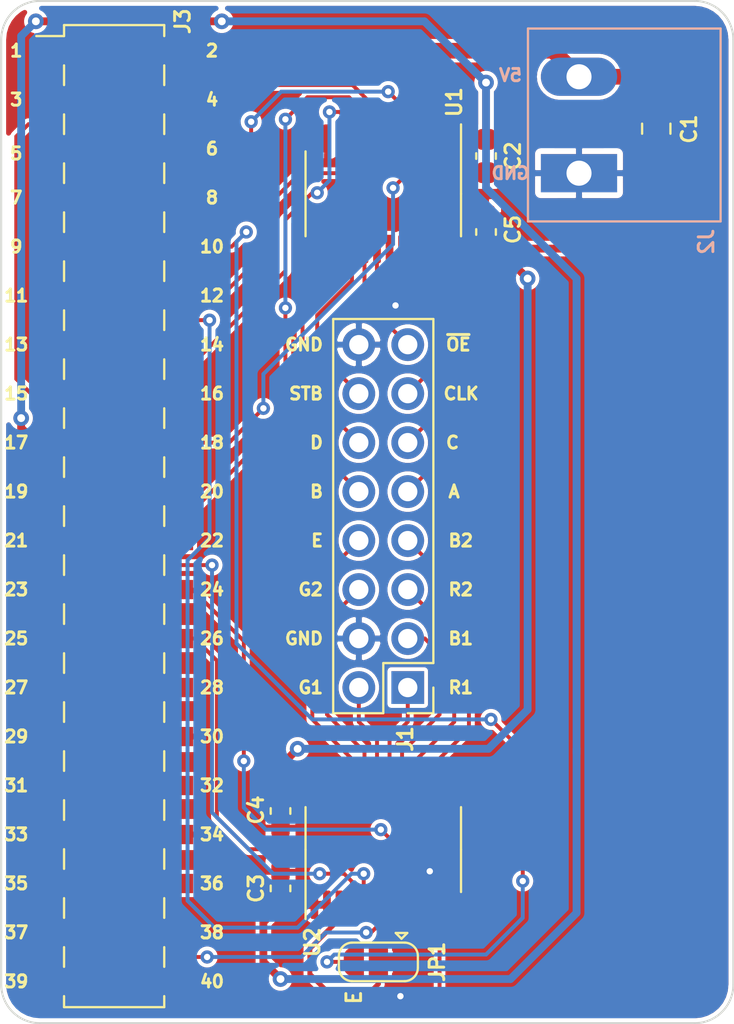
<source format=kicad_pcb>
(kicad_pcb (version 20171130) (host pcbnew "(5.1.9-0-10_14)")

  (general
    (thickness 1.6)
    (drawings 67)
    (tracks 271)
    (zones 0)
    (modules 11)
    (nets 52)
  )

  (page A4)
  (layers
    (0 F.Cu signal)
    (31 B.Cu signal)
    (32 B.Adhes user)
    (33 F.Adhes user)
    (34 B.Paste user)
    (35 F.Paste user)
    (36 B.SilkS user)
    (37 F.SilkS user)
    (38 B.Mask user)
    (39 F.Mask user)
    (40 Dwgs.User user)
    (41 Cmts.User user)
    (42 Eco1.User user)
    (43 Eco2.User user)
    (44 Edge.Cuts user)
    (45 Margin user)
    (46 B.CrtYd user)
    (47 F.CrtYd user)
    (48 B.Fab user)
    (49 F.Fab user)
  )

  (setup
    (last_trace_width 0.2032)
    (user_trace_width 0.2032)
    (user_trace_width 0.254)
    (user_trace_width 0.3048)
    (user_trace_width 0.4064)
    (user_trace_width 0.8128)
    (trace_clearance 0.1524)
    (zone_clearance 0.2032)
    (zone_45_only no)
    (trace_min 0.1524)
    (via_size 0.6858)
    (via_drill 0.3302)
    (via_min_size 0.3302)
    (via_min_drill 0.3)
    (user_via 0.6858 0.3302)
    (user_via 0.8128 0.4064)
    (user_via 1.016 0.5588)
    (uvia_size 0.6858)
    (uvia_drill 0.3302)
    (uvias_allowed no)
    (uvia_min_size 0.2032)
    (uvia_min_drill 0.1)
    (edge_width 0.05)
    (segment_width 0.2)
    (pcb_text_width 0.3048)
    (pcb_text_size 1.524 1.524)
    (mod_edge_width 0.12)
    (mod_text_size 0.762 0.762)
    (mod_text_width 0.1524)
    (pad_size 1.7 1.7)
    (pad_drill 1)
    (pad_to_mask_clearance 0.0508)
    (aux_axis_origin 0 0)
    (visible_elements FFFFFF7F)
    (pcbplotparams
      (layerselection 0x010fc_ffffffff)
      (usegerberextensions false)
      (usegerberattributes true)
      (usegerberadvancedattributes true)
      (creategerberjobfile true)
      (excludeedgelayer true)
      (linewidth 0.100000)
      (plotframeref false)
      (viasonmask false)
      (mode 1)
      (useauxorigin false)
      (hpglpennumber 1)
      (hpglpenspeed 20)
      (hpglpendiameter 15.000000)
      (psnegative false)
      (psa4output false)
      (plotreference true)
      (plotvalue true)
      (plotinvisibletext false)
      (padsonsilk false)
      (subtractmaskfromsilk false)
      (outputformat 1)
      (mirror false)
      (drillshape 1)
      (scaleselection 1)
      (outputdirectory ""))
  )

  (net 0 "")
  (net 1 GND)
  (net 2 +5V)
  (net 3 +3V3)
  (net 4 /OE)
  (net 5 /CLK)
  (net 6 /D)
  (net 7 /C)
  (net 8 /B)
  (net 9 /A)
  (net 10 /B2)
  (net 11 /G2)
  (net 12 /R2)
  (net 13 /B1)
  (net 14 /G1)
  (net 15 /R1)
  (net 16 "Net-(J3-Pad38)")
  (net 17 "Net-(J3-Pad37)")
  (net 18 "Net-(J3-Pad36)")
  (net 19 "Net-(J3-Pad35)")
  (net 20 "Net-(J3-Pad33)")
  (net 21 "Net-(J3-Pad32)")
  (net 22 "Net-(J3-Pad31)")
  (net 23 "Net-(J3-Pad29)")
  (net 24 "Net-(J3-Pad28)")
  (net 25 "Net-(J3-Pad27)")
  (net 26 "Net-(J3-Pad8)")
  (net 27 "Net-(J3-Pad5)")
  (net 28 "Net-(J3-Pad3)")
  (net 29 "Net-(U1-Pad23)")
  (net 30 "Net-(U1-Pad14)")
  (net 31 "Net-(U1-Pad10)")
  (net 32 "Net-(U2-Pad23)")
  (net 33 "Net-(U2-Pad14)")
  (net 34 "Net-(U2-Pad10)")
  (net 35 /B1*)
  (net 36 /R2*)
  (net 37 /R1*)
  (net 38 /D*)
  (net 39 /G2*)
  (net 40 /B2*)
  (net 41 /C*)
  (net 42 /B*)
  (net 43 /A*)
  (net 44 /G1*)
  (net 45 /OE*)
  (net 46 /CLK*)
  (net 47 /E)
  (net 48 /E*)
  (net 49 /STB)
  (net 50 /STB*)
  (net 51 /E*G)

  (net_class Default "This is the default net class."
    (clearance 0.1524)
    (trace_width 0.2032)
    (via_dia 0.6858)
    (via_drill 0.3302)
    (uvia_dia 0.6858)
    (uvia_drill 0.3302)
    (diff_pair_width 0.2032)
    (diff_pair_gap 0.254)
    (add_net +3V3)
    (add_net +5V)
    (add_net /A)
    (add_net /A*)
    (add_net /B)
    (add_net /B*)
    (add_net /B1)
    (add_net /B1*)
    (add_net /B2)
    (add_net /B2*)
    (add_net /C)
    (add_net /C*)
    (add_net /CLK)
    (add_net /CLK*)
    (add_net /D)
    (add_net /D*)
    (add_net /E)
    (add_net /E*)
    (add_net /E*G)
    (add_net /G1)
    (add_net /G1*)
    (add_net /G2)
    (add_net /G2*)
    (add_net /OE)
    (add_net /OE*)
    (add_net /R1)
    (add_net /R1*)
    (add_net /R2)
    (add_net /R2*)
    (add_net /STB)
    (add_net /STB*)
    (add_net GND)
    (add_net "Net-(J3-Pad27)")
    (add_net "Net-(J3-Pad28)")
    (add_net "Net-(J3-Pad29)")
    (add_net "Net-(J3-Pad3)")
    (add_net "Net-(J3-Pad31)")
    (add_net "Net-(J3-Pad32)")
    (add_net "Net-(J3-Pad33)")
    (add_net "Net-(J3-Pad35)")
    (add_net "Net-(J3-Pad36)")
    (add_net "Net-(J3-Pad37)")
    (add_net "Net-(J3-Pad38)")
    (add_net "Net-(J3-Pad5)")
    (add_net "Net-(J3-Pad8)")
    (add_net "Net-(U1-Pad10)")
    (add_net "Net-(U1-Pad14)")
    (add_net "Net-(U1-Pad23)")
    (add_net "Net-(U2-Pad10)")
    (add_net "Net-(U2-Pad14)")
    (add_net "Net-(U2-Pad23)")
  )

  (module Jumper:SolderJumper-3_P1.3mm_Bridged12_RoundedPad1.0x1.5mm (layer F.Cu) (tedit 5C745321) (tstamp 601FFAC4)
    (at 163.576 115.824 180)
    (descr "SMD Solder 3-pad Jumper, 1x1.5mm rounded Pads, 0.3mm gap, pads 1-2 bridged with 1 copper strip")
    (tags "solder jumper open")
    (path /604F2667)
    (attr virtual)
    (fp_text reference JP1 (at -3.048 0 90) (layer F.SilkS)
      (effects (font (size 0.762 0.762) (thickness 0.1524)))
    )
    (fp_text value Jumper_3_Bridged12 (at 0 1.9) (layer F.Fab) hide
      (effects (font (size 1 1) (thickness 0.15)))
    )
    (fp_poly (pts (xy -0.9 -0.3) (xy -0.4 -0.3) (xy -0.4 0.3) (xy -0.9 0.3)) (layer F.Cu) (width 0))
    (fp_line (start 2.3 1.25) (end -2.3 1.25) (layer F.CrtYd) (width 0.05))
    (fp_line (start 2.3 1.25) (end 2.3 -1.25) (layer F.CrtYd) (width 0.05))
    (fp_line (start -2.3 -1.25) (end -2.3 1.25) (layer F.CrtYd) (width 0.05))
    (fp_line (start -2.3 -1.25) (end 2.3 -1.25) (layer F.CrtYd) (width 0.05))
    (fp_line (start -1.4 -1) (end 1.4 -1) (layer F.SilkS) (width 0.12))
    (fp_line (start 2.05 -0.3) (end 2.05 0.3) (layer F.SilkS) (width 0.12))
    (fp_line (start 1.4 1) (end -1.4 1) (layer F.SilkS) (width 0.12))
    (fp_line (start -2.05 0.3) (end -2.05 -0.3) (layer F.SilkS) (width 0.12))
    (fp_line (start -1.2 1.2) (end -1.5 1.5) (layer F.SilkS) (width 0.12))
    (fp_line (start -1.5 1.5) (end -0.9 1.5) (layer F.SilkS) (width 0.12))
    (fp_line (start -1.2 1.2) (end -0.9 1.5) (layer F.SilkS) (width 0.12))
    (fp_arc (start -1.35 -0.3) (end -1.35 -1) (angle -90) (layer F.SilkS) (width 0.12))
    (fp_arc (start -1.35 0.3) (end -2.05 0.3) (angle -90) (layer F.SilkS) (width 0.12))
    (fp_arc (start 1.35 0.3) (end 1.35 1) (angle -90) (layer F.SilkS) (width 0.12))
    (fp_arc (start 1.35 -0.3) (end 2.05 -0.3) (angle -90) (layer F.SilkS) (width 0.12))
    (pad 1 smd custom (at -1.3 0 180) (size 1 0.5) (layers F.Cu F.Mask)
      (net 1 GND) (zone_connect 2)
      (options (clearance outline) (anchor rect))
      (primitives
        (gr_circle (center 0 0.25) (end 0.5 0.25) (width 0))
        (gr_circle (center 0 -0.25) (end 0.5 -0.25) (width 0))
        (gr_poly (pts
           (xy 0.55 -0.75) (xy 0 -0.75) (xy 0 0.75) (xy 0.55 0.75)) (width 0))
      ))
    (pad 2 smd rect (at 0 0 180) (size 1 1.5) (layers F.Cu F.Mask)
      (net 51 /E*G))
    (pad 3 smd custom (at 1.3 0 180) (size 1 0.5) (layers F.Cu F.Mask)
      (net 48 /E*) (zone_connect 2)
      (options (clearance outline) (anchor rect))
      (primitives
        (gr_circle (center 0 0.25) (end 0.5 0.25) (width 0))
        (gr_circle (center 0 -0.25) (end 0.5 -0.25) (width 0))
        (gr_poly (pts
           (xy -0.55 -0.75) (xy 0 -0.75) (xy 0 0.75) (xy -0.55 0.75)) (width 0))
      ))
  )

  (module Package_SO:TSSOP-24_4.4x7.8mm_P0.65mm locked (layer F.Cu) (tedit 5E476F32) (tstamp 601FCC34)
    (at 163.83 110 90)
    (descr "TSSOP, 24 Pin (JEDEC MO-153 Var AD https://www.jedec.org/document_search?search_api_views_fulltext=MO-153), generated with kicad-footprint-generator ipc_gullwing_generator.py")
    (tags "TSSOP SO")
    (path /6020E72E)
    (attr smd)
    (fp_text reference U2 (at -4.808 -3.683 90) (layer F.SilkS)
      (effects (font (size 0.762 0.762) (thickness 0.1524)))
    )
    (fp_text value 74LVX3245 (at 0 4.85 90) (layer F.Fab) hide
      (effects (font (size 1 1) (thickness 0.15)))
    )
    (fp_line (start 3.85 -4.15) (end -3.85 -4.15) (layer F.CrtYd) (width 0.05))
    (fp_line (start 3.85 4.15) (end 3.85 -4.15) (layer F.CrtYd) (width 0.05))
    (fp_line (start -3.85 4.15) (end 3.85 4.15) (layer F.CrtYd) (width 0.05))
    (fp_line (start -3.85 -4.15) (end -3.85 4.15) (layer F.CrtYd) (width 0.05))
    (fp_line (start -2.2 -2.9) (end -1.2 -3.9) (layer F.Fab) (width 0.1))
    (fp_line (start -2.2 3.9) (end -2.2 -2.9) (layer F.Fab) (width 0.1))
    (fp_line (start 2.2 3.9) (end -2.2 3.9) (layer F.Fab) (width 0.1))
    (fp_line (start 2.2 -3.9) (end 2.2 3.9) (layer F.Fab) (width 0.1))
    (fp_line (start -1.2 -3.9) (end 2.2 -3.9) (layer F.Fab) (width 0.1))
    (fp_line (start 0 -4.035) (end -3.6 -4.035) (layer F.SilkS) (width 0.12))
    (fp_line (start 0 -4.035) (end 2.2 -4.035) (layer F.SilkS) (width 0.12))
    (fp_line (start 0 4.035) (end -2.2 4.035) (layer F.SilkS) (width 0.12))
    (fp_line (start 0 4.035) (end 2.2 4.035) (layer F.SilkS) (width 0.12))
    (fp_text user %R (at 0 0 90) (layer F.Fab) hide
      (effects (font (size 1 1) (thickness 0.15)))
    )
    (pad 24 smd roundrect (at 2.8625 -3.575 90) (size 1.475 0.4) (layers F.Cu F.Paste F.Mask) (roundrect_rratio 0.25)
      (net 2 +5V))
    (pad 23 smd roundrect (at 2.8625 -2.925 90) (size 1.475 0.4) (layers F.Cu F.Paste F.Mask) (roundrect_rratio 0.25)
      (net 32 "Net-(U2-Pad23)"))
    (pad 22 smd roundrect (at 2.8625 -2.275 90) (size 1.475 0.4) (layers F.Cu F.Paste F.Mask) (roundrect_rratio 0.25)
      (net 1 GND))
    (pad 21 smd roundrect (at 2.8625 -1.625 90) (size 1.475 0.4) (layers F.Cu F.Paste F.Mask) (roundrect_rratio 0.25)
      (net 47 /E))
    (pad 20 smd roundrect (at 2.8625 -0.975 90) (size 1.475 0.4) (layers F.Cu F.Paste F.Mask) (roundrect_rratio 0.25)
      (net 11 /G2))
    (pad 19 smd roundrect (at 2.8625 -0.325 90) (size 1.475 0.4) (layers F.Cu F.Paste F.Mask) (roundrect_rratio 0.25)
      (net 14 /G1))
    (pad 18 smd roundrect (at 2.8625 0.325 90) (size 1.475 0.4) (layers F.Cu F.Paste F.Mask) (roundrect_rratio 0.25)
      (net 15 /R1))
    (pad 17 smd roundrect (at 2.8625 0.975 90) (size 1.475 0.4) (layers F.Cu F.Paste F.Mask) (roundrect_rratio 0.25)
      (net 13 /B1))
    (pad 16 smd roundrect (at 2.8625 1.625 90) (size 1.475 0.4) (layers F.Cu F.Paste F.Mask) (roundrect_rratio 0.25)
      (net 12 /R2))
    (pad 15 smd roundrect (at 2.8625 2.275 90) (size 1.475 0.4) (layers F.Cu F.Paste F.Mask) (roundrect_rratio 0.25)
      (net 10 /B2))
    (pad 14 smd roundrect (at 2.8625 2.925 90) (size 1.475 0.4) (layers F.Cu F.Paste F.Mask) (roundrect_rratio 0.25)
      (net 33 "Net-(U2-Pad14)"))
    (pad 13 smd roundrect (at 2.8625 3.575 90) (size 1.475 0.4) (layers F.Cu F.Paste F.Mask) (roundrect_rratio 0.25)
      (net 1 GND))
    (pad 12 smd roundrect (at -2.8625 3.575 90) (size 1.475 0.4) (layers F.Cu F.Paste F.Mask) (roundrect_rratio 0.25)
      (net 1 GND))
    (pad 11 smd roundrect (at -2.8625 2.925 90) (size 1.475 0.4) (layers F.Cu F.Paste F.Mask) (roundrect_rratio 0.25)
      (net 1 GND))
    (pad 10 smd roundrect (at -2.8625 2.275 90) (size 1.475 0.4) (layers F.Cu F.Paste F.Mask) (roundrect_rratio 0.25)
      (net 34 "Net-(U2-Pad10)"))
    (pad 9 smd roundrect (at -2.8625 1.625 90) (size 1.475 0.4) (layers F.Cu F.Paste F.Mask) (roundrect_rratio 0.25)
      (net 40 /B2*))
    (pad 8 smd roundrect (at -2.8625 0.975 90) (size 1.475 0.4) (layers F.Cu F.Paste F.Mask) (roundrect_rratio 0.25)
      (net 36 /R2*))
    (pad 7 smd roundrect (at -2.8625 0.325 90) (size 1.475 0.4) (layers F.Cu F.Paste F.Mask) (roundrect_rratio 0.25)
      (net 35 /B1*))
    (pad 6 smd roundrect (at -2.8625 -0.325 90) (size 1.475 0.4) (layers F.Cu F.Paste F.Mask) (roundrect_rratio 0.25)
      (net 37 /R1*))
    (pad 5 smd roundrect (at -2.8625 -0.975 90) (size 1.475 0.4) (layers F.Cu F.Paste F.Mask) (roundrect_rratio 0.25)
      (net 44 /G1*))
    (pad 4 smd roundrect (at -2.8625 -1.625 90) (size 1.475 0.4) (layers F.Cu F.Paste F.Mask) (roundrect_rratio 0.25)
      (net 39 /G2*))
    (pad 3 smd roundrect (at -2.8625 -2.275 90) (size 1.475 0.4) (layers F.Cu F.Paste F.Mask) (roundrect_rratio 0.25)
      (net 51 /E*G))
    (pad 2 smd roundrect (at -2.8625 -2.925 90) (size 1.475 0.4) (layers F.Cu F.Paste F.Mask) (roundrect_rratio 0.25)
      (net 3 +3V3))
    (pad 1 smd roundrect (at -2.8625 -3.575 90) (size 1.475 0.4) (layers F.Cu F.Paste F.Mask) (roundrect_rratio 0.25)
      (net 3 +3V3))
    (model ${KISYS3DMOD}/Package_SO.3dshapes/TSSOP-24_4.4x7.8mm_P0.65mm.wrl
      (at (xyz 0 0 0))
      (scale (xyz 1 1 1))
      (rotate (xyz 0 0 0))
    )
  )

  (module Package_SO:TSSOP-24_4.4x7.8mm_P0.65mm locked (layer F.Cu) (tedit 5E476F32) (tstamp 601F9BAD)
    (at 163.83 76 270)
    (descr "TSSOP, 24 Pin (JEDEC MO-153 Var AD https://www.jedec.org/document_search?search_api_views_fulltext=MO-153), generated with kicad-footprint-generator ipc_gullwing_generator.py")
    (tags "TSSOP SO")
    (path /6020D4E5)
    (attr smd)
    (fp_text reference U1 (at -4.753 -3.683 90) (layer F.SilkS)
      (effects (font (size 0.762 0.762) (thickness 0.1524)))
    )
    (fp_text value 74LVX3245 (at 0 4.85 90) (layer F.Fab) hide
      (effects (font (size 1 1) (thickness 0.15)))
    )
    (fp_line (start 3.85 -4.15) (end -3.85 -4.15) (layer F.CrtYd) (width 0.05))
    (fp_line (start 3.85 4.15) (end 3.85 -4.15) (layer F.CrtYd) (width 0.05))
    (fp_line (start -3.85 4.15) (end 3.85 4.15) (layer F.CrtYd) (width 0.05))
    (fp_line (start -3.85 -4.15) (end -3.85 4.15) (layer F.CrtYd) (width 0.05))
    (fp_line (start -2.2 -2.9) (end -1.2 -3.9) (layer F.Fab) (width 0.1))
    (fp_line (start -2.2 3.9) (end -2.2 -2.9) (layer F.Fab) (width 0.1))
    (fp_line (start 2.2 3.9) (end -2.2 3.9) (layer F.Fab) (width 0.1))
    (fp_line (start 2.2 -3.9) (end 2.2 3.9) (layer F.Fab) (width 0.1))
    (fp_line (start -1.2 -3.9) (end 2.2 -3.9) (layer F.Fab) (width 0.1))
    (fp_line (start 0 -4.035) (end -3.6 -4.035) (layer F.SilkS) (width 0.12))
    (fp_line (start 0 -4.035) (end 2.2 -4.035) (layer F.SilkS) (width 0.12))
    (fp_line (start 0 4.035) (end -2.2 4.035) (layer F.SilkS) (width 0.12))
    (fp_line (start 0 4.035) (end 2.2 4.035) (layer F.SilkS) (width 0.12))
    (fp_text user %R (at 0 0 90) (layer F.Fab) hide
      (effects (font (size 1 1) (thickness 0.15)))
    )
    (pad 24 smd roundrect (at 2.8625 -3.575 270) (size 1.475 0.4) (layers F.Cu F.Paste F.Mask) (roundrect_rratio 0.25)
      (net 2 +5V))
    (pad 23 smd roundrect (at 2.8625 -2.925 270) (size 1.475 0.4) (layers F.Cu F.Paste F.Mask) (roundrect_rratio 0.25)
      (net 29 "Net-(U1-Pad23)"))
    (pad 22 smd roundrect (at 2.8625 -2.275 270) (size 1.475 0.4) (layers F.Cu F.Paste F.Mask) (roundrect_rratio 0.25)
      (net 1 GND))
    (pad 21 smd roundrect (at 2.8625 -1.625 270) (size 1.475 0.4) (layers F.Cu F.Paste F.Mask) (roundrect_rratio 0.25)
      (net 9 /A))
    (pad 20 smd roundrect (at 2.8625 -0.975 270) (size 1.475 0.4) (layers F.Cu F.Paste F.Mask) (roundrect_rratio 0.25)
      (net 7 /C))
    (pad 19 smd roundrect (at 2.8625 -0.325 270) (size 1.475 0.4) (layers F.Cu F.Paste F.Mask) (roundrect_rratio 0.25)
      (net 5 /CLK))
    (pad 18 smd roundrect (at 2.8625 0.325 270) (size 1.475 0.4) (layers F.Cu F.Paste F.Mask) (roundrect_rratio 0.25)
      (net 4 /OE))
    (pad 17 smd roundrect (at 2.8625 0.975 270) (size 1.475 0.4) (layers F.Cu F.Paste F.Mask) (roundrect_rratio 0.25)
      (net 49 /STB))
    (pad 16 smd roundrect (at 2.8625 1.625 270) (size 1.475 0.4) (layers F.Cu F.Paste F.Mask) (roundrect_rratio 0.25)
      (net 6 /D))
    (pad 15 smd roundrect (at 2.8625 2.275 270) (size 1.475 0.4) (layers F.Cu F.Paste F.Mask) (roundrect_rratio 0.25)
      (net 8 /B))
    (pad 14 smd roundrect (at 2.8625 2.925 270) (size 1.475 0.4) (layers F.Cu F.Paste F.Mask) (roundrect_rratio 0.25)
      (net 30 "Net-(U1-Pad14)"))
    (pad 13 smd roundrect (at 2.8625 3.575 270) (size 1.475 0.4) (layers F.Cu F.Paste F.Mask) (roundrect_rratio 0.25)
      (net 1 GND))
    (pad 12 smd roundrect (at -2.8625 3.575 270) (size 1.475 0.4) (layers F.Cu F.Paste F.Mask) (roundrect_rratio 0.25)
      (net 1 GND))
    (pad 11 smd roundrect (at -2.8625 2.925 270) (size 1.475 0.4) (layers F.Cu F.Paste F.Mask) (roundrect_rratio 0.25)
      (net 1 GND))
    (pad 10 smd roundrect (at -2.8625 2.275 270) (size 1.475 0.4) (layers F.Cu F.Paste F.Mask) (roundrect_rratio 0.25)
      (net 31 "Net-(U1-Pad10)"))
    (pad 9 smd roundrect (at -2.8625 1.625 270) (size 1.475 0.4) (layers F.Cu F.Paste F.Mask) (roundrect_rratio 0.25)
      (net 42 /B*))
    (pad 8 smd roundrect (at -2.8625 0.975 270) (size 1.475 0.4) (layers F.Cu F.Paste F.Mask) (roundrect_rratio 0.25)
      (net 38 /D*))
    (pad 7 smd roundrect (at -2.8625 0.325 270) (size 1.475 0.4) (layers F.Cu F.Paste F.Mask) (roundrect_rratio 0.25)
      (net 50 /STB*))
    (pad 6 smd roundrect (at -2.8625 -0.325 270) (size 1.475 0.4) (layers F.Cu F.Paste F.Mask) (roundrect_rratio 0.25)
      (net 45 /OE*))
    (pad 5 smd roundrect (at -2.8625 -0.975 270) (size 1.475 0.4) (layers F.Cu F.Paste F.Mask) (roundrect_rratio 0.25)
      (net 46 /CLK*))
    (pad 4 smd roundrect (at -2.8625 -1.625 270) (size 1.475 0.4) (layers F.Cu F.Paste F.Mask) (roundrect_rratio 0.25)
      (net 41 /C*))
    (pad 3 smd roundrect (at -2.8625 -2.275 270) (size 1.475 0.4) (layers F.Cu F.Paste F.Mask) (roundrect_rratio 0.25)
      (net 43 /A*))
    (pad 2 smd roundrect (at -2.8625 -2.925 270) (size 1.475 0.4) (layers F.Cu F.Paste F.Mask) (roundrect_rratio 0.25)
      (net 3 +3V3))
    (pad 1 smd roundrect (at -2.8625 -3.575 270) (size 1.475 0.4) (layers F.Cu F.Paste F.Mask) (roundrect_rratio 0.25)
      (net 3 +3V3))
    (model ${KISYS3DMOD}/Package_SO.3dshapes/TSSOP-24_4.4x7.8mm_P0.65mm.wrl
      (at (xyz 0 0 0))
      (scale (xyz 1 1 1))
      (rotate (xyz 0 0 0))
    )
  )

  (module Connector_PinHeader_2.54mm:PinHeader_2x20_P2.54mm_Vertical_SMD locked (layer F.Cu) (tedit 59FED5CC) (tstamp 601F9574)
    (at 149.86 92.71)
    (descr "surface-mounted straight pin header, 2x20, 2.54mm pitch, double rows")
    (tags "Surface mounted pin header SMD 2x20 2.54mm double row")
    (path /601ED788)
    (attr smd)
    (fp_text reference J3 (at 3.556 -25.654 90) (layer F.SilkS)
      (effects (font (size 0.762 0.762) (thickness 0.1524)))
    )
    (fp_text value RPI (at 0 26.46) (layer F.Fab) hide
      (effects (font (size 1 1) (thickness 0.15)))
    )
    (fp_line (start 5.9 -25.9) (end -5.9 -25.9) (layer F.CrtYd) (width 0.05))
    (fp_line (start 5.9 25.9) (end 5.9 -25.9) (layer F.CrtYd) (width 0.05))
    (fp_line (start -5.9 25.9) (end 5.9 25.9) (layer F.CrtYd) (width 0.05))
    (fp_line (start -5.9 -25.9) (end -5.9 25.9) (layer F.CrtYd) (width 0.05))
    (fp_line (start 2.6 22.35) (end 2.6 23.37) (layer F.SilkS) (width 0.12))
    (fp_line (start -2.6 22.35) (end -2.6 23.37) (layer F.SilkS) (width 0.12))
    (fp_line (start 2.6 19.81) (end 2.6 20.83) (layer F.SilkS) (width 0.12))
    (fp_line (start -2.6 19.81) (end -2.6 20.83) (layer F.SilkS) (width 0.12))
    (fp_line (start 2.6 17.27) (end 2.6 18.29) (layer F.SilkS) (width 0.12))
    (fp_line (start -2.6 17.27) (end -2.6 18.29) (layer F.SilkS) (width 0.12))
    (fp_line (start 2.6 14.73) (end 2.6 15.75) (layer F.SilkS) (width 0.12))
    (fp_line (start -2.6 14.73) (end -2.6 15.75) (layer F.SilkS) (width 0.12))
    (fp_line (start 2.6 12.19) (end 2.6 13.21) (layer F.SilkS) (width 0.12))
    (fp_line (start -2.6 12.19) (end -2.6 13.21) (layer F.SilkS) (width 0.12))
    (fp_line (start 2.6 9.65) (end 2.6 10.67) (layer F.SilkS) (width 0.12))
    (fp_line (start -2.6 9.65) (end -2.6 10.67) (layer F.SilkS) (width 0.12))
    (fp_line (start 2.6 7.11) (end 2.6 8.13) (layer F.SilkS) (width 0.12))
    (fp_line (start -2.6 7.11) (end -2.6 8.13) (layer F.SilkS) (width 0.12))
    (fp_line (start 2.6 4.57) (end 2.6 5.59) (layer F.SilkS) (width 0.12))
    (fp_line (start -2.6 4.57) (end -2.6 5.59) (layer F.SilkS) (width 0.12))
    (fp_line (start 2.6 2.03) (end 2.6 3.05) (layer F.SilkS) (width 0.12))
    (fp_line (start -2.6 2.03) (end -2.6 3.05) (layer F.SilkS) (width 0.12))
    (fp_line (start 2.6 -0.51) (end 2.6 0.51) (layer F.SilkS) (width 0.12))
    (fp_line (start -2.6 -0.51) (end -2.6 0.51) (layer F.SilkS) (width 0.12))
    (fp_line (start 2.6 -3.05) (end 2.6 -2.03) (layer F.SilkS) (width 0.12))
    (fp_line (start -2.6 -3.05) (end -2.6 -2.03) (layer F.SilkS) (width 0.12))
    (fp_line (start 2.6 -5.59) (end 2.6 -4.57) (layer F.SilkS) (width 0.12))
    (fp_line (start -2.6 -5.59) (end -2.6 -4.57) (layer F.SilkS) (width 0.12))
    (fp_line (start 2.6 -8.13) (end 2.6 -7.11) (layer F.SilkS) (width 0.12))
    (fp_line (start -2.6 -8.13) (end -2.6 -7.11) (layer F.SilkS) (width 0.12))
    (fp_line (start 2.6 -10.67) (end 2.6 -9.65) (layer F.SilkS) (width 0.12))
    (fp_line (start -2.6 -10.67) (end -2.6 -9.65) (layer F.SilkS) (width 0.12))
    (fp_line (start 2.6 -13.21) (end 2.6 -12.19) (layer F.SilkS) (width 0.12))
    (fp_line (start -2.6 -13.21) (end -2.6 -12.19) (layer F.SilkS) (width 0.12))
    (fp_line (start 2.6 -15.75) (end 2.6 -14.73) (layer F.SilkS) (width 0.12))
    (fp_line (start -2.6 -15.75) (end -2.6 -14.73) (layer F.SilkS) (width 0.12))
    (fp_line (start 2.6 -18.29) (end 2.6 -17.27) (layer F.SilkS) (width 0.12))
    (fp_line (start -2.6 -18.29) (end -2.6 -17.27) (layer F.SilkS) (width 0.12))
    (fp_line (start 2.6 -20.83) (end 2.6 -19.81) (layer F.SilkS) (width 0.12))
    (fp_line (start -2.6 -20.83) (end -2.6 -19.81) (layer F.SilkS) (width 0.12))
    (fp_line (start 2.6 -23.37) (end 2.6 -22.35) (layer F.SilkS) (width 0.12))
    (fp_line (start -2.6 -23.37) (end -2.6 -22.35) (layer F.SilkS) (width 0.12))
    (fp_line (start 2.6 24.89) (end 2.6 25.46) (layer F.SilkS) (width 0.12))
    (fp_line (start -2.6 24.89) (end -2.6 25.46) (layer F.SilkS) (width 0.12))
    (fp_line (start 2.6 -25.46) (end 2.6 -24.89) (layer F.SilkS) (width 0.12))
    (fp_line (start -2.6 -25.46) (end -2.6 -24.89) (layer F.SilkS) (width 0.12))
    (fp_line (start -4.04 -24.89) (end -2.6 -24.89) (layer F.SilkS) (width 0.12))
    (fp_line (start -2.6 25.46) (end 2.6 25.46) (layer F.SilkS) (width 0.12))
    (fp_line (start -2.6 -25.46) (end 2.6 -25.46) (layer F.SilkS) (width 0.12))
    (fp_line (start 3.6 24.45) (end 2.54 24.45) (layer F.Fab) (width 0.1))
    (fp_line (start 3.6 23.81) (end 3.6 24.45) (layer F.Fab) (width 0.1))
    (fp_line (start 2.54 23.81) (end 3.6 23.81) (layer F.Fab) (width 0.1))
    (fp_line (start -3.6 24.45) (end -2.54 24.45) (layer F.Fab) (width 0.1))
    (fp_line (start -3.6 23.81) (end -3.6 24.45) (layer F.Fab) (width 0.1))
    (fp_line (start -2.54 23.81) (end -3.6 23.81) (layer F.Fab) (width 0.1))
    (fp_line (start 3.6 21.91) (end 2.54 21.91) (layer F.Fab) (width 0.1))
    (fp_line (start 3.6 21.27) (end 3.6 21.91) (layer F.Fab) (width 0.1))
    (fp_line (start 2.54 21.27) (end 3.6 21.27) (layer F.Fab) (width 0.1))
    (fp_line (start -3.6 21.91) (end -2.54 21.91) (layer F.Fab) (width 0.1))
    (fp_line (start -3.6 21.27) (end -3.6 21.91) (layer F.Fab) (width 0.1))
    (fp_line (start -2.54 21.27) (end -3.6 21.27) (layer F.Fab) (width 0.1))
    (fp_line (start 3.6 19.37) (end 2.54 19.37) (layer F.Fab) (width 0.1))
    (fp_line (start 3.6 18.73) (end 3.6 19.37) (layer F.Fab) (width 0.1))
    (fp_line (start 2.54 18.73) (end 3.6 18.73) (layer F.Fab) (width 0.1))
    (fp_line (start -3.6 19.37) (end -2.54 19.37) (layer F.Fab) (width 0.1))
    (fp_line (start -3.6 18.73) (end -3.6 19.37) (layer F.Fab) (width 0.1))
    (fp_line (start -2.54 18.73) (end -3.6 18.73) (layer F.Fab) (width 0.1))
    (fp_line (start 3.6 16.83) (end 2.54 16.83) (layer F.Fab) (width 0.1))
    (fp_line (start 3.6 16.19) (end 3.6 16.83) (layer F.Fab) (width 0.1))
    (fp_line (start 2.54 16.19) (end 3.6 16.19) (layer F.Fab) (width 0.1))
    (fp_line (start -3.6 16.83) (end -2.54 16.83) (layer F.Fab) (width 0.1))
    (fp_line (start -3.6 16.19) (end -3.6 16.83) (layer F.Fab) (width 0.1))
    (fp_line (start -2.54 16.19) (end -3.6 16.19) (layer F.Fab) (width 0.1))
    (fp_line (start 3.6 14.29) (end 2.54 14.29) (layer F.Fab) (width 0.1))
    (fp_line (start 3.6 13.65) (end 3.6 14.29) (layer F.Fab) (width 0.1))
    (fp_line (start 2.54 13.65) (end 3.6 13.65) (layer F.Fab) (width 0.1))
    (fp_line (start -3.6 14.29) (end -2.54 14.29) (layer F.Fab) (width 0.1))
    (fp_line (start -3.6 13.65) (end -3.6 14.29) (layer F.Fab) (width 0.1))
    (fp_line (start -2.54 13.65) (end -3.6 13.65) (layer F.Fab) (width 0.1))
    (fp_line (start 3.6 11.75) (end 2.54 11.75) (layer F.Fab) (width 0.1))
    (fp_line (start 3.6 11.11) (end 3.6 11.75) (layer F.Fab) (width 0.1))
    (fp_line (start 2.54 11.11) (end 3.6 11.11) (layer F.Fab) (width 0.1))
    (fp_line (start -3.6 11.75) (end -2.54 11.75) (layer F.Fab) (width 0.1))
    (fp_line (start -3.6 11.11) (end -3.6 11.75) (layer F.Fab) (width 0.1))
    (fp_line (start -2.54 11.11) (end -3.6 11.11) (layer F.Fab) (width 0.1))
    (fp_line (start 3.6 9.21) (end 2.54 9.21) (layer F.Fab) (width 0.1))
    (fp_line (start 3.6 8.57) (end 3.6 9.21) (layer F.Fab) (width 0.1))
    (fp_line (start 2.54 8.57) (end 3.6 8.57) (layer F.Fab) (width 0.1))
    (fp_line (start -3.6 9.21) (end -2.54 9.21) (layer F.Fab) (width 0.1))
    (fp_line (start -3.6 8.57) (end -3.6 9.21) (layer F.Fab) (width 0.1))
    (fp_line (start -2.54 8.57) (end -3.6 8.57) (layer F.Fab) (width 0.1))
    (fp_line (start 3.6 6.67) (end 2.54 6.67) (layer F.Fab) (width 0.1))
    (fp_line (start 3.6 6.03) (end 3.6 6.67) (layer F.Fab) (width 0.1))
    (fp_line (start 2.54 6.03) (end 3.6 6.03) (layer F.Fab) (width 0.1))
    (fp_line (start -3.6 6.67) (end -2.54 6.67) (layer F.Fab) (width 0.1))
    (fp_line (start -3.6 6.03) (end -3.6 6.67) (layer F.Fab) (width 0.1))
    (fp_line (start -2.54 6.03) (end -3.6 6.03) (layer F.Fab) (width 0.1))
    (fp_line (start 3.6 4.13) (end 2.54 4.13) (layer F.Fab) (width 0.1))
    (fp_line (start 3.6 3.49) (end 3.6 4.13) (layer F.Fab) (width 0.1))
    (fp_line (start 2.54 3.49) (end 3.6 3.49) (layer F.Fab) (width 0.1))
    (fp_line (start -3.6 4.13) (end -2.54 4.13) (layer F.Fab) (width 0.1))
    (fp_line (start -3.6 3.49) (end -3.6 4.13) (layer F.Fab) (width 0.1))
    (fp_line (start -2.54 3.49) (end -3.6 3.49) (layer F.Fab) (width 0.1))
    (fp_line (start 3.6 1.59) (end 2.54 1.59) (layer F.Fab) (width 0.1))
    (fp_line (start 3.6 0.95) (end 3.6 1.59) (layer F.Fab) (width 0.1))
    (fp_line (start 2.54 0.95) (end 3.6 0.95) (layer F.Fab) (width 0.1))
    (fp_line (start -3.6 1.59) (end -2.54 1.59) (layer F.Fab) (width 0.1))
    (fp_line (start -3.6 0.95) (end -3.6 1.59) (layer F.Fab) (width 0.1))
    (fp_line (start -2.54 0.95) (end -3.6 0.95) (layer F.Fab) (width 0.1))
    (fp_line (start 3.6 -0.95) (end 2.54 -0.95) (layer F.Fab) (width 0.1))
    (fp_line (start 3.6 -1.59) (end 3.6 -0.95) (layer F.Fab) (width 0.1))
    (fp_line (start 2.54 -1.59) (end 3.6 -1.59) (layer F.Fab) (width 0.1))
    (fp_line (start -3.6 -0.95) (end -2.54 -0.95) (layer F.Fab) (width 0.1))
    (fp_line (start -3.6 -1.59) (end -3.6 -0.95) (layer F.Fab) (width 0.1))
    (fp_line (start -2.54 -1.59) (end -3.6 -1.59) (layer F.Fab) (width 0.1))
    (fp_line (start 3.6 -3.49) (end 2.54 -3.49) (layer F.Fab) (width 0.1))
    (fp_line (start 3.6 -4.13) (end 3.6 -3.49) (layer F.Fab) (width 0.1))
    (fp_line (start 2.54 -4.13) (end 3.6 -4.13) (layer F.Fab) (width 0.1))
    (fp_line (start -3.6 -3.49) (end -2.54 -3.49) (layer F.Fab) (width 0.1))
    (fp_line (start -3.6 -4.13) (end -3.6 -3.49) (layer F.Fab) (width 0.1))
    (fp_line (start -2.54 -4.13) (end -3.6 -4.13) (layer F.Fab) (width 0.1))
    (fp_line (start 3.6 -6.03) (end 2.54 -6.03) (layer F.Fab) (width 0.1))
    (fp_line (start 3.6 -6.67) (end 3.6 -6.03) (layer F.Fab) (width 0.1))
    (fp_line (start 2.54 -6.67) (end 3.6 -6.67) (layer F.Fab) (width 0.1))
    (fp_line (start -3.6 -6.03) (end -2.54 -6.03) (layer F.Fab) (width 0.1))
    (fp_line (start -3.6 -6.67) (end -3.6 -6.03) (layer F.Fab) (width 0.1))
    (fp_line (start -2.54 -6.67) (end -3.6 -6.67) (layer F.Fab) (width 0.1))
    (fp_line (start 3.6 -8.57) (end 2.54 -8.57) (layer F.Fab) (width 0.1))
    (fp_line (start 3.6 -9.21) (end 3.6 -8.57) (layer F.Fab) (width 0.1))
    (fp_line (start 2.54 -9.21) (end 3.6 -9.21) (layer F.Fab) (width 0.1))
    (fp_line (start -3.6 -8.57) (end -2.54 -8.57) (layer F.Fab) (width 0.1))
    (fp_line (start -3.6 -9.21) (end -3.6 -8.57) (layer F.Fab) (width 0.1))
    (fp_line (start -2.54 -9.21) (end -3.6 -9.21) (layer F.Fab) (width 0.1))
    (fp_line (start 3.6 -11.11) (end 2.54 -11.11) (layer F.Fab) (width 0.1))
    (fp_line (start 3.6 -11.75) (end 3.6 -11.11) (layer F.Fab) (width 0.1))
    (fp_line (start 2.54 -11.75) (end 3.6 -11.75) (layer F.Fab) (width 0.1))
    (fp_line (start -3.6 -11.11) (end -2.54 -11.11) (layer F.Fab) (width 0.1))
    (fp_line (start -3.6 -11.75) (end -3.6 -11.11) (layer F.Fab) (width 0.1))
    (fp_line (start -2.54 -11.75) (end -3.6 -11.75) (layer F.Fab) (width 0.1))
    (fp_line (start 3.6 -13.65) (end 2.54 -13.65) (layer F.Fab) (width 0.1))
    (fp_line (start 3.6 -14.29) (end 3.6 -13.65) (layer F.Fab) (width 0.1))
    (fp_line (start 2.54 -14.29) (end 3.6 -14.29) (layer F.Fab) (width 0.1))
    (fp_line (start -3.6 -13.65) (end -2.54 -13.65) (layer F.Fab) (width 0.1))
    (fp_line (start -3.6 -14.29) (end -3.6 -13.65) (layer F.Fab) (width 0.1))
    (fp_line (start -2.54 -14.29) (end -3.6 -14.29) (layer F.Fab) (width 0.1))
    (fp_line (start 3.6 -16.19) (end 2.54 -16.19) (layer F.Fab) (width 0.1))
    (fp_line (start 3.6 -16.83) (end 3.6 -16.19) (layer F.Fab) (width 0.1))
    (fp_line (start 2.54 -16.83) (end 3.6 -16.83) (layer F.Fab) (width 0.1))
    (fp_line (start -3.6 -16.19) (end -2.54 -16.19) (layer F.Fab) (width 0.1))
    (fp_line (start -3.6 -16.83) (end -3.6 -16.19) (layer F.Fab) (width 0.1))
    (fp_line (start -2.54 -16.83) (end -3.6 -16.83) (layer F.Fab) (width 0.1))
    (fp_line (start 3.6 -18.73) (end 2.54 -18.73) (layer F.Fab) (width 0.1))
    (fp_line (start 3.6 -19.37) (end 3.6 -18.73) (layer F.Fab) (width 0.1))
    (fp_line (start 2.54 -19.37) (end 3.6 -19.37) (layer F.Fab) (width 0.1))
    (fp_line (start -3.6 -18.73) (end -2.54 -18.73) (layer F.Fab) (width 0.1))
    (fp_line (start -3.6 -19.37) (end -3.6 -18.73) (layer F.Fab) (width 0.1))
    (fp_line (start -2.54 -19.37) (end -3.6 -19.37) (layer F.Fab) (width 0.1))
    (fp_line (start 3.6 -21.27) (end 2.54 -21.27) (layer F.Fab) (width 0.1))
    (fp_line (start 3.6 -21.91) (end 3.6 -21.27) (layer F.Fab) (width 0.1))
    (fp_line (start 2.54 -21.91) (end 3.6 -21.91) (layer F.Fab) (width 0.1))
    (fp_line (start -3.6 -21.27) (end -2.54 -21.27) (layer F.Fab) (width 0.1))
    (fp_line (start -3.6 -21.91) (end -3.6 -21.27) (layer F.Fab) (width 0.1))
    (fp_line (start -2.54 -21.91) (end -3.6 -21.91) (layer F.Fab) (width 0.1))
    (fp_line (start 3.6 -23.81) (end 2.54 -23.81) (layer F.Fab) (width 0.1))
    (fp_line (start 3.6 -24.45) (end 3.6 -23.81) (layer F.Fab) (width 0.1))
    (fp_line (start 2.54 -24.45) (end 3.6 -24.45) (layer F.Fab) (width 0.1))
    (fp_line (start -3.6 -23.81) (end -2.54 -23.81) (layer F.Fab) (width 0.1))
    (fp_line (start -3.6 -24.45) (end -3.6 -23.81) (layer F.Fab) (width 0.1))
    (fp_line (start -2.54 -24.45) (end -3.6 -24.45) (layer F.Fab) (width 0.1))
    (fp_line (start 2.54 -25.4) (end 2.54 25.4) (layer F.Fab) (width 0.1))
    (fp_line (start -2.54 -24.45) (end -1.59 -25.4) (layer F.Fab) (width 0.1))
    (fp_line (start -2.54 25.4) (end -2.54 -24.45) (layer F.Fab) (width 0.1))
    (fp_line (start -1.59 -25.4) (end 2.54 -25.4) (layer F.Fab) (width 0.1))
    (fp_line (start 2.54 25.4) (end -2.54 25.4) (layer F.Fab) (width 0.1))
    (fp_text user %R (at 0 -2.54 90) (layer F.Fab) hide
      (effects (font (size 1 1) (thickness 0.15)))
    )
    (pad 40 smd rect (at 2.525 24.13) (size 3.15 1) (layers F.Cu F.Paste F.Mask)
      (net 1 GND))
    (pad 39 smd rect (at -2.525 24.13) (size 3.15 1) (layers F.Cu F.Paste F.Mask)
      (net 1 GND))
    (pad 38 smd rect (at 2.525 21.59) (size 3.15 1) (layers F.Cu F.Paste F.Mask)
      (net 16 "Net-(J3-Pad38)"))
    (pad 37 smd rect (at -2.525 21.59) (size 3.15 1) (layers F.Cu F.Paste F.Mask)
      (net 17 "Net-(J3-Pad37)"))
    (pad 36 smd rect (at 2.525 19.05) (size 3.15 1) (layers F.Cu F.Paste F.Mask)
      (net 18 "Net-(J3-Pad36)"))
    (pad 35 smd rect (at -2.525 19.05) (size 3.15 1) (layers F.Cu F.Paste F.Mask)
      (net 19 "Net-(J3-Pad35)"))
    (pad 34 smd rect (at 2.525 16.51) (size 3.15 1) (layers F.Cu F.Paste F.Mask)
      (net 1 GND))
    (pad 33 smd rect (at -2.525 16.51) (size 3.15 1) (layers F.Cu F.Paste F.Mask)
      (net 20 "Net-(J3-Pad33)"))
    (pad 32 smd rect (at 2.525 13.97) (size 3.15 1) (layers F.Cu F.Paste F.Mask)
      (net 21 "Net-(J3-Pad32)"))
    (pad 31 smd rect (at -2.525 13.97) (size 3.15 1) (layers F.Cu F.Paste F.Mask)
      (net 22 "Net-(J3-Pad31)"))
    (pad 30 smd rect (at 2.525 11.43) (size 3.15 1) (layers F.Cu F.Paste F.Mask)
      (net 1 GND))
    (pad 29 smd rect (at -2.525 11.43) (size 3.15 1) (layers F.Cu F.Paste F.Mask)
      (net 23 "Net-(J3-Pad29)"))
    (pad 28 smd rect (at 2.525 8.89) (size 3.15 1) (layers F.Cu F.Paste F.Mask)
      (net 24 "Net-(J3-Pad28)"))
    (pad 27 smd rect (at -2.525 8.89) (size 3.15 1) (layers F.Cu F.Paste F.Mask)
      (net 25 "Net-(J3-Pad27)"))
    (pad 26 smd rect (at 2.525 6.35) (size 3.15 1) (layers F.Cu F.Paste F.Mask)
      (net 35 /B1*))
    (pad 25 smd rect (at -2.525 6.35) (size 3.15 1) (layers F.Cu F.Paste F.Mask)
      (net 1 GND))
    (pad 24 smd rect (at 2.525 3.81) (size 3.15 1) (layers F.Cu F.Paste F.Mask)
      (net 36 /R2*))
    (pad 23 smd rect (at -2.525 3.81) (size 3.15 1) (layers F.Cu F.Paste F.Mask)
      (net 37 /R1*))
    (pad 22 smd rect (at 2.525 1.27) (size 3.15 1) (layers F.Cu F.Paste F.Mask)
      (net 38 /D*))
    (pad 21 smd rect (at -2.525 1.27) (size 3.15 1) (layers F.Cu F.Paste F.Mask)
      (net 39 /G2*))
    (pad 20 smd rect (at 2.525 -1.27) (size 3.15 1) (layers F.Cu F.Paste F.Mask)
      (net 1 GND))
    (pad 19 smd rect (at -2.525 -1.27) (size 3.15 1) (layers F.Cu F.Paste F.Mask)
      (net 40 /B2*))
    (pad 18 smd rect (at 2.525 -3.81) (size 3.15 1) (layers F.Cu F.Paste F.Mask)
      (net 41 /C*))
    (pad 17 smd rect (at -2.525 -3.81) (size 3.15 1) (layers F.Cu F.Paste F.Mask)
      (net 3 +3V3))
    (pad 16 smd rect (at 2.525 -6.35) (size 3.15 1) (layers F.Cu F.Paste F.Mask)
      (net 42 /B*))
    (pad 15 smd rect (at -2.525 -6.35) (size 3.15 1) (layers F.Cu F.Paste F.Mask)
      (net 43 /A*))
    (pad 14 smd rect (at 2.525 -8.89) (size 3.15 1) (layers F.Cu F.Paste F.Mask)
      (net 1 GND))
    (pad 13 smd rect (at -2.525 -8.89) (size 3.15 1) (layers F.Cu F.Paste F.Mask)
      (net 44 /G1*))
    (pad 12 smd rect (at 2.525 -11.43) (size 3.15 1) (layers F.Cu F.Paste F.Mask)
      (net 45 /OE*))
    (pad 11 smd rect (at -2.525 -11.43) (size 3.15 1) (layers F.Cu F.Paste F.Mask)
      (net 46 /CLK*))
    (pad 10 smd rect (at 2.525 -13.97) (size 3.15 1) (layers F.Cu F.Paste F.Mask)
      (net 48 /E*))
    (pad 9 smd rect (at -2.525 -13.97) (size 3.15 1) (layers F.Cu F.Paste F.Mask)
      (net 1 GND))
    (pad 8 smd rect (at 2.525 -16.51) (size 3.15 1) (layers F.Cu F.Paste F.Mask)
      (net 26 "Net-(J3-Pad8)"))
    (pad 7 smd rect (at -2.525 -16.51) (size 3.15 1) (layers F.Cu F.Paste F.Mask)
      (net 50 /STB*))
    (pad 6 smd rect (at 2.525 -19.05) (size 3.15 1) (layers F.Cu F.Paste F.Mask)
      (net 1 GND))
    (pad 5 smd rect (at -2.525 -19.05) (size 3.15 1) (layers F.Cu F.Paste F.Mask)
      (net 27 "Net-(J3-Pad5)"))
    (pad 4 smd rect (at 2.525 -21.59) (size 3.15 1) (layers F.Cu F.Paste F.Mask)
      (net 2 +5V))
    (pad 3 smd rect (at -2.525 -21.59) (size 3.15 1) (layers F.Cu F.Paste F.Mask)
      (net 28 "Net-(J3-Pad3)"))
    (pad 2 smd rect (at 2.525 -24.13) (size 3.15 1) (layers F.Cu F.Paste F.Mask)
      (net 2 +5V))
    (pad 1 smd rect (at -2.525 -24.13) (size 3.15 1) (layers F.Cu F.Paste F.Mask)
      (net 3 +3V3))
    (model ${KISYS3DMOD}/Connector_PinHeader_2.54mm.3dshapes/PinHeader_2x20_P2.54mm_Vertical_SMD.wrl
      (at (xyz 0 0 0))
      (scale (xyz 1 1 1))
      (rotate (xyz 0 0 0))
    )
  )

  (module TerminalBlock:TerminalBlock_CUI-2_P5.00mm (layer B.Cu) (tedit 601F08C7) (tstamp 601FB39C)
    (at 173.99 74.93 90)
    (descr "Altech AK300 terminal block, pitch 5.0mm, 45 degree angled, see http://www.mouser.com/ds/2/16/PCBMETRC-24178.pdf")
    (tags "Altech AK300 terminal block pitch 5.0mm")
    (path /60204196)
    (fp_text reference J2 (at -3.556 6.604 90) (layer B.SilkS)
      (effects (font (size 0.762 0.762) (thickness 0.1524)) (justify mirror))
    )
    (fp_text value TERM (at 2.5 -5.8 270) (layer B.Fab) hide
      (effects (font (size 1 1) (thickness 0.15)) (justify mirror))
    )
    (fp_line (start 7.5 7.35) (end 7.5 -2.65) (layer B.SilkS) (width 0.12))
    (fp_line (start -2.5 7.35) (end -2.5 -2.65) (layer B.SilkS) (width 0.12))
    (fp_line (start -2.5 -2.65) (end 7.5 -2.65) (layer B.SilkS) (width 0.12))
    (fp_line (start 7.5 7.35) (end -2.5 7.35) (layer B.SilkS) (width 0.12))
    (fp_text user %R (at -1.27 6.35 90) (layer B.Fab) hide
      (effects (font (size 1 1) (thickness 0.15)) (justify mirror))
    )
    (pad 2 thru_hole oval (at 5 0 90) (size 1.98 3.96) (drill 1.3) (layers *.Cu *.Mask)
      (net 2 +5V))
    (pad 1 thru_hole rect (at 0 0 90) (size 1.98 3.96) (drill 1.3) (layers *.Cu *.Mask)
      (net 1 GND))
    (model ${KISYS3DMOD}/TerminalBlock.3dshapes/TerminalBlock_Altech_AK300-2_P5.00mm.wrl
      (at (xyz 0 0 0))
      (scale (xyz 1 1 1))
      (rotate (xyz 0 0 0))
    )
  )

  (module Connector_PinHeader_2.54mm:PinHeader_2x08_P2.54mm_Vertical locked (layer F.Cu) (tedit 59FED5CC) (tstamp 601FCD3C)
    (at 165.1 101.6 180)
    (descr "Through hole straight pin header, 2x08, 2.54mm pitch, double rows")
    (tags "Through hole pin header THT 2x08 2.54mm double row")
    (path /601F4B64)
    (fp_text reference J1 (at 0.127 -2.667 90) (layer F.SilkS)
      (effects (font (size 0.762 0.762) (thickness 0.1524)))
    )
    (fp_text value HUB75 (at 1.27 20.11) (layer F.Fab) hide
      (effects (font (size 1 1) (thickness 0.15)))
    )
    (fp_line (start 4.35 -1.8) (end -1.8 -1.8) (layer F.CrtYd) (width 0.05))
    (fp_line (start 4.35 19.55) (end 4.35 -1.8) (layer F.CrtYd) (width 0.05))
    (fp_line (start -1.8 19.55) (end 4.35 19.55) (layer F.CrtYd) (width 0.05))
    (fp_line (start -1.8 -1.8) (end -1.8 19.55) (layer F.CrtYd) (width 0.05))
    (fp_line (start -1.33 -1.33) (end 0 -1.33) (layer F.SilkS) (width 0.12))
    (fp_line (start -1.33 0) (end -1.33 -1.33) (layer F.SilkS) (width 0.12))
    (fp_line (start 1.27 -1.33) (end 3.87 -1.33) (layer F.SilkS) (width 0.12))
    (fp_line (start 1.27 1.27) (end 1.27 -1.33) (layer F.SilkS) (width 0.12))
    (fp_line (start -1.33 1.27) (end 1.27 1.27) (layer F.SilkS) (width 0.12))
    (fp_line (start 3.87 -1.33) (end 3.87 19.11) (layer F.SilkS) (width 0.12))
    (fp_line (start -1.33 1.27) (end -1.33 19.11) (layer F.SilkS) (width 0.12))
    (fp_line (start -1.33 19.11) (end 3.87 19.11) (layer F.SilkS) (width 0.12))
    (fp_line (start -1.27 0) (end 0 -1.27) (layer F.Fab) (width 0.1))
    (fp_line (start -1.27 19.05) (end -1.27 0) (layer F.Fab) (width 0.1))
    (fp_line (start 3.81 19.05) (end -1.27 19.05) (layer F.Fab) (width 0.1))
    (fp_line (start 3.81 -1.27) (end 3.81 19.05) (layer F.Fab) (width 0.1))
    (fp_line (start 0 -1.27) (end 3.81 -1.27) (layer F.Fab) (width 0.1))
    (fp_text user %R (at 1.27 8.89 90) (layer F.Fab) hide
      (effects (font (size 1 1) (thickness 0.15)))
    )
    (pad 16 thru_hole oval (at 2.54 17.78 180) (size 1.7 1.7) (drill 1) (layers *.Cu *.Mask)
      (net 1 GND))
    (pad 15 thru_hole oval (at 0 17.78 180) (size 1.7 1.7) (drill 1) (layers *.Cu *.Mask)
      (net 4 /OE))
    (pad 14 thru_hole oval (at 2.54 15.24 180) (size 1.7 1.7) (drill 1) (layers *.Cu *.Mask)
      (net 49 /STB))
    (pad 13 thru_hole oval (at 0 15.24 180) (size 1.7 1.7) (drill 1) (layers *.Cu *.Mask)
      (net 5 /CLK))
    (pad 12 thru_hole oval (at 2.54 12.7 180) (size 1.7 1.7) (drill 1) (layers *.Cu *.Mask)
      (net 6 /D))
    (pad 11 thru_hole oval (at 0 12.7 180) (size 1.7 1.7) (drill 1) (layers *.Cu *.Mask)
      (net 7 /C))
    (pad 10 thru_hole oval (at 2.54 10.16 180) (size 1.7 1.7) (drill 1) (layers *.Cu *.Mask)
      (net 8 /B))
    (pad 9 thru_hole oval (at 0 10.16 180) (size 1.7 1.7) (drill 1) (layers *.Cu *.Mask)
      (net 9 /A))
    (pad 8 thru_hole oval (at 2.54 7.62 180) (size 1.7 1.7) (drill 1) (layers *.Cu *.Mask)
      (net 47 /E))
    (pad 7 thru_hole oval (at 0 7.62 180) (size 1.7 1.7) (drill 1) (layers *.Cu *.Mask)
      (net 10 /B2))
    (pad 6 thru_hole oval (at 2.54 5.08 180) (size 1.7 1.7) (drill 1) (layers *.Cu *.Mask)
      (net 11 /G2))
    (pad 5 thru_hole oval (at 0 5.08 180) (size 1.7 1.7) (drill 1) (layers *.Cu *.Mask)
      (net 12 /R2))
    (pad 4 thru_hole oval (at 2.54 2.54 180) (size 1.7 1.7) (drill 1) (layers *.Cu *.Mask)
      (net 1 GND))
    (pad 3 thru_hole oval (at 0 2.54 180) (size 1.7 1.7) (drill 1) (layers *.Cu *.Mask)
      (net 13 /B1))
    (pad 2 thru_hole oval (at 2.54 0 180) (size 1.7 1.7) (drill 1) (layers *.Cu *.Mask)
      (net 14 /G1))
    (pad 1 thru_hole rect (at 0 0 180) (size 1.7 1.7) (drill 1) (layers *.Cu *.Mask)
      (net 15 /R1))
    (model ${KISYS3DMOD}/Connector_PinHeader_2.54mm.3dshapes/PinHeader_2x08_P2.54mm_Vertical.wrl
      (at (xyz 0 0 0))
      (scale (xyz 1 1 1))
      (rotate (xyz 0 0 0))
    )
  )

  (module Capacitor_SMD:C_0603_1608Metric_Pad1.08x0.95mm_HandSolder (layer F.Cu) (tedit 5F68FEEF) (tstamp 601FC805)
    (at 169.164 77.978 90)
    (descr "Capacitor SMD 0603 (1608 Metric), square (rectangular) end terminal, IPC_7351 nominal with elongated pad for handsoldering. (Body size source: IPC-SM-782 page 76, https://www.pcb-3d.com/wordpress/wp-content/uploads/ipc-sm-782a_amendment_1_and_2.pdf), generated with kicad-footprint-generator")
    (tags "capacitor handsolder")
    (path /602E8F12)
    (attr smd)
    (fp_text reference C5 (at 0.127 1.397 90) (layer F.SilkS)
      (effects (font (size 0.762 0.762) (thickness 0.1524)))
    )
    (fp_text value 0.1uF (at 0 1.43 90) (layer F.Fab) hide
      (effects (font (size 1 1) (thickness 0.15)))
    )
    (fp_line (start 1.65 0.73) (end -1.65 0.73) (layer F.CrtYd) (width 0.05))
    (fp_line (start 1.65 -0.73) (end 1.65 0.73) (layer F.CrtYd) (width 0.05))
    (fp_line (start -1.65 -0.73) (end 1.65 -0.73) (layer F.CrtYd) (width 0.05))
    (fp_line (start -1.65 0.73) (end -1.65 -0.73) (layer F.CrtYd) (width 0.05))
    (fp_line (start -0.146267 0.51) (end 0.146267 0.51) (layer F.SilkS) (width 0.12))
    (fp_line (start -0.146267 -0.51) (end 0.146267 -0.51) (layer F.SilkS) (width 0.12))
    (fp_line (start 0.8 0.4) (end -0.8 0.4) (layer F.Fab) (width 0.1))
    (fp_line (start 0.8 -0.4) (end 0.8 0.4) (layer F.Fab) (width 0.1))
    (fp_line (start -0.8 -0.4) (end 0.8 -0.4) (layer F.Fab) (width 0.1))
    (fp_line (start -0.8 0.4) (end -0.8 -0.4) (layer F.Fab) (width 0.1))
    (fp_text user %R (at 0 0 90) (layer F.Fab) hide
      (effects (font (size 0.4 0.4) (thickness 0.06)))
    )
    (pad 2 smd roundrect (at 0.8625 0 90) (size 1.075 0.95) (layers F.Cu F.Paste F.Mask) (roundrect_rratio 0.25)
      (net 1 GND))
    (pad 1 smd roundrect (at -0.8625 0 90) (size 1.075 0.95) (layers F.Cu F.Paste F.Mask) (roundrect_rratio 0.25)
      (net 2 +5V))
    (model ${KISYS3DMOD}/Capacitor_SMD.3dshapes/C_0603_1608Metric.wrl
      (at (xyz 0 0 0))
      (scale (xyz 1 1 1))
      (rotate (xyz 0 0 0))
    )
  )

  (module Capacitor_SMD:C_0603_1608Metric_Pad1.08x0.95mm_HandSolder (layer F.Cu) (tedit 5F68FEEF) (tstamp 601FC6FF)
    (at 158.496 108 270)
    (descr "Capacitor SMD 0603 (1608 Metric), square (rectangular) end terminal, IPC_7351 nominal with elongated pad for handsoldering. (Body size source: IPC-SM-782 page 76, https://www.pcb-3d.com/wordpress/wp-content/uploads/ipc-sm-782a_amendment_1_and_2.pdf), generated with kicad-footprint-generator")
    (tags "capacitor handsolder")
    (path /602E8421)
    (attr smd)
    (fp_text reference C4 (at -0.05 1.27 90) (layer F.SilkS)
      (effects (font (size 0.762 0.762) (thickness 0.1524)))
    )
    (fp_text value 0.1uF (at 0 1.43 90) (layer F.Fab) hide
      (effects (font (size 1 1) (thickness 0.15)))
    )
    (fp_line (start 1.65 0.73) (end -1.65 0.73) (layer F.CrtYd) (width 0.05))
    (fp_line (start 1.65 -0.73) (end 1.65 0.73) (layer F.CrtYd) (width 0.05))
    (fp_line (start -1.65 -0.73) (end 1.65 -0.73) (layer F.CrtYd) (width 0.05))
    (fp_line (start -1.65 0.73) (end -1.65 -0.73) (layer F.CrtYd) (width 0.05))
    (fp_line (start -0.146267 0.51) (end 0.146267 0.51) (layer F.SilkS) (width 0.12))
    (fp_line (start -0.146267 -0.51) (end 0.146267 -0.51) (layer F.SilkS) (width 0.12))
    (fp_line (start 0.8 0.4) (end -0.8 0.4) (layer F.Fab) (width 0.1))
    (fp_line (start 0.8 -0.4) (end 0.8 0.4) (layer F.Fab) (width 0.1))
    (fp_line (start -0.8 -0.4) (end 0.8 -0.4) (layer F.Fab) (width 0.1))
    (fp_line (start -0.8 0.4) (end -0.8 -0.4) (layer F.Fab) (width 0.1))
    (fp_text user %R (at 0 0 90) (layer F.Fab) hide
      (effects (font (size 0.4 0.4) (thickness 0.06)))
    )
    (pad 2 smd roundrect (at 0.8625 0 270) (size 1.075 0.95) (layers F.Cu F.Paste F.Mask) (roundrect_rratio 0.25)
      (net 1 GND))
    (pad 1 smd roundrect (at -0.8625 0 270) (size 1.075 0.95) (layers F.Cu F.Paste F.Mask) (roundrect_rratio 0.25)
      (net 2 +5V))
    (model ${KISYS3DMOD}/Capacitor_SMD.3dshapes/C_0603_1608Metric.wrl
      (at (xyz 0 0 0))
      (scale (xyz 1 1 1))
      (rotate (xyz 0 0 0))
    )
  )

  (module Capacitor_SMD:C_0603_1608Metric_Pad1.08x0.95mm_HandSolder (layer F.Cu) (tedit 5F68FEEF) (tstamp 601FC780)
    (at 158.496 112.014 90)
    (descr "Capacitor SMD 0603 (1608 Metric), square (rectangular) end terminal, IPC_7351 nominal with elongated pad for handsoldering. (Body size source: IPC-SM-782 page 76, https://www.pcb-3d.com/wordpress/wp-content/uploads/ipc-sm-782a_amendment_1_and_2.pdf), generated with kicad-footprint-generator")
    (tags "capacitor handsolder")
    (path /602E7A1F)
    (attr smd)
    (fp_text reference C3 (at 0 -1.27 90) (layer F.SilkS)
      (effects (font (size 0.762 0.762) (thickness 0.1524)))
    )
    (fp_text value 0.1uF (at 0 1.43 90) (layer F.Fab) hide
      (effects (font (size 1 1) (thickness 0.15)))
    )
    (fp_line (start 1.65 0.73) (end -1.65 0.73) (layer F.CrtYd) (width 0.05))
    (fp_line (start 1.65 -0.73) (end 1.65 0.73) (layer F.CrtYd) (width 0.05))
    (fp_line (start -1.65 -0.73) (end 1.65 -0.73) (layer F.CrtYd) (width 0.05))
    (fp_line (start -1.65 0.73) (end -1.65 -0.73) (layer F.CrtYd) (width 0.05))
    (fp_line (start -0.146267 0.51) (end 0.146267 0.51) (layer F.SilkS) (width 0.12))
    (fp_line (start -0.146267 -0.51) (end 0.146267 -0.51) (layer F.SilkS) (width 0.12))
    (fp_line (start 0.8 0.4) (end -0.8 0.4) (layer F.Fab) (width 0.1))
    (fp_line (start 0.8 -0.4) (end 0.8 0.4) (layer F.Fab) (width 0.1))
    (fp_line (start -0.8 -0.4) (end 0.8 -0.4) (layer F.Fab) (width 0.1))
    (fp_line (start -0.8 0.4) (end -0.8 -0.4) (layer F.Fab) (width 0.1))
    (fp_text user %R (at 0 0 90) (layer F.Fab) hide
      (effects (font (size 0.4 0.4) (thickness 0.06)))
    )
    (pad 2 smd roundrect (at 0.8625 0 90) (size 1.075 0.95) (layers F.Cu F.Paste F.Mask) (roundrect_rratio 0.25)
      (net 1 GND))
    (pad 1 smd roundrect (at -0.8625 0 90) (size 1.075 0.95) (layers F.Cu F.Paste F.Mask) (roundrect_rratio 0.25)
      (net 3 +3V3))
    (model ${KISYS3DMOD}/Capacitor_SMD.3dshapes/C_0603_1608Metric.wrl
      (at (xyz 0 0 0))
      (scale (xyz 1 1 1))
      (rotate (xyz 0 0 0))
    )
  )

  (module Capacitor_SMD:C_0603_1608Metric_Pad1.08x0.95mm_HandSolder (layer F.Cu) (tedit 5F68FEEF) (tstamp 601FC870)
    (at 169.164 74.041 270)
    (descr "Capacitor SMD 0603 (1608 Metric), square (rectangular) end terminal, IPC_7351 nominal with elongated pad for handsoldering. (Body size source: IPC-SM-782 page 76, https://www.pcb-3d.com/wordpress/wp-content/uploads/ipc-sm-782a_amendment_1_and_2.pdf), generated with kicad-footprint-generator")
    (tags "capacitor handsolder")
    (path /602E696D)
    (attr smd)
    (fp_text reference C2 (at 0 -1.397 90) (layer F.SilkS)
      (effects (font (size 0.762 0.762) (thickness 0.1524)))
    )
    (fp_text value 0.1uF (at 0 1.43 90) (layer F.Fab) hide
      (effects (font (size 1 1) (thickness 0.15)))
    )
    (fp_line (start 1.65 0.73) (end -1.65 0.73) (layer F.CrtYd) (width 0.05))
    (fp_line (start 1.65 -0.73) (end 1.65 0.73) (layer F.CrtYd) (width 0.05))
    (fp_line (start -1.65 -0.73) (end 1.65 -0.73) (layer F.CrtYd) (width 0.05))
    (fp_line (start -1.65 0.73) (end -1.65 -0.73) (layer F.CrtYd) (width 0.05))
    (fp_line (start -0.146267 0.51) (end 0.146267 0.51) (layer F.SilkS) (width 0.12))
    (fp_line (start -0.146267 -0.51) (end 0.146267 -0.51) (layer F.SilkS) (width 0.12))
    (fp_line (start 0.8 0.4) (end -0.8 0.4) (layer F.Fab) (width 0.1))
    (fp_line (start 0.8 -0.4) (end 0.8 0.4) (layer F.Fab) (width 0.1))
    (fp_line (start -0.8 -0.4) (end 0.8 -0.4) (layer F.Fab) (width 0.1))
    (fp_line (start -0.8 0.4) (end -0.8 -0.4) (layer F.Fab) (width 0.1))
    (fp_text user %R (at -3.13 0 90) (layer F.Fab) hide
      (effects (font (size 0.4 0.4) (thickness 0.06)))
    )
    (pad 2 smd roundrect (at 0.8625 0 270) (size 1.075 0.95) (layers F.Cu F.Paste F.Mask) (roundrect_rratio 0.25)
      (net 1 GND))
    (pad 1 smd roundrect (at -0.8625 0 270) (size 1.075 0.95) (layers F.Cu F.Paste F.Mask) (roundrect_rratio 0.25)
      (net 3 +3V3))
    (model ${KISYS3DMOD}/Capacitor_SMD.3dshapes/C_0603_1608Metric.wrl
      (at (xyz 0 0 0))
      (scale (xyz 1 1 1))
      (rotate (xyz 0 0 0))
    )
  )

  (module Capacitor_SMD:C_0805_2012Metric_Pad1.18x1.45mm_HandSolder (layer F.Cu) (tedit 5F68FEEF) (tstamp 601F693D)
    (at 178 72.6225 270)
    (descr "Capacitor SMD 0805 (2012 Metric), square (rectangular) end terminal, IPC_7351 nominal with elongated pad for handsoldering. (Body size source: IPC-SM-782 page 76, https://www.pcb-3d.com/wordpress/wp-content/uploads/ipc-sm-782a_amendment_1_and_2.pdf, https://docs.google.com/spreadsheets/d/1BsfQQcO9C6DZCsRaXUlFlo91Tg2WpOkGARC1WS5S8t0/edit?usp=sharing), generated with kicad-footprint-generator")
    (tags "capacitor handsolder")
    (path /60285025)
    (attr smd)
    (fp_text reference C1 (at 0.0215 -1.705 90) (layer F.SilkS)
      (effects (font (size 0.762 0.762) (thickness 0.1524)))
    )
    (fp_text value 22uF (at 0 1.68 90) (layer F.Fab) hide
      (effects (font (size 1 1) (thickness 0.15)))
    )
    (fp_line (start 1.88 0.98) (end -1.88 0.98) (layer F.CrtYd) (width 0.05))
    (fp_line (start 1.88 -0.98) (end 1.88 0.98) (layer F.CrtYd) (width 0.05))
    (fp_line (start -1.88 -0.98) (end 1.88 -0.98) (layer F.CrtYd) (width 0.05))
    (fp_line (start -1.88 0.98) (end -1.88 -0.98) (layer F.CrtYd) (width 0.05))
    (fp_line (start -0.261252 0.735) (end 0.261252 0.735) (layer F.SilkS) (width 0.12))
    (fp_line (start -0.261252 -0.735) (end 0.261252 -0.735) (layer F.SilkS) (width 0.12))
    (fp_line (start 1 0.625) (end -1 0.625) (layer F.Fab) (width 0.1))
    (fp_line (start 1 -0.625) (end 1 0.625) (layer F.Fab) (width 0.1))
    (fp_line (start -1 -0.625) (end 1 -0.625) (layer F.Fab) (width 0.1))
    (fp_line (start -1 0.625) (end -1 -0.625) (layer F.Fab) (width 0.1))
    (fp_text user %R (at 0 0 90) (layer F.Fab) hide
      (effects (font (size 0.5 0.5) (thickness 0.08)))
    )
    (pad 2 smd roundrect (at 1.0375 0 270) (size 1.175 1.45) (layers F.Cu F.Paste F.Mask) (roundrect_rratio 0.212766)
      (net 1 GND))
    (pad 1 smd roundrect (at -1.0375 0 270) (size 1.175 1.45) (layers F.Cu F.Paste F.Mask) (roundrect_rratio 0.212766)
      (net 2 +5V))
    (model ${KISYS3DMOD}/Capacitor_SMD.3dshapes/C_0805_2012Metric.wrl
      (at (xyz 0 0 0))
      (scale (xyz 1 1 1))
      (rotate (xyz 0 0 0))
    )
  )

  (gr_text 40 (at 154.94 116.84) (layer F.SilkS) (tstamp 60207244)
    (effects (font (size 0.635 0.635) (thickness 0.1524)))
  )
  (gr_text 38 (at 154.94 114.3) (layer F.SilkS) (tstamp 60207241)
    (effects (font (size 0.635 0.635) (thickness 0.1524)))
  )
  (gr_text 36 (at 154.94 111.76) (layer F.SilkS) (tstamp 6020723E)
    (effects (font (size 0.635 0.635) (thickness 0.1524)))
  )
  (gr_text 34 (at 154.94 109.22) (layer F.SilkS) (tstamp 6020723B)
    (effects (font (size 0.635 0.635) (thickness 0.1524)))
  )
  (gr_text 32 (at 154.94 106.68) (layer F.SilkS) (tstamp 60207238)
    (effects (font (size 0.635 0.635) (thickness 0.1524)))
  )
  (gr_text 30 (at 154.94 104.14) (layer F.SilkS) (tstamp 60207235)
    (effects (font (size 0.635 0.635) (thickness 0.1524)))
  )
  (gr_text 28 (at 154.94 101.6) (layer F.SilkS) (tstamp 60207232)
    (effects (font (size 0.635 0.635) (thickness 0.1524)))
  )
  (gr_text 26 (at 154.94 99.06) (layer F.SilkS) (tstamp 6020722F)
    (effects (font (size 0.635 0.635) (thickness 0.1524)))
  )
  (gr_text 24 (at 154.94 96.52) (layer F.SilkS) (tstamp 6020722C)
    (effects (font (size 0.635 0.635) (thickness 0.1524)))
  )
  (gr_text 22 (at 154.94 93.98) (layer F.SilkS) (tstamp 60207229)
    (effects (font (size 0.635 0.635) (thickness 0.1524)))
  )
  (gr_text 20 (at 154.94 91.44) (layer F.SilkS) (tstamp 60207226)
    (effects (font (size 0.635 0.635) (thickness 0.1524)))
  )
  (gr_text 18 (at 154.94 88.9) (layer F.SilkS) (tstamp 60207223)
    (effects (font (size 0.635 0.635) (thickness 0.1524)))
  )
  (gr_text 16 (at 154.94 86.36) (layer F.SilkS) (tstamp 60207220)
    (effects (font (size 0.635 0.635) (thickness 0.1524)))
  )
  (gr_text 14 (at 154.94 83.82) (layer F.SilkS) (tstamp 6020721D)
    (effects (font (size 0.635 0.635) (thickness 0.1524)))
  )
  (gr_text 12 (at 154.94 81.28) (layer F.SilkS) (tstamp 6020721A)
    (effects (font (size 0.635 0.635) (thickness 0.1524)))
  )
  (gr_text 10 (at 154.94 78.74) (layer F.SilkS) (tstamp 60207052)
    (effects (font (size 0.635 0.635) (thickness 0.1524)))
  )
  (gr_text 8 (at 154.94 76.2) (layer F.SilkS) (tstamp 6020704F)
    (effects (font (size 0.635 0.635) (thickness 0.1524)))
  )
  (gr_text 6 (at 154.94 73.66) (layer F.SilkS) (tstamp 6020704C)
    (effects (font (size 0.635 0.635) (thickness 0.1524)))
  )
  (gr_text 4 (at 154.94 71.12) (layer F.SilkS) (tstamp 60206F6E)
    (effects (font (size 0.635 0.635) (thickness 0.1524)))
  )
  (gr_text 2 (at 154.94 68.58) (layer F.SilkS) (tstamp 60206F6B)
    (effects (font (size 0.635 0.635) (thickness 0.1524)))
  )
  (gr_text 39 (at 144.78 116.84) (layer F.SilkS) (tstamp 60205C81)
    (effects (font (size 0.635 0.635) (thickness 0.1524)))
  )
  (gr_text 37 (at 144.78 114.3) (layer F.SilkS) (tstamp 60205C7E)
    (effects (font (size 0.635 0.635) (thickness 0.1524)))
  )
  (gr_text 35 (at 144.78 111.76) (layer F.SilkS) (tstamp 60205C7B)
    (effects (font (size 0.635 0.635) (thickness 0.1524)))
  )
  (gr_text 33 (at 144.78 109.22) (layer F.SilkS) (tstamp 60205C78)
    (effects (font (size 0.635 0.635) (thickness 0.1524)))
  )
  (gr_text 31 (at 144.78 106.68) (layer F.SilkS) (tstamp 60205C75)
    (effects (font (size 0.635 0.635) (thickness 0.1524)))
  )
  (gr_text 29 (at 144.78 104.14) (layer F.SilkS) (tstamp 60205C72)
    (effects (font (size 0.635 0.635) (thickness 0.1524)))
  )
  (gr_text 27 (at 144.78 101.6) (layer F.SilkS) (tstamp 60205C6F)
    (effects (font (size 0.635 0.635) (thickness 0.1524)))
  )
  (gr_text 25 (at 144.78 99.06) (layer F.SilkS) (tstamp 60205B8F)
    (effects (font (size 0.635 0.635) (thickness 0.1524)))
  )
  (gr_text 23 (at 144.78 96.52) (layer F.SilkS) (tstamp 60205B8C)
    (effects (font (size 0.635 0.635) (thickness 0.1524)))
  )
  (gr_text 21 (at 144.78 93.98) (layer F.SilkS) (tstamp 60205B89)
    (effects (font (size 0.635 0.635) (thickness 0.1524)))
  )
  (gr_text 19 (at 144.78 91.44) (layer F.SilkS) (tstamp 60205B86)
    (effects (font (size 0.635 0.635) (thickness 0.1524)))
  )
  (gr_text 17 (at 144.78 88.9) (layer F.SilkS) (tstamp 60205B83)
    (effects (font (size 0.635 0.635) (thickness 0.1524)))
  )
  (gr_text 15 (at 144.78 86.36) (layer F.SilkS) (tstamp 60205567)
    (effects (font (size 0.635 0.635) (thickness 0.1524)))
  )
  (gr_text 13 (at 144.78 83.82) (layer F.SilkS) (tstamp 60205564)
    (effects (font (size 0.635 0.635) (thickness 0.1524)))
  )
  (gr_text 11 (at 144.78 81.28) (layer F.SilkS) (tstamp 60205561)
    (effects (font (size 0.635 0.635) (thickness 0.1524)))
  )
  (gr_text 9 (at 144.78 78.74) (layer F.SilkS) (tstamp 6020555E)
    (effects (font (size 0.635 0.635) (thickness 0.1524)))
  )
  (gr_text 7 (at 144.78 76.2) (layer F.SilkS) (tstamp 6020555B)
    (effects (font (size 0.635 0.635) (thickness 0.1524)))
  )
  (gr_text 5 (at 144.78 73.914) (layer F.SilkS) (tstamp 60205558)
    (effects (font (size 0.635 0.635) (thickness 0.1524)))
  )
  (gr_text 3 (at 144.78 71.12) (layer F.SilkS) (tstamp 602052C3)
    (effects (font (size 0.635 0.635) (thickness 0.1524)))
  )
  (gr_text 1 (at 144.78 68.58) (layer F.SilkS)
    (effects (font (size 0.635 0.635) (thickness 0.1524)))
  )
  (gr_text GND (at 170.434 74.93) (layer B.SilkS) (tstamp 60204F3C)
    (effects (font (size 0.635 0.635) (thickness 0.1524)) (justify mirror))
  )
  (gr_text 5V (at 170.434 69.85) (layer B.SilkS)
    (effects (font (size 0.635 0.635) (thickness 0.1524)) (justify mirror))
  )
  (gr_text GND (at 160.782 99.06) (layer F.SilkS) (tstamp 602072D0)
    (effects (font (size 0.635 0.635) (thickness 0.1524)) (justify right))
  )
  (gr_text GND (at 160.782 83.82) (layer F.SilkS) (tstamp 602072CB)
    (effects (font (size 0.635 0.635) (thickness 0.1524)) (justify right))
  )
  (gr_text E (at 162.306 118.11 90) (layer F.SilkS) (tstamp 601FFAF8)
    (effects (font (size 0.762 0.762) (thickness 0.1524)) (justify left))
  )
  (gr_text E (at 160.782 93.98) (layer F.SilkS) (tstamp 601FD1C1)
    (effects (font (size 0.635 0.635) (thickness 0.1524)) (justify right))
  )
  (gr_text G1 (at 160.782 101.6) (layer F.SilkS) (tstamp 601FD1BC)
    (effects (font (size 0.635 0.635) (thickness 0.1524)) (justify right))
  )
  (gr_text G2 (at 160.782 96.52) (layer F.SilkS) (tstamp 601FD1B6)
    (effects (font (size 0.635 0.635) (thickness 0.1524)) (justify right))
  )
  (gr_text B (at 160.782 91.44) (layer F.SilkS) (tstamp 601FD1A9)
    (effects (font (size 0.635 0.635) (thickness 0.1524)) (justify right))
  )
  (gr_text D (at 160.782 88.9) (layer F.SilkS) (tstamp 601FD1A5)
    (effects (font (size 0.635 0.635) (thickness 0.1524)) (justify right))
  )
  (gr_text STB (at 160.782 86.36) (layer F.SilkS) (tstamp 601FD1A1)
    (effects (font (size 0.635 0.635) (thickness 0.1524)) (justify right))
  )
  (gr_text R1 (at 167.132 101.6) (layer F.SilkS) (tstamp 601FD197)
    (effects (font (size 0.635 0.635) (thickness 0.1524)) (justify left))
  )
  (gr_text B1 (at 167.132 99.06) (layer F.SilkS) (tstamp 601FD190)
    (effects (font (size 0.635 0.635) (thickness 0.1524)) (justify left))
  )
  (gr_text R2 (at 167.132 96.52) (layer F.SilkS) (tstamp 601FD18D)
    (effects (font (size 0.635 0.635) (thickness 0.1524)) (justify left))
  )
  (gr_text B2 (at 167.132 93.98) (layer F.SilkS) (tstamp 601FD188)
    (effects (font (size 0.635 0.635) (thickness 0.1524)) (justify left))
  )
  (gr_text A (at 167.132 91.44) (layer F.SilkS) (tstamp 601FD180)
    (effects (font (size 0.635 0.635) (thickness 0.1524)) (justify left))
  )
  (gr_text C (at 167.005 88.9) (layer F.SilkS) (tstamp 601FD17C)
    (effects (font (size 0.635 0.635) (thickness 0.1524)) (justify left))
  )
  (gr_text CLK (at 166.878 86.36) (layer F.SilkS) (tstamp 601FD171)
    (effects (font (size 0.635 0.635) (thickness 0.1524)) (justify left))
  )
  (gr_text ~OE (at 167.005 83.82) (layer F.SilkS)
    (effects (font (size 0.635 0.635) (thickness 0.1524)) (justify left))
  )
  (gr_arc (start 146 117) (end 144 117) (angle -90) (layer Edge.Cuts) (width 0.1) (tstamp 601FBDAA))
  (gr_arc (start 146 68) (end 146 66) (angle -90) (layer Edge.Cuts) (width 0.1) (tstamp 601FBDA7))
  (gr_arc (start 180 68) (end 182 68) (angle -90) (layer Edge.Cuts) (width 0.1) (tstamp 601FBD9F))
  (gr_arc (start 180 117) (end 180 119) (angle -90) (layer Edge.Cuts) (width 0.1))
  (gr_line (start 146 66) (end 180 66) (layer Edge.Cuts) (width 0.1))
  (gr_line (start 182 68) (end 182 117) (layer Edge.Cuts) (width 0.1) (tstamp 601FBCFB))
  (gr_line (start 144 117) (end 144 68) (layer Edge.Cuts) (width 0.1))
  (gr_line (start 180 119) (end 146 119) (layer Edge.Cuts) (width 0.1))

  (segment (start 166.105 78.8625) (end 166.105 77.1) (width 0.4064) (layer F.Cu) (net 1))
  (segment (start 166.1205 77.1155) (end 169.164 77.1155) (width 0.4064) (layer F.Cu) (net 1))
  (segment (start 166.105 77.1) (end 166.1205 77.1155) (width 0.4064) (layer F.Cu) (net 1))
  (segment (start 160.255 73.1375) (end 160.905 73.1375) (width 0.4064) (layer F.Cu) (net 1))
  (via (at 164.465 81.788) (size 0.6858) (drill 0.3302) (layers F.Cu B.Cu) (net 1))
  (via (at 166.243 111.125) (size 0.6858) (drill 0.3302) (layers F.Cu B.Cu) (net 1))
  (via (at 164.719 117.602) (size 0.6858) (drill 0.3302) (layers F.Cu B.Cu) (net 1) (tstamp 602072BD))
  (segment (start 176.345 69.93) (end 178 71.585) (width 0.8128) (layer F.Cu) (net 2))
  (segment (start 173.99 69.93) (end 176.345 69.93) (width 0.8128) (layer F.Cu) (net 2))
  (segment (start 167.427 78.8405) (end 167.405 78.8625) (width 0.4064) (layer F.Cu) (net 2))
  (segment (start 169.164 78.8405) (end 167.427 78.8405) (width 0.4064) (layer F.Cu) (net 2))
  (segment (start 158.496 107.1375) (end 160.255 107.1375) (width 0.4064) (layer F.Cu) (net 2))
  (segment (start 172.64 68.58) (end 173.99 69.93) (width 0.8128) (layer F.Cu) (net 2))
  (segment (start 152.385 68.58) (end 172.64 68.58) (width 0.8128) (layer F.Cu) (net 2))
  (segment (start 152.385 68.58) (end 152.385 71.12) (width 0.8128) (layer F.Cu) (net 2))
  (segment (start 169.164 78.8405) (end 177.0645 78.8405) (width 0.4064) (layer F.Cu) (net 2))
  (segment (start 177.0645 78.8405) (end 180.213 75.692) (width 0.4064) (layer F.Cu) (net 2))
  (segment (start 180.213 75.692) (end 180.213 72.485939) (width 0.4064) (layer F.Cu) (net 2))
  (segment (start 179.312061 71.585) (end 178 71.585) (width 0.4064) (layer F.Cu) (net 2))
  (segment (start 180.213 72.485939) (end 179.312061 71.585) (width 0.4064) (layer F.Cu) (net 2))
  (segment (start 169.164 78.8405) (end 169.7725 78.8405) (width 0.4064) (layer F.Cu) (net 2))
  (via (at 171.323 80.391) (size 0.8128) (drill 0.4064) (layers F.Cu B.Cu) (net 2))
  (segment (start 169.7725 78.8405) (end 171.323 80.391) (width 0.4064) (layer F.Cu) (net 2))
  (segment (start 158.496 105.664) (end 158.496 107.1375) (width 0.4064) (layer F.Cu) (net 2))
  (segment (start 158.496 105.664) (end 159.385 104.775) (width 0.4064) (layer F.Cu) (net 2))
  (segment (start 159.385 104.775) (end 169.291 104.775) (width 0.4064) (layer B.Cu) (net 2))
  (segment (start 171.323 102.743) (end 171.323 80.391) (width 0.4064) (layer B.Cu) (net 2))
  (segment (start 169.291 104.775) (end 171.323 102.743) (width 0.4064) (layer B.Cu) (net 2))
  (via (at 159.385 104.775) (size 0.8128) (drill 0.4064) (layers F.Cu B.Cu) (net 2))
  (segment (start 169.123 73.1375) (end 169.164 73.1785) (width 0.4064) (layer F.Cu) (net 3))
  (segment (start 167.405 73.1375) (end 169.123 73.1375) (width 0.4064) (layer F.Cu) (net 3))
  (segment (start 166.755 73.1375) (end 167.405 73.1375) (width 0.4064) (layer F.Cu) (net 3))
  (segment (start 160.241 112.8765) (end 160.255 112.8625) (width 0.4064) (layer F.Cu) (net 3))
  (segment (start 158.496 112.8765) (end 160.241 112.8765) (width 0.4064) (layer F.Cu) (net 3))
  (segment (start 160.905 112.8625) (end 160.255 112.8625) (width 0.4064) (layer F.Cu) (net 3))
  (segment (start 147.335 68.58) (end 147.335 67.549) (width 0.4064) (layer F.Cu) (net 3))
  (via (at 155.448 67.056) (size 0.8128) (drill 0.4064) (layers F.Cu B.Cu) (net 3))
  (segment (start 155.448 67.056) (end 165.965163 67.056) (width 0.4064) (layer B.Cu) (net 3))
  (via (at 169.164 70.231) (size 0.8128) (drill 0.4064) (layers F.Cu B.Cu) (net 3))
  (segment (start 169.140163 70.231) (end 169.164 70.231) (width 0.4064) (layer B.Cu) (net 3))
  (segment (start 165.965163 67.056) (end 169.140163 70.231) (width 0.4064) (layer B.Cu) (net 3))
  (segment (start 169.164 70.231) (end 169.164 73.1785) (width 0.4064) (layer F.Cu) (net 3))
  (via (at 145.796 67.056) (size 0.8128) (drill 0.4064) (layers F.Cu B.Cu) (net 3))
  (segment (start 146.842 67.056) (end 145.796 67.056) (width 0.4064) (layer F.Cu) (net 3))
  (segment (start 147.335 67.549) (end 146.842 67.056) (width 0.4064) (layer F.Cu) (net 3))
  (segment (start 155.448 67.056) (end 146.842 67.056) (width 0.4064) (layer F.Cu) (net 3))
  (segment (start 169.164 70.231) (end 169.164 75.692) (width 0.4064) (layer B.Cu) (net 3))
  (segment (start 169.164 75.692) (end 173.863 80.391) (width 0.4064) (layer B.Cu) (net 3))
  (segment (start 173.863 104.775) (end 173.863 105.029) (width 0.4064) (layer B.Cu) (net 3))
  (segment (start 173.863 80.391) (end 173.863 104.775) (width 0.4064) (layer B.Cu) (net 3))
  (via (at 158.496002 116.712998) (size 0.8128) (drill 0.4064) (layers F.Cu B.Cu) (net 3))
  (segment (start 173.863 113.284) (end 170.434002 116.712998) (width 0.4064) (layer B.Cu) (net 3))
  (segment (start 170.434002 116.712998) (end 158.496002 116.712998) (width 0.4064) (layer B.Cu) (net 3))
  (segment (start 173.863 104.775) (end 173.863 113.284) (width 0.4064) (layer B.Cu) (net 3))
  (segment (start 157.607 115.823996) (end 158.496002 116.712998) (width 0.4064) (layer F.Cu) (net 3))
  (segment (start 157.607 113.7655) (end 157.607 115.823996) (width 0.4064) (layer F.Cu) (net 3))
  (segment (start 158.496 112.8765) (end 157.607 113.7655) (width 0.4064) (layer F.Cu) (net 3))
  (via (at 145.034 87.63) (size 0.8128) (drill 0.4064) (layers F.Cu B.Cu) (net 3))
  (segment (start 145.034 88.138) (end 145.034 87.63) (width 0.4064) (layer F.Cu) (net 3))
  (segment (start 145.796 88.9) (end 145.034 88.138) (width 0.4064) (layer F.Cu) (net 3))
  (segment (start 147.335 88.9) (end 145.796 88.9) (width 0.4064) (layer F.Cu) (net 3))
  (segment (start 145.034 67.818) (end 145.034 87.63) (width 0.4064) (layer B.Cu) (net 3))
  (segment (start 145.796 67.056) (end 145.034 67.818) (width 0.4064) (layer B.Cu) (net 3))
  (segment (start 165.1 83.82) (end 163.50121 82.22121) (width 0.2032) (layer F.Cu) (net 4))
  (segment (start 163.50121 78.86629) (end 163.505 78.8625) (width 0.2032) (layer F.Cu) (net 4))
  (segment (start 163.50121 82.22121) (end 163.50121 78.86629) (width 0.2032) (layer F.Cu) (net 4))
  (segment (start 165.1 86.36) (end 166.5605 84.8995) (width 0.2032) (layer F.Cu) (net 5))
  (segment (start 166.5605 84.8995) (end 166.5605 82.677) (width 0.2032) (layer F.Cu) (net 5))
  (segment (start 164.155 80.2715) (end 164.155 78.8625) (width 0.2032) (layer F.Cu) (net 5))
  (segment (start 166.5605 82.677) (end 164.155 80.2715) (width 0.2032) (layer F.Cu) (net 5))
  (segment (start 162.205 78.8625) (end 162.205 80.492) (width 0.2032) (layer F.Cu) (net 6))
  (segment (start 162.205 80.492) (end 160.401 82.296) (width 0.2032) (layer F.Cu) (net 6))
  (segment (start 160.401 86.741) (end 162.56 88.9) (width 0.2032) (layer F.Cu) (net 6))
  (segment (start 160.401 82.296) (end 160.401 86.741) (width 0.2032) (layer F.Cu) (net 6))
  (segment (start 164.805 79.9055) (end 164.805 78.8625) (width 0.2032) (layer F.Cu) (net 7))
  (segment (start 167.3225 82.423) (end 164.805 79.9055) (width 0.2032) (layer F.Cu) (net 7))
  (segment (start 167.3225 86.6775) (end 167.3225 82.423) (width 0.2032) (layer F.Cu) (net 7))
  (segment (start 165.1 88.9) (end 167.3225 86.6775) (width 0.2032) (layer F.Cu) (net 7))
  (segment (start 162.56 91.44) (end 159.639 88.519) (width 0.2032) (layer F.Cu) (net 8))
  (segment (start 159.639 88.519) (end 159.639 81.915) (width 0.2032) (layer F.Cu) (net 8))
  (segment (start 161.555 79.999) (end 161.555 78.8625) (width 0.2032) (layer F.Cu) (net 8))
  (segment (start 159.639 81.915) (end 161.555 79.999) (width 0.2032) (layer F.Cu) (net 8))
  (segment (start 165.455 79.603) (end 165.455 78.8625) (width 0.2032) (layer F.Cu) (net 9))
  (segment (start 168.0845 88.4555) (end 168.0845 82.2325) (width 0.2032) (layer F.Cu) (net 9))
  (segment (start 168.0845 82.2325) (end 165.455 79.603) (width 0.2032) (layer F.Cu) (net 9))
  (segment (start 165.1 91.44) (end 168.0845 88.4555) (width 0.2032) (layer F.Cu) (net 9))
  (segment (start 168.275 97.155) (end 165.1 93.98) (width 0.2032) (layer F.Cu) (net 10))
  (segment (start 168.275 103.759) (end 168.275 97.155) (width 0.2032) (layer F.Cu) (net 10))
  (segment (start 166.105 105.929) (end 168.275 103.759) (width 0.2032) (layer F.Cu) (net 10))
  (segment (start 166.105 107.1375) (end 166.105 105.929) (width 0.2032) (layer F.Cu) (net 10))
  (segment (start 162.855 104.943) (end 162.855 107.1375) (width 0.2032) (layer F.Cu) (net 11))
  (segment (start 160.909 102.997) (end 162.855 104.943) (width 0.2032) (layer F.Cu) (net 11))
  (segment (start 160.909 98.171) (end 160.909 102.997) (width 0.2032) (layer F.Cu) (net 11))
  (segment (start 162.56 96.52) (end 160.909 98.171) (width 0.2032) (layer F.Cu) (net 11))
  (segment (start 167.513 98.933) (end 165.1 96.52) (width 0.2032) (layer F.Cu) (net 12))
  (segment (start 167.513 103.378) (end 167.513 98.933) (width 0.2032) (layer F.Cu) (net 12))
  (segment (start 165.455 105.436) (end 167.513 103.378) (width 0.2032) (layer F.Cu) (net 12))
  (segment (start 165.455 107.1375) (end 165.455 105.436) (width 0.2032) (layer F.Cu) (net 12))
  (segment (start 165.989 99.06) (end 165.1 99.06) (width 0.2032) (layer F.Cu) (net 13))
  (segment (start 166.751 99.822) (end 165.989 99.06) (width 0.2032) (layer F.Cu) (net 13))
  (segment (start 166.751 102.997) (end 166.751 99.822) (width 0.2032) (layer F.Cu) (net 13))
  (segment (start 164.805 104.943) (end 166.751 102.997) (width 0.2032) (layer F.Cu) (net 13))
  (segment (start 164.805 107.1375) (end 164.805 104.943) (width 0.2032) (layer F.Cu) (net 13))
  (segment (start 162.56 103.378) (end 163.505 104.323) (width 0.2032) (layer F.Cu) (net 14))
  (segment (start 163.505 104.323) (end 163.505 107.1375) (width 0.2032) (layer F.Cu) (net 14))
  (segment (start 162.56 101.6) (end 162.56 103.378) (width 0.2032) (layer F.Cu) (net 14))
  (segment (start 164.155 104.323) (end 164.155 107.1375) (width 0.2032) (layer F.Cu) (net 15))
  (segment (start 165.1 103.378) (end 164.155 104.323) (width 0.2032) (layer F.Cu) (net 15))
  (segment (start 165.1 101.6) (end 165.1 103.378) (width 0.2032) (layer F.Cu) (net 15))
  (segment (start 152.385 99.06) (end 154.051 99.06) (width 0.2032) (layer F.Cu) (net 35))
  (segment (start 154.051 99.06) (end 155.194 100.203) (width 0.2032) (layer F.Cu) (net 35))
  (segment (start 164.155 110.946265) (end 164.155 112.8625) (width 0.2032) (layer F.Cu) (net 35))
  (segment (start 163.190735 109.982) (end 164.155 110.946265) (width 0.2032) (layer F.Cu) (net 35))
  (segment (start 155.194 108.331) (end 156.845 109.982) (width 0.2032) (layer F.Cu) (net 35))
  (segment (start 156.845 109.982) (end 163.190735 109.982) (width 0.2032) (layer F.Cu) (net 35))
  (segment (start 155.194 100.203) (end 155.194 108.331) (width 0.2032) (layer F.Cu) (net 35))
  (segment (start 156.591 99.187) (end 156.591 105.41) (width 0.2032) (layer F.Cu) (net 36))
  (segment (start 153.924 96.52) (end 156.591 99.187) (width 0.2032) (layer F.Cu) (net 36))
  (segment (start 152.385 96.52) (end 153.924 96.52) (width 0.2032) (layer F.Cu) (net 36))
  (segment (start 164.805 112.8625) (end 164.805 110.068) (width 0.2032) (layer F.Cu) (net 36))
  (via (at 163.703 108.966) (size 0.6858) (drill 0.3302) (layers F.Cu B.Cu) (net 36))
  (segment (start 164.805 110.068) (end 163.703 108.966) (width 0.2032) (layer F.Cu) (net 36))
  (via (at 156.591 105.41) (size 0.6858) (drill 0.3302) (layers F.Cu B.Cu) (net 36))
  (segment (start 156.591 107.823) (end 156.591 105.41) (width 0.2032) (layer B.Cu) (net 36))
  (segment (start 157.734 108.966) (end 156.591 107.823) (width 0.2032) (layer B.Cu) (net 36))
  (segment (start 163.703 108.966) (end 157.734 108.966) (width 0.2032) (layer B.Cu) (net 36))
  (via (at 162.941 114.3) (size 0.6858) (drill 0.3302) (layers F.Cu B.Cu) (net 37))
  (segment (start 162.941 114.3) (end 163.197885 114.3) (width 0.2032) (layer F.Cu) (net 37))
  (segment (start 163.505 113.992885) (end 163.505 112.8625) (width 0.2032) (layer F.Cu) (net 37))
  (segment (start 163.197885 114.3) (end 163.505 113.992885) (width 0.2032) (layer F.Cu) (net 37))
  (segment (start 150.368 115.57) (end 154.685994 115.57) (width 0.2032) (layer F.Cu) (net 37))
  (via (at 154.685994 115.57) (size 0.6858) (drill 0.3302) (layers F.Cu B.Cu) (net 37))
  (segment (start 149.86 99.045) (end 149.86 115.062) (width 0.2032) (layer F.Cu) (net 37))
  (segment (start 147.335 96.52) (end 149.86 99.045) (width 0.2032) (layer F.Cu) (net 37))
  (segment (start 149.86 115.062) (end 150.368 115.57) (width 0.2032) (layer F.Cu) (net 37))
  (segment (start 159.5755 115.57) (end 154.685994 115.57) (width 0.2032) (layer B.Cu) (net 37))
  (segment (start 160.8455 114.3) (end 159.5755 115.57) (width 0.2032) (layer B.Cu) (net 37))
  (segment (start 162.941 114.3) (end 160.8455 114.3) (width 0.2032) (layer B.Cu) (net 37))
  (via (at 158.75 72.136) (size 0.6858) (drill 0.3302) (layers F.Cu B.Cu) (net 38))
  (segment (start 162.855 71.796) (end 162.855 73.1375) (width 0.2032) (layer F.Cu) (net 38))
  (segment (start 162.052 70.993) (end 162.855 71.796) (width 0.2032) (layer F.Cu) (net 38))
  (segment (start 159.893 70.993) (end 162.052 70.993) (width 0.2032) (layer F.Cu) (net 38))
  (segment (start 158.75 72.136) (end 159.893 70.993) (width 0.2032) (layer F.Cu) (net 38))
  (via (at 158.750002 81.915) (size 0.6858) (drill 0.3302) (layers F.Cu B.Cu) (net 38))
  (segment (start 158.75 81.914998) (end 158.750002 81.915) (width 0.2032) (layer B.Cu) (net 38))
  (segment (start 158.75 72.136) (end 158.75 81.914998) (width 0.2032) (layer B.Cu) (net 38))
  (segment (start 152.385 93.98) (end 158.750002 87.614998) (width 0.2032) (layer F.Cu) (net 38))
  (segment (start 158.750002 87.614998) (end 158.750002 81.915) (width 0.2032) (layer F.Cu) (net 38))
  (segment (start 147.335 93.98) (end 148.463 93.98) (width 0.2032) (layer F.Cu) (net 39))
  (segment (start 148.463 93.98) (end 149.733 95.25) (width 0.2032) (layer F.Cu) (net 39))
  (via (at 154.94 95.25) (size 0.6858) (drill 0.3302) (layers F.Cu B.Cu) (net 39))
  (segment (start 149.733 95.25) (end 154.94 95.25) (width 0.2032) (layer F.Cu) (net 39))
  (segment (start 158.115 111.252) (end 160.528 111.252) (width 0.2032) (layer B.Cu) (net 39))
  (segment (start 154.94 108.077) (end 158.115 111.252) (width 0.2032) (layer B.Cu) (net 39))
  (segment (start 161.798 111.252) (end 160.528 111.252) (width 0.2032) (layer F.Cu) (net 39))
  (segment (start 162.205 111.659) (end 161.798 111.252) (width 0.2032) (layer F.Cu) (net 39))
  (segment (start 154.94 95.25) (end 154.94 108.077) (width 0.2032) (layer B.Cu) (net 39))
  (segment (start 162.205 112.8625) (end 162.205 111.659) (width 0.2032) (layer F.Cu) (net 39))
  (via (at 160.528 111.252) (size 0.6858) (drill 0.3302) (layers F.Cu B.Cu) (net 39))
  (segment (start 165.455 113.766) (end 165.455 112.8625) (width 0.2032) (layer F.Cu) (net 40))
  (segment (start 166.751 117.729) (end 166.751 115.062) (width 0.2032) (layer F.Cu) (net 40))
  (segment (start 166.751 115.062) (end 165.455 113.766) (width 0.2032) (layer F.Cu) (net 40))
  (segment (start 166.243 118.237) (end 166.751 117.729) (width 0.2032) (layer F.Cu) (net 40))
  (segment (start 145.542 91.44) (end 144.907 92.075) (width 0.2032) (layer F.Cu) (net 40))
  (segment (start 145.542 118.237) (end 166.243 118.237) (width 0.2032) (layer F.Cu) (net 40))
  (segment (start 147.335 91.44) (end 145.542 91.44) (width 0.2032) (layer F.Cu) (net 40))
  (segment (start 144.907 117.602) (end 145.542 118.237) (width 0.2032) (layer F.Cu) (net 40))
  (segment (start 144.907 92.075) (end 144.907 117.602) (width 0.2032) (layer F.Cu) (net 40))
  (segment (start 165.455 73.1375) (end 165.455 74.575) (width 0.2032) (layer F.Cu) (net 41))
  (via (at 164.338 75.692) (size 0.6858) (drill 0.3302) (layers F.Cu B.Cu) (net 41))
  (segment (start 165.455 74.575) (end 164.338 75.692) (width 0.2032) (layer F.Cu) (net 41))
  (segment (start 155.829 88.9) (end 157.607 87.122) (width 0.2032) (layer F.Cu) (net 41))
  (segment (start 152.385 88.9) (end 155.829 88.9) (width 0.2032) (layer F.Cu) (net 41))
  (via (at 157.607 87.122) (size 0.6858) (drill 0.3302) (layers F.Cu B.Cu) (net 41))
  (segment (start 157.607 85.344) (end 157.607 87.122) (width 0.2032) (layer B.Cu) (net 41))
  (segment (start 164.338 78.613) (end 157.607 85.344) (width 0.2032) (layer B.Cu) (net 41))
  (segment (start 164.338 75.692) (end 164.338 78.613) (width 0.2032) (layer B.Cu) (net 41))
  (via (at 161.036 71.755) (size 0.6858) (drill 0.3302) (layers F.Cu B.Cu) (net 42))
  (segment (start 161.56 71.755) (end 161.036 71.755) (width 0.2032) (layer F.Cu) (net 42))
  (segment (start 162.205 73.1375) (end 162.205 72.4) (width 0.2032) (layer F.Cu) (net 42))
  (segment (start 162.205 72.4) (end 161.56 71.755) (width 0.2032) (layer F.Cu) (net 42))
  (via (at 160.401002 75.946) (size 0.6858) (drill 0.3302) (layers F.Cu B.Cu) (net 42))
  (segment (start 161.036 71.755) (end 161.036 75.311002) (width 0.2032) (layer B.Cu) (net 42))
  (segment (start 161.036 75.311002) (end 160.401002 75.946) (width 0.2032) (layer B.Cu) (net 42))
  (segment (start 158.75 77.343) (end 160.147 75.946) (width 0.2032) (layer F.Cu) (net 42))
  (segment (start 158.75 79.995) (end 158.75 77.343) (width 0.2032) (layer F.Cu) (net 42))
  (segment (start 160.147 75.946) (end 160.401002 75.946) (width 0.2032) (layer F.Cu) (net 42))
  (segment (start 152.385 86.36) (end 158.75 79.995) (width 0.2032) (layer F.Cu) (net 42))
  (segment (start 166.105 71.236) (end 166.105 73.1375) (width 0.2032) (layer F.Cu) (net 43))
  (segment (start 164.592 69.723) (end 166.105 71.236) (width 0.2032) (layer F.Cu) (net 43))
  (segment (start 145.542 86.36) (end 144.78 85.598) (width 0.2032) (layer F.Cu) (net 43))
  (segment (start 145.415 72.39) (end 154.432 72.39) (width 0.2032) (layer F.Cu) (net 43))
  (segment (start 157.099 69.723) (end 164.592 69.723) (width 0.2032) (layer F.Cu) (net 43))
  (segment (start 144.78 73.025) (end 145.415 72.39) (width 0.2032) (layer F.Cu) (net 43))
  (segment (start 154.432 72.39) (end 157.099 69.723) (width 0.2032) (layer F.Cu) (net 43))
  (segment (start 144.78 85.598) (end 144.78 73.025) (width 0.2032) (layer F.Cu) (net 43))
  (segment (start 147.335 86.36) (end 145.542 86.36) (width 0.2032) (layer F.Cu) (net 43))
  (segment (start 147.335 83.82) (end 148.605 82.55) (width 0.2032) (layer F.Cu) (net 44))
  (via (at 154.813 82.55) (size 0.6858) (drill 0.3302) (layers F.Cu B.Cu) (net 44))
  (segment (start 148.605 82.55) (end 154.813 82.55) (width 0.2032) (layer F.Cu) (net 44))
  (via (at 162.814 111.252) (size 0.6858) (drill 0.3302) (layers F.Cu B.Cu) (net 44))
  (segment (start 162.814 112.8215) (end 162.855 112.8625) (width 0.2032) (layer F.Cu) (net 44))
  (segment (start 162.814 111.252) (end 162.814 112.8215) (width 0.2032) (layer F.Cu) (net 44))
  (segment (start 162.179 111.252) (end 162.814 111.252) (width 0.2032) (layer B.Cu) (net 44))
  (segment (start 159.385 114.046) (end 162.179 111.252) (width 0.2032) (layer B.Cu) (net 44))
  (segment (start 155.067 114.046) (end 159.385 114.046) (width 0.2032) (layer B.Cu) (net 44))
  (segment (start 153.67 112.649) (end 155.067 114.046) (width 0.2032) (layer B.Cu) (net 44))
  (segment (start 154.813 82.55) (end 154.813 93.853) (width 0.2032) (layer B.Cu) (net 44))
  (segment (start 153.67 94.996) (end 153.67 112.649) (width 0.2032) (layer B.Cu) (net 44))
  (segment (start 154.813 93.853) (end 153.67 94.996) (width 0.2032) (layer B.Cu) (net 44))
  (segment (start 163.703 74.93) (end 164.155 74.478) (width 0.2032) (layer F.Cu) (net 45))
  (segment (start 157.607 76.835) (end 159.512 74.93) (width 0.2032) (layer F.Cu) (net 45))
  (segment (start 157.607 79.121) (end 157.607 76.835) (width 0.2032) (layer F.Cu) (net 45))
  (segment (start 159.512 74.93) (end 163.703 74.93) (width 0.2032) (layer F.Cu) (net 45))
  (segment (start 164.155 74.478) (end 164.155 73.1375) (width 0.2032) (layer F.Cu) (net 45))
  (segment (start 155.448 81.28) (end 157.607 79.121) (width 0.2032) (layer F.Cu) (net 45))
  (segment (start 152.385 81.28) (end 155.448 81.28) (width 0.2032) (layer F.Cu) (net 45))
  (segment (start 147.335 81.28) (end 148.844 81.28) (width 0.2032) (layer F.Cu) (net 46))
  (segment (start 148.844 81.28) (end 149.86 80.264) (width 0.2032) (layer F.Cu) (net 46))
  (segment (start 149.86 80.264) (end 149.86 77.978) (width 0.2032) (layer F.Cu) (net 46))
  (segment (start 149.86 77.978) (end 150.368 77.47) (width 0.2032) (layer F.Cu) (net 46))
  (segment (start 150.368 77.47) (end 154.559 77.47) (width 0.2032) (layer F.Cu) (net 46))
  (segment (start 154.559 77.47) (end 156.972 75.057) (width 0.2032) (layer F.Cu) (net 46))
  (segment (start 156.972 75.057) (end 156.972 72.263) (width 0.2032) (layer F.Cu) (net 46))
  (via (at 156.972 72.263) (size 0.6858) (drill 0.3302) (layers F.Cu B.Cu) (net 46))
  (via (at 164.084 70.70091) (size 0.6858) (drill 0.3302) (layers F.Cu B.Cu) (net 46))
  (segment (start 164.805 71.42191) (end 164.084 70.70091) (width 0.2032) (layer F.Cu) (net 46))
  (segment (start 156.972 72.263) (end 158.53409 70.70091) (width 0.2032) (layer B.Cu) (net 46))
  (segment (start 164.805 73.1375) (end 164.805 71.42191) (width 0.2032) (layer F.Cu) (net 46))
  (segment (start 158.53409 70.70091) (end 164.084 70.70091) (width 0.2032) (layer B.Cu) (net 46))
  (segment (start 162.205 105.309) (end 160.147 103.251) (width 0.2032) (layer F.Cu) (net 47))
  (segment (start 160.147 96.393) (end 162.56 93.98) (width 0.2032) (layer F.Cu) (net 47))
  (segment (start 160.147 103.251) (end 160.147 96.393) (width 0.2032) (layer F.Cu) (net 47))
  (segment (start 162.205 107.1375) (end 162.205 105.309) (width 0.2032) (layer F.Cu) (net 47))
  (via (at 169.418 103.251) (size 0.6858) (drill 0.3302) (layers F.Cu B.Cu) (net 48))
  (via (at 160.909 115.824) (size 0.6858) (drill 0.3302) (layers F.Cu B.Cu) (net 48))
  (segment (start 162.276 115.824) (end 160.909 115.824) (width 0.2032) (layer F.Cu) (net 48))
  (segment (start 169.418 103.251) (end 171.069 104.902) (width 0.2032) (layer F.Cu) (net 48))
  (segment (start 171.069 104.902) (end 171.069 111.633) (width 0.2032) (layer F.Cu) (net 48))
  (via (at 171.069 111.633) (size 0.6858) (drill 0.3302) (layers F.Cu B.Cu) (net 48))
  (segment (start 171.069 113.538) (end 171.069 111.633) (width 0.2032) (layer B.Cu) (net 48))
  (segment (start 161.29 115.443) (end 169.164 115.443) (width 0.2032) (layer B.Cu) (net 48))
  (segment (start 169.164 115.443) (end 171.069 113.538) (width 0.2032) (layer B.Cu) (net 48))
  (segment (start 160.909 115.824) (end 161.29 115.443) (width 0.2032) (layer B.Cu) (net 48))
  (segment (start 155.956 78.74) (end 156.718 77.978) (width 0.2032) (layer F.Cu) (net 48))
  (segment (start 152.385 78.74) (end 155.956 78.74) (width 0.2032) (layer F.Cu) (net 48))
  (via (at 156.718 77.978) (size 0.6858) (drill 0.3302) (layers F.Cu B.Cu) (net 48))
  (segment (start 156.21 99.314) (end 156.21 78.486) (width 0.2032) (layer B.Cu) (net 48))
  (segment (start 160.147 103.251) (end 156.21 99.314) (width 0.2032) (layer B.Cu) (net 48))
  (segment (start 156.21 78.486) (end 156.718 77.978) (width 0.2032) (layer B.Cu) (net 48))
  (segment (start 169.418 103.251) (end 160.147 103.251) (width 0.2032) (layer B.Cu) (net 48))
  (segment (start 162.56 86.36) (end 161.163 84.963) (width 0.2032) (layer F.Cu) (net 49))
  (segment (start 161.163 84.963) (end 161.163 82.684309) (width 0.2032) (layer F.Cu) (net 49))
  (segment (start 162.855 80.992309) (end 162.855 78.8625) (width 0.2032) (layer F.Cu) (net 49))
  (segment (start 161.163 82.684309) (end 162.855 80.992309) (width 0.2032) (layer F.Cu) (net 49))
  (segment (start 155.575 72.39) (end 157.607 70.358) (width 0.2032) (layer F.Cu) (net 50))
  (segment (start 162.236739 70.358) (end 163.505 71.626261) (width 0.2032) (layer F.Cu) (net 50))
  (segment (start 147.955 74.93) (end 154.559 74.93) (width 0.2032) (layer F.Cu) (net 50))
  (segment (start 154.559 74.93) (end 155.575 73.914) (width 0.2032) (layer F.Cu) (net 50))
  (segment (start 147.335 75.55) (end 147.955 74.93) (width 0.2032) (layer F.Cu) (net 50))
  (segment (start 155.575 73.914) (end 155.575 72.39) (width 0.2032) (layer F.Cu) (net 50))
  (segment (start 163.505 71.626261) (end 163.505 73.1375) (width 0.2032) (layer F.Cu) (net 50))
  (segment (start 157.607 70.358) (end 162.236739 70.358) (width 0.2032) (layer F.Cu) (net 50))
  (segment (start 147.335 76.2) (end 147.335 75.55) (width 0.2032) (layer F.Cu) (net 50))
  (segment (start 160.02 115.135) (end 161.555 113.6) (width 0.254) (layer F.Cu) (net 51))
  (segment (start 161.555 113.6) (end 161.555 112.8625) (width 0.254) (layer F.Cu) (net 51))
  (segment (start 163.068 117.475) (end 161.036 117.475) (width 0.254) (layer F.Cu) (net 51))
  (segment (start 160.02 116.459) (end 160.02 115.135) (width 0.254) (layer F.Cu) (net 51))
  (segment (start 161.036 117.475) (end 160.02 116.459) (width 0.254) (layer F.Cu) (net 51))
  (segment (start 163.576 116.967) (end 163.068 117.475) (width 0.254) (layer F.Cu) (net 51))
  (segment (start 163.576 115.824) (end 163.576 116.967) (width 0.254) (layer F.Cu) (net 51))

  (zone (net 1) (net_name GND) (layer F.Cu) (tstamp 60206DBA) (hatch edge 0.508)
    (connect_pads (clearance 0.2032))
    (min_thickness 0.254)
    (fill yes (arc_segments 32) (thermal_gap 0.3048) (thermal_bridge_width 0.3048))
    (polygon
      (pts
        (xy 182 119) (xy 144 119) (xy 144 66) (xy 182 66)
      )
    )
    (filled_polygon
      (pts
        (xy 180.314264 66.412837) (xy 180.616565 66.504107) (xy 180.895372 66.652352) (xy 181.140082 66.851933) (xy 181.341363 67.095238)
        (xy 181.491552 67.373006) (xy 181.58493 67.674662) (xy 181.6198 68.006427) (xy 181.619801 116.981399) (xy 181.587163 117.314265)
        (xy 181.495894 117.616563) (xy 181.347647 117.895375) (xy 181.148068 118.140082) (xy 180.904762 118.341363) (xy 180.62699 118.491553)
        (xy 180.325338 118.58493) (xy 179.993573 118.6198) (xy 166.442832 118.6198) (xy 166.484056 118.597766) (xy 166.549806 118.543806)
        (xy 166.563334 118.527322) (xy 167.041333 118.049325) (xy 167.057806 118.035806) (xy 167.111766 117.970056) (xy 167.151861 117.895042)
        (xy 167.176552 117.813648) (xy 167.1828 117.75021) (xy 167.1828 117.750204) (xy 167.184888 117.729001) (xy 167.1828 117.707798)
        (xy 167.1828 115.08321) (xy 167.184889 115.062) (xy 167.176552 114.977352) (xy 167.151861 114.895958) (xy 167.111766 114.820944)
        (xy 167.102905 114.810147) (xy 167.057806 114.755194) (xy 167.041327 114.74167) (xy 166.229081 113.929425) (xy 166.270754 113.925321)
        (xy 166.313944 113.960766) (xy 166.388958 114.000861) (xy 166.470352 114.025552) (xy 166.555 114.033889) (xy 166.62165 114.0318)
        (xy 166.7296 113.92385) (xy 166.7296 113.6) (xy 166.771111 113.6) (xy 166.779448 113.684648) (xy 166.7804 113.687786)
        (xy 166.7804 113.92385) (xy 166.88835 114.0318) (xy 166.955 114.033889) (xy 167.039648 114.025552) (xy 167.08 114.013311)
        (xy 167.120352 114.025552) (xy 167.205 114.033889) (xy 167.27165 114.0318) (xy 167.3796 113.92385) (xy 167.3796 113.687786)
        (xy 167.380552 113.684648) (xy 167.388889 113.6) (xy 167.3868 112.99585) (xy 167.3796 112.98865) (xy 167.3796 112.8879)
        (xy 167.4304 112.8879) (xy 167.4304 113.92385) (xy 167.53835 114.0318) (xy 167.605 114.033889) (xy 167.689648 114.025552)
        (xy 167.771042 114.000861) (xy 167.846056 113.960766) (xy 167.911806 113.906806) (xy 167.965766 113.841056) (xy 168.005861 113.766042)
        (xy 168.030552 113.684648) (xy 168.038889 113.6) (xy 168.0368 112.99585) (xy 167.92885 112.8879) (xy 167.4304 112.8879)
        (xy 167.3796 112.8879) (xy 166.7804 112.8879) (xy 166.7804 112.98865) (xy 166.7732 112.99585) (xy 166.771111 113.6)
        (xy 166.7296 113.6) (xy 166.7296 112.8879) (xy 166.7096 112.8879) (xy 166.7096 112.8371) (xy 166.7296 112.8371)
        (xy 166.7296 112.125) (xy 166.771111 112.125) (xy 166.7732 112.72915) (xy 166.7804 112.73635) (xy 166.7804 112.8371)
        (xy 167.3796 112.8371) (xy 167.3796 112.73635) (xy 167.3868 112.72915) (xy 167.388889 112.125) (xy 167.380552 112.040352)
        (xy 167.3796 112.037214) (xy 167.3796 111.80115) (xy 167.4304 111.80115) (xy 167.4304 112.8371) (xy 167.92885 112.8371)
        (xy 168.0368 112.72915) (xy 168.038889 112.125) (xy 168.030552 112.040352) (xy 168.005861 111.958958) (xy 167.965766 111.883944)
        (xy 167.911806 111.818194) (xy 167.846056 111.764234) (xy 167.771042 111.724139) (xy 167.689648 111.699448) (xy 167.605 111.691111)
        (xy 167.53835 111.6932) (xy 167.4304 111.80115) (xy 167.3796 111.80115) (xy 167.27165 111.6932) (xy 167.205 111.691111)
        (xy 167.120352 111.699448) (xy 167.08 111.711689) (xy 167.039648 111.699448) (xy 166.955 111.691111) (xy 166.88835 111.6932)
        (xy 166.7804 111.80115) (xy 166.7804 112.037214) (xy 166.779448 112.040352) (xy 166.771111 112.125) (xy 166.7296 112.125)
        (xy 166.7296 111.80115) (xy 166.62165 111.6932) (xy 166.555 111.691111) (xy 166.470352 111.699448) (xy 166.388958 111.724139)
        (xy 166.313944 111.764234) (xy 166.270754 111.799679) (xy 166.205 111.793203) (xy 166.005 111.793203) (xy 165.920761 111.8015)
        (xy 165.839758 111.826072) (xy 165.78 111.858013) (xy 165.720242 111.826072) (xy 165.639239 111.8015) (xy 165.555 111.793203)
        (xy 165.355 111.793203) (xy 165.270761 111.8015) (xy 165.2368 111.811802) (xy 165.2368 110.089202) (xy 165.238888 110.067999)
        (xy 165.2368 110.046797) (xy 165.2368 110.04679) (xy 165.230552 109.983352) (xy 165.205861 109.901958) (xy 165.165766 109.826944)
        (xy 165.111806 109.761194) (xy 165.095332 109.747674) (xy 164.3761 109.028443) (xy 164.3761 108.899705) (xy 164.350233 108.769664)
        (xy 164.299494 108.647168) (xy 164.225831 108.536924) (xy 164.132076 108.443169) (xy 164.021832 108.369506) (xy 163.899336 108.318767)
        (xy 163.769295 108.2929) (xy 163.636705 108.2929) (xy 163.506664 108.318767) (xy 163.384168 108.369506) (xy 163.273924 108.443169)
        (xy 163.180169 108.536924) (xy 163.106506 108.647168) (xy 163.055767 108.769664) (xy 163.0299 108.899705) (xy 163.0299 109.032295)
        (xy 163.055767 109.162336) (xy 163.106506 109.284832) (xy 163.180169 109.395076) (xy 163.273924 109.488831) (xy 163.384168 109.562494)
        (xy 163.506664 109.613233) (xy 163.636705 109.6391) (xy 163.765443 109.6391) (xy 164.373201 110.246859) (xy 164.373201 110.553809)
        (xy 163.51107 109.691679) (xy 163.497541 109.675194) (xy 163.431791 109.621234) (xy 163.356777 109.581139) (xy 163.275383 109.556448)
        (xy 163.211945 109.5502) (xy 163.190735 109.548111) (xy 163.169525 109.5502) (xy 159.376667 109.5502) (xy 159.396552 109.484648)
        (xy 159.404889 109.4) (xy 159.4028 108.99585) (xy 159.29485 108.8879) (xy 158.5214 108.8879) (xy 158.5214 108.9079)
        (xy 158.4706 108.9079) (xy 158.4706 108.8879) (xy 157.69715 108.8879) (xy 157.5892 108.99585) (xy 157.587111 109.4)
        (xy 157.595448 109.484648) (xy 157.615333 109.5502) (xy 157.023857 109.5502) (xy 155.798657 108.325) (xy 157.587111 108.325)
        (xy 157.5892 108.72915) (xy 157.69715 108.8371) (xy 158.4706 108.8371) (xy 158.4706 108.8171) (xy 158.5214 108.8171)
        (xy 158.5214 108.8371) (xy 159.29485 108.8371) (xy 159.4028 108.72915) (xy 159.404889 108.325) (xy 159.396552 108.240352)
        (xy 159.371861 108.158958) (xy 159.331766 108.083944) (xy 159.277806 108.018194) (xy 159.212056 107.964234) (xy 159.137042 107.924139)
        (xy 159.061513 107.901227) (xy 159.136054 107.840054) (xy 159.206853 107.753784) (xy 159.251156 107.6709) (xy 159.723203 107.6709)
        (xy 159.723203 107.775) (xy 159.7315 107.859239) (xy 159.756072 107.940242) (xy 159.795974 108.014894) (xy 159.849673 108.080327)
        (xy 159.915106 108.134026) (xy 159.989758 108.173928) (xy 160.070761 108.1985) (xy 160.155 108.206797) (xy 160.355 108.206797)
        (xy 160.439239 108.1985) (xy 160.520242 108.173928) (xy 160.58 108.141987) (xy 160.639758 108.173928) (xy 160.720761 108.1985)
        (xy 160.805 108.206797) (xy 161.005 108.206797) (xy 161.070754 108.200321) (xy 161.113944 108.235766) (xy 161.188958 108.275861)
        (xy 161.270352 108.300552) (xy 161.355 108.308889) (xy 161.42165 108.3068) (xy 161.5296 108.19885) (xy 161.5296 107.1629)
        (xy 161.5096 107.1629) (xy 161.5096 107.1121) (xy 161.5296 107.1121) (xy 161.5296 106.07615) (xy 161.42165 105.9682)
        (xy 161.355 105.966111) (xy 161.270352 105.974448) (xy 161.188958 105.999139) (xy 161.113944 106.039234) (xy 161.070754 106.074679)
        (xy 161.005 106.068203) (xy 160.805 106.068203) (xy 160.720761 106.0765) (xy 160.639758 106.101072) (xy 160.58 106.133013)
        (xy 160.520242 106.101072) (xy 160.439239 106.0765) (xy 160.355 106.068203) (xy 160.155 106.068203) (xy 160.070761 106.0765)
        (xy 159.989758 106.101072) (xy 159.915106 106.140974) (xy 159.849673 106.194673) (xy 159.795974 106.260106) (xy 159.756072 106.334758)
        (xy 159.7315 106.415761) (xy 159.723203 106.5) (xy 159.723203 106.6041) (xy 159.251156 106.6041) (xy 159.206853 106.521216)
        (xy 159.136054 106.434946) (xy 159.049784 106.364147) (xy 159.0294 106.353251) (xy 159.0294 105.884941) (xy 159.402741 105.5116)
        (xy 159.457549 105.5116) (xy 159.599858 105.483293) (xy 159.733911 105.427766) (xy 159.854555 105.347155) (xy 159.957155 105.244555)
        (xy 160.037766 105.123911) (xy 160.093293 104.989858) (xy 160.1216 104.847549) (xy 160.1216 104.702451) (xy 160.093293 104.560142)
        (xy 160.037766 104.426089) (xy 159.957155 104.305445) (xy 159.854555 104.202845) (xy 159.733911 104.122234) (xy 159.599858 104.066707)
        (xy 159.457549 104.0384) (xy 159.312451 104.0384) (xy 159.170142 104.066707) (xy 159.036089 104.122234) (xy 158.915445 104.202845)
        (xy 158.812845 104.305445) (xy 158.732234 104.426089) (xy 158.676707 104.560142) (xy 158.6484 104.702451) (xy 158.6484 104.757259)
        (xy 158.137355 105.268304) (xy 158.117005 105.285005) (xy 158.050349 105.366225) (xy 158.000819 105.45889) (xy 157.970319 105.559436)
        (xy 157.9626 105.637806) (xy 157.9626 105.637813) (xy 157.960021 105.664) (xy 157.9626 105.690187) (xy 157.9626 106.353251)
        (xy 157.942216 106.364147) (xy 157.855946 106.434946) (xy 157.785147 106.521216) (xy 157.732538 106.619639) (xy 157.700142 106.726436)
        (xy 157.689203 106.8375) (xy 157.689203 107.4375) (xy 157.700142 107.548564) (xy 157.732538 107.655361) (xy 157.785147 107.753784)
        (xy 157.855946 107.840054) (xy 157.930487 107.901227) (xy 157.854958 107.924139) (xy 157.779944 107.964234) (xy 157.714194 108.018194)
        (xy 157.660234 108.083944) (xy 157.620139 108.158958) (xy 157.595448 108.240352) (xy 157.587111 108.325) (xy 155.798657 108.325)
        (xy 155.6258 108.152144) (xy 155.6258 100.224209) (xy 155.627889 100.202999) (xy 155.619552 100.118352) (xy 155.615768 100.105879)
        (xy 155.594861 100.036958) (xy 155.554766 99.961944) (xy 155.500806 99.896194) (xy 155.484333 99.882675) (xy 154.371335 98.769679)
        (xy 154.357806 98.753194) (xy 154.292056 98.699234) (xy 154.291797 98.699096) (xy 154.291797 98.56) (xy 154.285422 98.49527)
        (xy 154.26654 98.433027) (xy 154.235879 98.375663) (xy 154.194616 98.325384) (xy 154.144337 98.284121) (xy 154.086973 98.25346)
        (xy 154.02473 98.234578) (xy 153.96 98.228203) (xy 150.81 98.228203) (xy 150.74527 98.234578) (xy 150.683027 98.25346)
        (xy 150.625663 98.284121) (xy 150.575384 98.325384) (xy 150.534121 98.375663) (xy 150.50346 98.433027) (xy 150.484578 98.49527)
        (xy 150.478203 98.56) (xy 150.478203 99.56) (xy 150.484578 99.62473) (xy 150.50346 99.686973) (xy 150.534121 99.744337)
        (xy 150.575384 99.794616) (xy 150.625663 99.835879) (xy 150.683027 99.86654) (xy 150.74527 99.885422) (xy 150.81 99.891797)
        (xy 153.96 99.891797) (xy 154.02473 99.885422) (xy 154.086973 99.86654) (xy 154.144337 99.835879) (xy 154.18382 99.803476)
        (xy 154.7622 100.381858) (xy 154.762201 108.30978) (xy 154.760111 108.331) (xy 154.768448 108.415647) (xy 154.79314 108.497042)
        (xy 154.833235 108.572056) (xy 154.887195 108.637806) (xy 154.903674 108.65133) (xy 156.52467 110.272327) (xy 156.538194 110.288806)
        (xy 156.603944 110.342766) (xy 156.678958 110.382861) (xy 156.760352 110.407552) (xy 156.845 110.415889) (xy 156.86621 110.4138)
        (xy 157.638396 110.4138) (xy 157.620139 110.447958) (xy 157.595448 110.529352) (xy 157.587111 110.614) (xy 157.5892 111.01815)
        (xy 157.69715 111.1261) (xy 158.4706 111.1261) (xy 158.4706 111.1061) (xy 158.5214 111.1061) (xy 158.5214 111.1261)
        (xy 159.29485 111.1261) (xy 159.4028 111.01815) (xy 159.404889 110.614) (xy 159.396552 110.529352) (xy 159.371861 110.447958)
        (xy 159.353604 110.4138) (xy 163.011879 110.4138) (xy 163.7232 111.125122) (xy 163.7232 111.811802) (xy 163.689239 111.8015)
        (xy 163.605 111.793203) (xy 163.405 111.793203) (xy 163.320761 111.8015) (xy 163.2458 111.824239) (xy 163.2458 111.772107)
        (xy 163.336831 111.681076) (xy 163.410494 111.570832) (xy 163.461233 111.448336) (xy 163.4871 111.318295) (xy 163.4871 111.185705)
        (xy 163.461233 111.055664) (xy 163.410494 110.933168) (xy 163.336831 110.822924) (xy 163.243076 110.729169) (xy 163.132832 110.655506)
        (xy 163.010336 110.604767) (xy 162.880295 110.5789) (xy 162.747705 110.5789) (xy 162.617664 110.604767) (xy 162.495168 110.655506)
        (xy 162.384924 110.729169) (xy 162.291169 110.822924) (xy 162.217506 110.933168) (xy 162.180109 111.023453) (xy 162.118335 110.961679)
        (xy 162.104806 110.945194) (xy 162.039056 110.891234) (xy 161.964042 110.851139) (xy 161.882648 110.826448) (xy 161.81921 110.8202)
        (xy 161.798 110.818111) (xy 161.77679 110.8202) (xy 161.048107 110.8202) (xy 160.957076 110.729169) (xy 160.846832 110.655506)
        (xy 160.724336 110.604767) (xy 160.594295 110.5789) (xy 160.461705 110.5789) (xy 160.331664 110.604767) (xy 160.209168 110.655506)
        (xy 160.098924 110.729169) (xy 160.005169 110.822924) (xy 159.931506 110.933168) (xy 159.880767 111.055664) (xy 159.8549 111.185705)
        (xy 159.8549 111.318295) (xy 159.880767 111.448336) (xy 159.931506 111.570832) (xy 160.005169 111.681076) (xy 160.098924 111.774831)
        (xy 160.130091 111.795656) (xy 160.070761 111.8015) (xy 159.989758 111.826072) (xy 159.915106 111.865974) (xy 159.849673 111.919673)
        (xy 159.795974 111.985106) (xy 159.756072 112.059758) (xy 159.7315 112.140761) (xy 159.723203 112.225) (xy 159.723203 112.3431)
        (xy 159.251156 112.3431) (xy 159.206853 112.260216) (xy 159.136054 112.173946) (xy 159.061513 112.112773) (xy 159.137042 112.089861)
        (xy 159.212056 112.049766) (xy 159.277806 111.995806) (xy 159.331766 111.930056) (xy 159.371861 111.855042) (xy 159.396552 111.773648)
        (xy 159.404889 111.689) (xy 159.4028 111.28485) (xy 159.29485 111.1769) (xy 158.5214 111.1769) (xy 158.5214 111.1969)
        (xy 158.4706 111.1969) (xy 158.4706 111.1769) (xy 157.69715 111.1769) (xy 157.5892 111.28485) (xy 157.587111 111.689)
        (xy 157.595448 111.773648) (xy 157.620139 111.855042) (xy 157.660234 111.930056) (xy 157.714194 111.995806) (xy 157.779944 112.049766)
        (xy 157.854958 112.089861) (xy 157.930487 112.112773) (xy 157.855946 112.173946) (xy 157.785147 112.260216) (xy 157.732538 112.358639)
        (xy 157.700142 112.465436) (xy 157.689203 112.5765) (xy 157.689203 112.928956) (xy 157.248355 113.369804) (xy 157.228005 113.386505)
        (xy 157.161349 113.467725) (xy 157.111819 113.56039) (xy 157.081319 113.660936) (xy 157.0736 113.739306) (xy 157.0736 113.739313)
        (xy 157.071021 113.7655) (xy 157.0736 113.791687) (xy 157.073601 115.797799) (xy 157.071021 115.823996) (xy 157.081319 115.92856)
        (xy 157.111819 116.029106) (xy 157.131035 116.065056) (xy 157.16135 116.121771) (xy 157.188674 116.155065) (xy 157.211307 116.182644)
        (xy 157.21131 116.182647) (xy 157.228006 116.202991) (xy 157.24835 116.219687) (xy 157.759402 116.730739) (xy 157.759402 116.785547)
        (xy 157.787709 116.927856) (xy 157.843236 117.061909) (xy 157.923847 117.182553) (xy 158.026447 117.285153) (xy 158.147091 117.365764)
        (xy 158.281144 117.421291) (xy 158.423453 117.449598) (xy 158.568551 117.449598) (xy 158.71086 117.421291) (xy 158.844913 117.365764)
        (xy 158.965557 117.285153) (xy 159.068157 117.182553) (xy 159.148768 117.061909) (xy 159.204295 116.927856) (xy 159.232602 116.785547)
        (xy 159.232602 116.640449) (xy 159.204295 116.49814) (xy 159.148768 116.364087) (xy 159.068157 116.243443) (xy 158.965557 116.140843)
        (xy 158.844913 116.060232) (xy 158.71086 116.004705) (xy 158.568551 115.976398) (xy 158.513743 115.976398) (xy 158.1404 115.603055)
        (xy 158.1404 113.986441) (xy 158.381044 113.745797) (xy 158.7335 113.745797) (xy 158.844564 113.734858) (xy 158.951361 113.702462)
        (xy 159.049784 113.649853) (xy 159.136054 113.579054) (xy 159.206853 113.492784) (xy 159.251156 113.4099) (xy 159.723203 113.4099)
        (xy 159.723203 113.5) (xy 159.7315 113.584239) (xy 159.756072 113.665242) (xy 159.795974 113.739894) (xy 159.849673 113.805327)
        (xy 159.915106 113.859026) (xy 159.989758 113.898928) (xy 160.070761 113.9235) (xy 160.155 113.931797) (xy 160.355 113.931797)
        (xy 160.439239 113.9235) (xy 160.520242 113.898928) (xy 160.58 113.866987) (xy 160.620036 113.888386) (xy 159.712593 114.79583)
        (xy 159.695148 114.810147) (xy 159.680831 114.827592) (xy 159.68083 114.827593) (xy 159.638013 114.879765) (xy 159.602062 114.947026)
        (xy 159.59556 114.959191) (xy 159.569416 115.045373) (xy 159.566748 115.072466) (xy 159.560589 115.135) (xy 159.562801 115.157459)
        (xy 159.5628 116.43655) (xy 159.560589 116.459) (xy 159.5628 116.48145) (xy 159.5628 116.481459) (xy 159.569415 116.548626)
        (xy 159.595559 116.634808) (xy 159.638013 116.714235) (xy 159.695147 116.783853) (xy 159.712597 116.798174) (xy 160.69683 117.782408)
        (xy 160.711147 117.799853) (xy 160.717662 117.8052) (xy 145.720857 117.8052) (xy 145.681849 117.766192) (xy 145.76 117.773889)
        (xy 147.20165 117.7718) (xy 147.3096 117.66385) (xy 147.3096 116.8654) (xy 147.3604 116.8654) (xy 147.3604 117.66385)
        (xy 147.46835 117.7718) (xy 148.91 117.773889) (xy 148.994648 117.765552) (xy 149.076042 117.740861) (xy 149.151056 117.700766)
        (xy 149.216806 117.646806) (xy 149.270766 117.581056) (xy 149.310861 117.506042) (xy 149.335552 117.424648) (xy 149.343889 117.34)
        (xy 150.376111 117.34) (xy 150.384448 117.424648) (xy 150.409139 117.506042) (xy 150.449234 117.581056) (xy 150.503194 117.646806)
        (xy 150.568944 117.700766) (xy 150.643958 117.740861) (xy 150.725352 117.765552) (xy 150.81 117.773889) (xy 152.25165 117.7718)
        (xy 152.3596 117.66385) (xy 152.3596 116.8654) (xy 152.4104 116.8654) (xy 152.4104 117.66385) (xy 152.51835 117.7718)
        (xy 153.96 117.773889) (xy 154.044648 117.765552) (xy 154.126042 117.740861) (xy 154.201056 117.700766) (xy 154.266806 117.646806)
        (xy 154.320766 117.581056) (xy 154.360861 117.506042) (xy 154.385552 117.424648) (xy 154.393889 117.34) (xy 154.3918 116.97335)
        (xy 154.28385 116.8654) (xy 152.4104 116.8654) (xy 152.3596 116.8654) (xy 150.48615 116.8654) (xy 150.3782 116.97335)
        (xy 150.376111 117.34) (xy 149.343889 117.34) (xy 149.3418 116.97335) (xy 149.23385 116.8654) (xy 147.3604 116.8654)
        (xy 147.3096 116.8654) (xy 147.2896 116.8654) (xy 147.2896 116.8146) (xy 147.3096 116.8146) (xy 147.3096 116.01615)
        (xy 147.3604 116.01615) (xy 147.3604 116.8146) (xy 149.23385 116.8146) (xy 149.3418 116.70665) (xy 149.343889 116.34)
        (xy 149.335552 116.255352) (xy 149.310861 116.173958) (xy 149.270766 116.098944) (xy 149.216806 116.033194) (xy 149.151056 115.979234)
        (xy 149.076042 115.939139) (xy 148.994648 115.914448) (xy 148.91 115.906111) (xy 147.46835 115.9082) (xy 147.3604 116.01615)
        (xy 147.3096 116.01615) (xy 147.20165 115.9082) (xy 145.76 115.906111) (xy 145.675352 115.914448) (xy 145.593958 115.939139)
        (xy 145.518944 115.979234) (xy 145.453194 116.033194) (xy 145.399234 116.098944) (xy 145.359139 116.173958) (xy 145.3388 116.241006)
        (xy 145.3388 113.8) (xy 145.428203 113.8) (xy 145.428203 114.8) (xy 145.434578 114.86473) (xy 145.45346 114.926973)
        (xy 145.484121 114.984337) (xy 145.525384 115.034616) (xy 145.575663 115.075879) (xy 145.633027 115.10654) (xy 145.69527 115.125422)
        (xy 145.76 115.131797) (xy 148.91 115.131797) (xy 148.97473 115.125422) (xy 149.036973 115.10654) (xy 149.094337 115.075879)
        (xy 149.144616 115.034616) (xy 149.185879 114.984337) (xy 149.21654 114.926973) (xy 149.235422 114.86473) (xy 149.241797 114.8)
        (xy 149.241797 113.8) (xy 149.235422 113.73527) (xy 149.21654 113.673027) (xy 149.185879 113.615663) (xy 149.144616 113.565384)
        (xy 149.094337 113.524121) (xy 149.036973 113.49346) (xy 148.97473 113.474578) (xy 148.91 113.468203) (xy 145.76 113.468203)
        (xy 145.69527 113.474578) (xy 145.633027 113.49346) (xy 145.575663 113.524121) (xy 145.525384 113.565384) (xy 145.484121 113.615663)
        (xy 145.45346 113.673027) (xy 145.434578 113.73527) (xy 145.428203 113.8) (xy 145.3388 113.8) (xy 145.3388 111.26)
        (xy 145.428203 111.26) (xy 145.428203 112.26) (xy 145.434578 112.32473) (xy 145.45346 112.386973) (xy 145.484121 112.444337)
        (xy 145.525384 112.494616) (xy 145.575663 112.535879) (xy 145.633027 112.56654) (xy 145.69527 112.585422) (xy 145.76 112.591797)
        (xy 148.91 112.591797) (xy 148.97473 112.585422) (xy 149.036973 112.56654) (xy 149.094337 112.535879) (xy 149.144616 112.494616)
        (xy 149.185879 112.444337) (xy 149.21654 112.386973) (xy 149.235422 112.32473) (xy 149.241797 112.26) (xy 149.241797 111.26)
        (xy 149.235422 111.19527) (xy 149.21654 111.133027) (xy 149.185879 111.075663) (xy 149.144616 111.025384) (xy 149.094337 110.984121)
        (xy 149.036973 110.95346) (xy 148.97473 110.934578) (xy 148.91 110.928203) (xy 145.76 110.928203) (xy 145.69527 110.934578)
        (xy 145.633027 110.95346) (xy 145.575663 110.984121) (xy 145.525384 111.025384) (xy 145.484121 111.075663) (xy 145.45346 111.133027)
        (xy 145.434578 111.19527) (xy 145.428203 111.26) (xy 145.3388 111.26) (xy 145.3388 108.72) (xy 145.428203 108.72)
        (xy 145.428203 109.72) (xy 145.434578 109.78473) (xy 145.45346 109.846973) (xy 145.484121 109.904337) (xy 145.525384 109.954616)
        (xy 145.575663 109.995879) (xy 145.633027 110.02654) (xy 145.69527 110.045422) (xy 145.76 110.051797) (xy 148.91 110.051797)
        (xy 148.97473 110.045422) (xy 149.036973 110.02654) (xy 149.094337 109.995879) (xy 149.144616 109.954616) (xy 149.185879 109.904337)
        (xy 149.21654 109.846973) (xy 149.235422 109.78473) (xy 149.241797 109.72) (xy 149.241797 108.72) (xy 149.235422 108.65527)
        (xy 149.21654 108.593027) (xy 149.185879 108.535663) (xy 149.144616 108.485384) (xy 149.094337 108.444121) (xy 149.036973 108.41346)
        (xy 148.97473 108.394578) (xy 148.91 108.388203) (xy 145.76 108.388203) (xy 145.69527 108.394578) (xy 145.633027 108.41346)
        (xy 145.575663 108.444121) (xy 145.525384 108.485384) (xy 145.484121 108.535663) (xy 145.45346 108.593027) (xy 145.434578 108.65527)
        (xy 145.428203 108.72) (xy 145.3388 108.72) (xy 145.3388 106.18) (xy 145.428203 106.18) (xy 145.428203 107.18)
        (xy 145.434578 107.24473) (xy 145.45346 107.306973) (xy 145.484121 107.364337) (xy 145.525384 107.414616) (xy 145.575663 107.455879)
        (xy 145.633027 107.48654) (xy 145.69527 107.505422) (xy 145.76 107.511797) (xy 148.91 107.511797) (xy 148.97473 107.505422)
        (xy 149.036973 107.48654) (xy 149.094337 107.455879) (xy 149.144616 107.414616) (xy 149.185879 107.364337) (xy 149.21654 107.306973)
        (xy 149.235422 107.24473) (xy 149.241797 107.18) (xy 149.241797 106.18) (xy 149.235422 106.11527) (xy 149.21654 106.053027)
        (xy 149.185879 105.995663) (xy 149.144616 105.945384) (xy 149.094337 105.904121) (xy 149.036973 105.87346) (xy 148.97473 105.854578)
        (xy 148.91 105.848203) (xy 145.76 105.848203) (xy 145.69527 105.854578) (xy 145.633027 105.87346) (xy 145.575663 105.904121)
        (xy 145.525384 105.945384) (xy 145.484121 105.995663) (xy 145.45346 106.053027) (xy 145.434578 106.11527) (xy 145.428203 106.18)
        (xy 145.3388 106.18) (xy 145.3388 103.64) (xy 145.428203 103.64) (xy 145.428203 104.64) (xy 145.434578 104.70473)
        (xy 145.45346 104.766973) (xy 145.484121 104.824337) (xy 145.525384 104.874616) (xy 145.575663 104.915879) (xy 145.633027 104.94654)
        (xy 145.69527 104.965422) (xy 145.76 104.971797) (xy 148.91 104.971797) (xy 148.97473 104.965422) (xy 149.036973 104.94654)
        (xy 149.094337 104.915879) (xy 149.144616 104.874616) (xy 149.185879 104.824337) (xy 149.21654 104.766973) (xy 149.235422 104.70473)
        (xy 149.241797 104.64) (xy 149.241797 103.64) (xy 149.235422 103.57527) (xy 149.21654 103.513027) (xy 149.185879 103.455663)
        (xy 149.144616 103.405384) (xy 149.094337 103.364121) (xy 149.036973 103.33346) (xy 148.97473 103.314578) (xy 148.91 103.308203)
        (xy 145.76 103.308203) (xy 145.69527 103.314578) (xy 145.633027 103.33346) (xy 145.575663 103.364121) (xy 145.525384 103.405384)
        (xy 145.484121 103.455663) (xy 145.45346 103.513027) (xy 145.434578 103.57527) (xy 145.428203 103.64) (xy 145.3388 103.64)
        (xy 145.3388 101.1) (xy 145.428203 101.1) (xy 145.428203 102.1) (xy 145.434578 102.16473) (xy 145.45346 102.226973)
        (xy 145.484121 102.284337) (xy 145.525384 102.334616) (xy 145.575663 102.375879) (xy 145.633027 102.40654) (xy 145.69527 102.425422)
        (xy 145.76 102.431797) (xy 148.91 102.431797) (xy 148.97473 102.425422) (xy 149.036973 102.40654) (xy 149.094337 102.375879)
        (xy 149.144616 102.334616) (xy 149.185879 102.284337) (xy 149.21654 102.226973) (xy 149.235422 102.16473) (xy 149.241797 102.1)
        (xy 149.241797 101.1) (xy 149.235422 101.03527) (xy 149.21654 100.973027) (xy 149.185879 100.915663) (xy 149.144616 100.865384)
        (xy 149.094337 100.824121) (xy 149.036973 100.79346) (xy 148.97473 100.774578) (xy 148.91 100.768203) (xy 145.76 100.768203)
        (xy 145.69527 100.774578) (xy 145.633027 100.79346) (xy 145.575663 100.824121) (xy 145.525384 100.865384) (xy 145.484121 100.915663)
        (xy 145.45346 100.973027) (xy 145.434578 101.03527) (xy 145.428203 101.1) (xy 145.3388 101.1) (xy 145.3388 99.658994)
        (xy 145.359139 99.726042) (xy 145.399234 99.801056) (xy 145.453194 99.866806) (xy 145.518944 99.920766) (xy 145.593958 99.960861)
        (xy 145.675352 99.985552) (xy 145.76 99.993889) (xy 147.20165 99.9918) (xy 147.3096 99.88385) (xy 147.3096 99.0854)
        (xy 147.2896 99.0854) (xy 147.2896 99.0346) (xy 147.3096 99.0346) (xy 147.3096 98.23615) (xy 147.20165 98.1282)
        (xy 145.76 98.126111) (xy 145.675352 98.134448) (xy 145.593958 98.159139) (xy 145.518944 98.199234) (xy 145.453194 98.253194)
        (xy 145.399234 98.318944) (xy 145.359139 98.393958) (xy 145.3388 98.461006) (xy 145.3388 96.02) (xy 145.428203 96.02)
        (xy 145.428203 97.02) (xy 145.434578 97.08473) (xy 145.45346 97.146973) (xy 145.484121 97.204337) (xy 145.525384 97.254616)
        (xy 145.575663 97.295879) (xy 145.633027 97.32654) (xy 145.69527 97.345422) (xy 145.76 97.351797) (xy 147.556141 97.351797)
        (xy 148.331293 98.12695) (xy 147.46835 98.1282) (xy 147.3604 98.23615) (xy 147.3604 99.0346) (xy 147.3804 99.0346)
        (xy 147.3804 99.0854) (xy 147.3604 99.0854) (xy 147.3604 99.88385) (xy 147.46835 99.9918) (xy 148.91 99.993889)
        (xy 148.994648 99.985552) (xy 149.076042 99.960861) (xy 149.151056 99.920766) (xy 149.216806 99.866806) (xy 149.270766 99.801056)
        (xy 149.310861 99.726042) (xy 149.335552 99.644648) (xy 149.343889 99.56) (xy 149.3418 99.19335) (xy 149.233852 99.085402)
        (xy 149.289744 99.085402) (xy 149.4282 99.223858) (xy 149.428201 115.04078) (xy 149.426111 115.062) (xy 149.434448 115.146647)
        (xy 149.45407 115.21133) (xy 149.45914 115.228042) (xy 149.499235 115.303056) (xy 149.553195 115.368806) (xy 149.569674 115.38233)
        (xy 150.047674 115.860332) (xy 150.061194 115.876806) (xy 150.126944 115.930766) (xy 150.201958 115.970861) (xy 150.25866 115.988062)
        (xy 150.283351 115.995552) (xy 150.288327 115.996042) (xy 150.34679 116.0018) (xy 150.346796 116.0018) (xy 150.367999 116.003888)
        (xy 150.389202 116.0018) (xy 150.541447 116.0018) (xy 150.503194 116.033194) (xy 150.449234 116.098944) (xy 150.409139 116.173958)
        (xy 150.384448 116.255352) (xy 150.376111 116.34) (xy 150.3782 116.70665) (xy 150.48615 116.8146) (xy 152.3596 116.8146)
        (xy 152.3596 116.7946) (xy 152.4104 116.7946) (xy 152.4104 116.8146) (xy 154.28385 116.8146) (xy 154.3918 116.70665)
        (xy 154.393889 116.34) (xy 154.385552 116.255352) (xy 154.360861 116.173958) (xy 154.351155 116.155798) (xy 154.367162 116.166494)
        (xy 154.489658 116.217233) (xy 154.619699 116.2431) (xy 154.752289 116.2431) (xy 154.88233 116.217233) (xy 155.004826 116.166494)
        (xy 155.11507 116.092831) (xy 155.208825 115.999076) (xy 155.282488 115.888832) (xy 155.333227 115.766336) (xy 155.359094 115.636295)
        (xy 155.359094 115.503705) (xy 155.333227 115.373664) (xy 155.282488 115.251168) (xy 155.208825 115.140924) (xy 155.11507 115.047169)
        (xy 155.004826 114.973506) (xy 154.88233 114.922767) (xy 154.752289 114.8969) (xy 154.619699 114.8969) (xy 154.489658 114.922767)
        (xy 154.367162 114.973506) (xy 154.256918 115.047169) (xy 154.165887 115.1382) (xy 150.546857 115.1382) (xy 150.2918 114.883143)
        (xy 150.2918 113.8) (xy 150.478203 113.8) (xy 150.478203 114.8) (xy 150.484578 114.86473) (xy 150.50346 114.926973)
        (xy 150.534121 114.984337) (xy 150.575384 115.034616) (xy 150.625663 115.075879) (xy 150.683027 115.10654) (xy 150.74527 115.125422)
        (xy 150.81 115.131797) (xy 153.96 115.131797) (xy 154.02473 115.125422) (xy 154.086973 115.10654) (xy 154.144337 115.075879)
        (xy 154.194616 115.034616) (xy 154.235879 114.984337) (xy 154.26654 114.926973) (xy 154.285422 114.86473) (xy 154.291797 114.8)
        (xy 154.291797 113.8) (xy 154.285422 113.73527) (xy 154.26654 113.673027) (xy 154.235879 113.615663) (xy 154.194616 113.565384)
        (xy 154.144337 113.524121) (xy 154.086973 113.49346) (xy 154.02473 113.474578) (xy 153.96 113.468203) (xy 150.81 113.468203)
        (xy 150.74527 113.474578) (xy 150.683027 113.49346) (xy 150.625663 113.524121) (xy 150.575384 113.565384) (xy 150.534121 113.615663)
        (xy 150.50346 113.673027) (xy 150.484578 113.73527) (xy 150.478203 113.8) (xy 150.2918 113.8) (xy 150.2918 111.26)
        (xy 150.478203 111.26) (xy 150.478203 112.26) (xy 150.484578 112.32473) (xy 150.50346 112.386973) (xy 150.534121 112.444337)
        (xy 150.575384 112.494616) (xy 150.625663 112.535879) (xy 150.683027 112.56654) (xy 150.74527 112.585422) (xy 150.81 112.591797)
        (xy 153.96 112.591797) (xy 154.02473 112.585422) (xy 154.086973 112.56654) (xy 154.144337 112.535879) (xy 154.194616 112.494616)
        (xy 154.235879 112.444337) (xy 154.26654 112.386973) (xy 154.285422 112.32473) (xy 154.291797 112.26) (xy 154.291797 111.26)
        (xy 154.285422 111.19527) (xy 154.26654 111.133027) (xy 154.235879 111.075663) (xy 154.194616 111.025384) (xy 154.144337 110.984121)
        (xy 154.086973 110.95346) (xy 154.02473 110.934578) (xy 153.96 110.928203) (xy 150.81 110.928203) (xy 150.74527 110.934578)
        (xy 150.683027 110.95346) (xy 150.625663 110.984121) (xy 150.575384 111.025384) (xy 150.534121 111.075663) (xy 150.50346 111.133027)
        (xy 150.484578 111.19527) (xy 150.478203 111.26) (xy 150.2918 111.26) (xy 150.2918 109.72) (xy 150.376111 109.72)
        (xy 150.384448 109.804648) (xy 150.409139 109.886042) (xy 150.449234 109.961056) (xy 150.503194 110.026806) (xy 150.568944 110.080766)
        (xy 150.643958 110.120861) (xy 150.725352 110.145552) (xy 150.81 110.153889) (xy 152.25165 110.1518) (xy 152.3596 110.04385)
        (xy 152.3596 109.2454) (xy 152.4104 109.2454) (xy 152.4104 110.04385) (xy 152.51835 110.1518) (xy 153.96 110.153889)
        (xy 154.044648 110.145552) (xy 154.126042 110.120861) (xy 154.201056 110.080766) (xy 154.266806 110.026806) (xy 154.320766 109.961056)
        (xy 154.360861 109.886042) (xy 154.385552 109.804648) (xy 154.393889 109.72) (xy 154.3918 109.35335) (xy 154.28385 109.2454)
        (xy 152.4104 109.2454) (xy 152.3596 109.2454) (xy 150.48615 109.2454) (xy 150.3782 109.35335) (xy 150.376111 109.72)
        (xy 150.2918 109.72) (xy 150.2918 108.72) (xy 150.376111 108.72) (xy 150.3782 109.08665) (xy 150.48615 109.1946)
        (xy 152.3596 109.1946) (xy 152.3596 108.39615) (xy 152.4104 108.39615) (xy 152.4104 109.1946) (xy 154.28385 109.1946)
        (xy 154.3918 109.08665) (xy 154.393889 108.72) (xy 154.385552 108.635352) (xy 154.360861 108.553958) (xy 154.320766 108.478944)
        (xy 154.266806 108.413194) (xy 154.201056 108.359234) (xy 154.126042 108.319139) (xy 154.044648 108.294448) (xy 153.96 108.286111)
        (xy 152.51835 108.2882) (xy 152.4104 108.39615) (xy 152.3596 108.39615) (xy 152.25165 108.2882) (xy 150.81 108.286111)
        (xy 150.725352 108.294448) (xy 150.643958 108.319139) (xy 150.568944 108.359234) (xy 150.503194 108.413194) (xy 150.449234 108.478944)
        (xy 150.409139 108.553958) (xy 150.384448 108.635352) (xy 150.376111 108.72) (xy 150.2918 108.72) (xy 150.2918 106.18)
        (xy 150.478203 106.18) (xy 150.478203 107.18) (xy 150.484578 107.24473) (xy 150.50346 107.306973) (xy 150.534121 107.364337)
        (xy 150.575384 107.414616) (xy 150.625663 107.455879) (xy 150.683027 107.48654) (xy 150.74527 107.505422) (xy 150.81 107.511797)
        (xy 153.96 107.511797) (xy 154.02473 107.505422) (xy 154.086973 107.48654) (xy 154.144337 107.455879) (xy 154.194616 107.414616)
        (xy 154.235879 107.364337) (xy 154.26654 107.306973) (xy 154.285422 107.24473) (xy 154.291797 107.18) (xy 154.291797 106.18)
        (xy 154.285422 106.11527) (xy 154.26654 106.053027) (xy 154.235879 105.995663) (xy 154.194616 105.945384) (xy 154.144337 105.904121)
        (xy 154.086973 105.87346) (xy 154.02473 105.854578) (xy 153.96 105.848203) (xy 150.81 105.848203) (xy 150.74527 105.854578)
        (xy 150.683027 105.87346) (xy 150.625663 105.904121) (xy 150.575384 105.945384) (xy 150.534121 105.995663) (xy 150.50346 106.053027)
        (xy 150.484578 106.11527) (xy 150.478203 106.18) (xy 150.2918 106.18) (xy 150.2918 104.64) (xy 150.376111 104.64)
        (xy 150.384448 104.724648) (xy 150.409139 104.806042) (xy 150.449234 104.881056) (xy 150.503194 104.946806) (xy 150.568944 105.000766)
        (xy 150.643958 105.040861) (xy 150.725352 105.065552) (xy 150.81 105.073889) (xy 152.25165 105.0718) (xy 152.3596 104.96385)
        (xy 152.3596 104.1654) (xy 152.4104 104.1654) (xy 152.4104 104.96385) (xy 152.51835 105.0718) (xy 153.96 105.073889)
        (xy 154.044648 105.065552) (xy 154.126042 105.040861) (xy 154.201056 105.000766) (xy 154.266806 104.946806) (xy 154.320766 104.881056)
        (xy 154.360861 104.806042) (xy 154.385552 104.724648) (xy 154.393889 104.64) (xy 154.3918 104.27335) (xy 154.28385 104.1654)
        (xy 152.4104 104.1654) (xy 152.3596 104.1654) (xy 150.48615 104.1654) (xy 150.3782 104.27335) (xy 150.376111 104.64)
        (xy 150.2918 104.64) (xy 150.2918 103.64) (xy 150.376111 103.64) (xy 150.3782 104.00665) (xy 150.48615 104.1146)
        (xy 152.3596 104.1146) (xy 152.3596 103.31615) (xy 152.4104 103.31615) (xy 152.4104 104.1146) (xy 154.28385 104.1146)
        (xy 154.3918 104.00665) (xy 154.393889 103.64) (xy 154.385552 103.555352) (xy 154.360861 103.473958) (xy 154.320766 103.398944)
        (xy 154.266806 103.333194) (xy 154.201056 103.279234) (xy 154.126042 103.239139) (xy 154.044648 103.214448) (xy 153.96 103.206111)
        (xy 152.51835 103.2082) (xy 152.4104 103.31615) (xy 152.3596 103.31615) (xy 152.25165 103.2082) (xy 150.81 103.206111)
        (xy 150.725352 103.214448) (xy 150.643958 103.239139) (xy 150.568944 103.279234) (xy 150.503194 103.333194) (xy 150.449234 103.398944)
        (xy 150.409139 103.473958) (xy 150.384448 103.555352) (xy 150.376111 103.64) (xy 150.2918 103.64) (xy 150.2918 101.1)
        (xy 150.478203 101.1) (xy 150.478203 102.1) (xy 150.484578 102.16473) (xy 150.50346 102.226973) (xy 150.534121 102.284337)
        (xy 150.575384 102.334616) (xy 150.625663 102.375879) (xy 150.683027 102.40654) (xy 150.74527 102.425422) (xy 150.81 102.431797)
        (xy 153.96 102.431797) (xy 154.02473 102.425422) (xy 154.086973 102.40654) (xy 154.144337 102.375879) (xy 154.194616 102.334616)
        (xy 154.235879 102.284337) (xy 154.26654 102.226973) (xy 154.285422 102.16473) (xy 154.291797 102.1) (xy 154.291797 101.1)
        (xy 154.285422 101.03527) (xy 154.26654 100.973027) (xy 154.235879 100.915663) (xy 154.194616 100.865384) (xy 154.144337 100.824121)
        (xy 154.086973 100.79346) (xy 154.02473 100.774578) (xy 153.96 100.768203) (xy 150.81 100.768203) (xy 150.74527 100.774578)
        (xy 150.683027 100.79346) (xy 150.625663 100.824121) (xy 150.575384 100.865384) (xy 150.534121 100.915663) (xy 150.50346 100.973027)
        (xy 150.484578 101.03527) (xy 150.478203 101.1) (xy 150.2918 101.1) (xy 150.2918 99.066209) (xy 150.293889 99.044999)
        (xy 150.285552 98.960352) (xy 150.260861 98.878958) (xy 150.220766 98.803944) (xy 150.166806 98.738194) (xy 150.150333 98.724675)
        (xy 148.777454 97.351797) (xy 148.91 97.351797) (xy 148.97473 97.345422) (xy 149.036973 97.32654) (xy 149.094337 97.295879)
        (xy 149.144616 97.254616) (xy 149.185879 97.204337) (xy 149.21654 97.146973) (xy 149.235422 97.08473) (xy 149.241797 97.02)
        (xy 149.241797 96.02) (xy 150.478203 96.02) (xy 150.478203 97.02) (xy 150.484578 97.08473) (xy 150.50346 97.146973)
        (xy 150.534121 97.204337) (xy 150.575384 97.254616) (xy 150.625663 97.295879) (xy 150.683027 97.32654) (xy 150.74527 97.345422)
        (xy 150.81 97.351797) (xy 153.96 97.351797) (xy 154.02473 97.345422) (xy 154.086973 97.32654) (xy 154.10842 97.315076)
        (xy 156.1592 99.365857) (xy 156.159201 104.889892) (xy 156.068169 104.980924) (xy 155.994506 105.091168) (xy 155.943767 105.213664)
        (xy 155.9179 105.343705) (xy 155.9179 105.476295) (xy 155.943767 105.606336) (xy 155.994506 105.728832) (xy 156.068169 105.839076)
        (xy 156.161924 105.932831) (xy 156.272168 106.006494) (xy 156.394664 106.057233) (xy 156.524705 106.0831) (xy 156.657295 106.0831)
        (xy 156.787336 106.057233) (xy 156.909832 106.006494) (xy 157.020076 105.932831) (xy 157.113831 105.839076) (xy 157.187494 105.728832)
        (xy 157.238233 105.606336) (xy 157.2641 105.476295) (xy 157.2641 105.343705) (xy 157.238233 105.213664) (xy 157.187494 105.091168)
        (xy 157.113831 104.980924) (xy 157.0228 104.889893) (xy 157.0228 99.20821) (xy 157.024889 99.187) (xy 157.016552 99.102352)
        (xy 156.991861 99.020958) (xy 156.951766 98.945944) (xy 156.941142 98.932999) (xy 156.897806 98.880194) (xy 156.881328 98.866671)
        (xy 154.407657 96.393) (xy 159.713111 96.393) (xy 159.715201 96.41422) (xy 159.7152 103.22979) (xy 159.713111 103.251)
        (xy 159.72041 103.325112) (xy 159.721448 103.335647) (xy 159.746139 103.417041) (xy 159.786234 103.492055) (xy 159.840194 103.557806)
        (xy 159.856679 103.571335) (xy 161.773201 105.487858) (xy 161.773201 105.967904) (xy 161.755 105.966111) (xy 161.68835 105.9682)
        (xy 161.5804 106.07615) (xy 161.5804 107.1121) (xy 161.6004 107.1121) (xy 161.6004 107.1629) (xy 161.5804 107.1629)
        (xy 161.5804 108.19885) (xy 161.68835 108.3068) (xy 161.755 108.308889) (xy 161.839648 108.300552) (xy 161.921042 108.275861)
        (xy 161.996056 108.235766) (xy 162.039246 108.200321) (xy 162.105 108.206797) (xy 162.305 108.206797) (xy 162.389239 108.1985)
        (xy 162.470242 108.173928) (xy 162.53 108.141987) (xy 162.589758 108.173928) (xy 162.670761 108.1985) (xy 162.755 108.206797)
        (xy 162.955 108.206797) (xy 163.039239 108.1985) (xy 163.120242 108.173928) (xy 163.18 108.141987) (xy 163.239758 108.173928)
        (xy 163.320761 108.1985) (xy 163.405 108.206797) (xy 163.605 108.206797) (xy 163.689239 108.1985) (xy 163.770242 108.173928)
        (xy 163.83 108.141987) (xy 163.889758 108.173928) (xy 163.970761 108.1985) (xy 164.055 108.206797) (xy 164.255 108.206797)
        (xy 164.339239 108.1985) (xy 164.420242 108.173928) (xy 164.48 108.141987) (xy 164.539758 108.173928) (xy 164.620761 108.1985)
        (xy 164.705 108.206797) (xy 164.905 108.206797) (xy 164.989239 108.1985) (xy 165.070242 108.173928) (xy 165.13 108.141987)
        (xy 165.189758 108.173928) (xy 165.270761 108.1985) (xy 165.355 108.206797) (xy 165.555 108.206797) (xy 165.639239 108.1985)
        (xy 165.720242 108.173928) (xy 165.78 108.141987) (xy 165.839758 108.173928) (xy 165.920761 108.1985) (xy 166.005 108.206797)
        (xy 166.205 108.206797) (xy 166.289239 108.1985) (xy 166.370242 108.173928) (xy 166.43 108.141987) (xy 166.489758 108.173928)
        (xy 166.570761 108.1985) (xy 166.655 108.206797) (xy 166.855 108.206797) (xy 166.920754 108.200321) (xy 166.963944 108.235766)
        (xy 167.038958 108.275861) (xy 167.120352 108.300552) (xy 167.205 108.308889) (xy 167.27165 108.3068) (xy 167.3796 108.19885)
        (xy 167.3796 107.1629) (xy 167.4304 107.1629) (xy 167.4304 108.19885) (xy 167.53835 108.3068) (xy 167.605 108.308889)
        (xy 167.689648 108.300552) (xy 167.771042 108.275861) (xy 167.846056 108.235766) (xy 167.911806 108.181806) (xy 167.965766 108.116056)
        (xy 168.005861 108.041042) (xy 168.030552 107.959648) (xy 168.038889 107.875) (xy 168.0368 107.27085) (xy 167.92885 107.1629)
        (xy 167.4304 107.1629) (xy 167.3796 107.1629) (xy 167.3596 107.1629) (xy 167.3596 107.1121) (xy 167.3796 107.1121)
        (xy 167.3796 106.07615) (xy 167.4304 106.07615) (xy 167.4304 107.1121) (xy 167.92885 107.1121) (xy 168.0368 107.00415)
        (xy 168.038889 106.4) (xy 168.030552 106.315352) (xy 168.005861 106.233958) (xy 167.965766 106.158944) (xy 167.911806 106.093194)
        (xy 167.846056 106.039234) (xy 167.771042 105.999139) (xy 167.689648 105.974448) (xy 167.605 105.966111) (xy 167.53835 105.9682)
        (xy 167.4304 106.07615) (xy 167.3796 106.07615) (xy 167.27165 105.9682) (xy 167.205 105.966111) (xy 167.120352 105.974448)
        (xy 167.038958 105.999139) (xy 166.963944 106.039234) (xy 166.920754 106.074679) (xy 166.855 106.068203) (xy 166.655 106.068203)
        (xy 166.570761 106.0765) (xy 166.567022 106.077634) (xy 168.565333 104.079325) (xy 168.581806 104.065806) (xy 168.635766 104.000056)
        (xy 168.675861 103.925042) (xy 168.693062 103.86834) (xy 168.700552 103.843649) (xy 168.704501 103.803552) (xy 168.7068 103.78021)
        (xy 168.7068 103.780204) (xy 168.708888 103.759001) (xy 168.7068 103.737798) (xy 168.7068 103.184705) (xy 168.7449 103.184705)
        (xy 168.7449 103.317295) (xy 168.770767 103.447336) (xy 168.821506 103.569832) (xy 168.895169 103.680076) (xy 168.988924 103.773831)
        (xy 169.099168 103.847494) (xy 169.221664 103.898233) (xy 169.351705 103.9241) (xy 169.480444 103.9241) (xy 170.6372 105.080857)
        (xy 170.637201 111.112892) (xy 170.546169 111.203924) (xy 170.472506 111.314168) (xy 170.421767 111.436664) (xy 170.3959 111.566705)
        (xy 170.3959 111.699295) (xy 170.421767 111.829336) (xy 170.472506 111.951832) (xy 170.546169 112.062076) (xy 170.639924 112.155831)
        (xy 170.750168 112.229494) (xy 170.872664 112.280233) (xy 171.002705 112.3061) (xy 171.135295 112.3061) (xy 171.265336 112.280233)
        (xy 171.387832 112.229494) (xy 171.498076 112.155831) (xy 171.591831 112.062076) (xy 171.665494 111.951832) (xy 171.716233 111.829336)
        (xy 171.7421 111.699295) (xy 171.7421 111.566705) (xy 171.716233 111.436664) (xy 171.665494 111.314168) (xy 171.591831 111.203924)
        (xy 171.5008 111.112893) (xy 171.5008 104.92321) (xy 171.502889 104.902) (xy 171.494552 104.817352) (xy 171.469861 104.735958)
        (xy 171.429766 104.660944) (xy 171.415307 104.643326) (xy 171.375806 104.595194) (xy 171.359328 104.581671) (xy 170.0911 103.313444)
        (xy 170.0911 103.184705) (xy 170.065233 103.054664) (xy 170.014494 102.932168) (xy 169.940831 102.821924) (xy 169.847076 102.728169)
        (xy 169.736832 102.654506) (xy 169.614336 102.603767) (xy 169.484295 102.5779) (xy 169.351705 102.5779) (xy 169.221664 102.603767)
        (xy 169.099168 102.654506) (xy 168.988924 102.728169) (xy 168.895169 102.821924) (xy 168.821506 102.932168) (xy 168.770767 103.054664)
        (xy 168.7449 103.184705) (xy 168.7068 103.184705) (xy 168.7068 97.176209) (xy 168.708889 97.154999) (xy 168.700552 97.070352)
        (xy 168.675861 96.988958) (xy 168.635766 96.913944) (xy 168.581806 96.848194) (xy 168.565332 96.834674) (xy 166.182143 94.451486)
        (xy 166.234845 94.324252) (xy 166.2802 94.09624) (xy 166.2802 93.86376) (xy 166.234845 93.635748) (xy 166.145879 93.420966)
        (xy 166.016721 93.227667) (xy 165.852333 93.063279) (xy 165.659034 92.934121) (xy 165.444252 92.845155) (xy 165.21624 92.7998)
        (xy 164.98376 92.7998) (xy 164.755748 92.845155) (xy 164.540966 92.934121) (xy 164.347667 93.063279) (xy 164.183279 93.227667)
        (xy 164.054121 93.420966) (xy 163.965155 93.635748) (xy 163.9198 93.86376) (xy 163.9198 94.09624) (xy 163.965155 94.324252)
        (xy 164.054121 94.539034) (xy 164.183279 94.732333) (xy 164.347667 94.896721) (xy 164.540966 95.025879) (xy 164.755748 95.114845)
        (xy 164.98376 95.1602) (xy 165.21624 95.1602) (xy 165.444252 95.114845) (xy 165.571486 95.062143) (xy 167.843201 97.333859)
        (xy 167.843201 98.6547) (xy 167.819806 98.626194) (xy 167.803332 98.612674) (xy 166.182143 96.991486) (xy 166.234845 96.864252)
        (xy 166.2802 96.63624) (xy 166.2802 96.40376) (xy 166.234845 96.175748) (xy 166.145879 95.960966) (xy 166.016721 95.767667)
        (xy 165.852333 95.603279) (xy 165.659034 95.474121) (xy 165.444252 95.385155) (xy 165.21624 95.3398) (xy 164.98376 95.3398)
        (xy 164.755748 95.385155) (xy 164.540966 95.474121) (xy 164.347667 95.603279) (xy 164.183279 95.767667) (xy 164.054121 95.960966)
        (xy 163.965155 96.175748) (xy 163.9198 96.40376) (xy 163.9198 96.63624) (xy 163.965155 96.864252) (xy 164.054121 97.079034)
        (xy 164.183279 97.272333) (xy 164.347667 97.436721) (xy 164.540966 97.565879) (xy 164.755748 97.654845) (xy 164.98376 97.7002)
        (xy 165.21624 97.7002) (xy 165.444252 97.654845) (xy 165.571486 97.602143) (xy 167.081201 99.111859) (xy 167.081201 99.543701)
        (xy 167.057806 99.515194) (xy 167.041326 99.50167) (xy 166.309335 98.769679) (xy 166.295806 98.753194) (xy 166.230056 98.699234)
        (xy 166.227421 98.697826) (xy 166.145879 98.500966) (xy 166.016721 98.307667) (xy 165.852333 98.143279) (xy 165.659034 98.014121)
        (xy 165.444252 97.925155) (xy 165.21624 97.8798) (xy 164.98376 97.8798) (xy 164.755748 97.925155) (xy 164.540966 98.014121)
        (xy 164.347667 98.143279) (xy 164.183279 98.307667) (xy 164.054121 98.500966) (xy 163.965155 98.715748) (xy 163.9198 98.94376)
        (xy 163.9198 99.17624) (xy 163.965155 99.404252) (xy 164.054121 99.619034) (xy 164.183279 99.812333) (xy 164.347667 99.976721)
        (xy 164.540966 100.105879) (xy 164.755748 100.194845) (xy 164.98376 100.2402) (xy 165.21624 100.2402) (xy 165.444252 100.194845)
        (xy 165.659034 100.105879) (xy 165.852333 99.976721) (xy 166.016721 99.812333) (xy 166.062365 99.744022) (xy 166.319201 100.000858)
        (xy 166.3192 102.818143) (xy 164.5868 104.550544) (xy 164.5868 104.501856) (xy 165.390327 103.69833) (xy 165.406806 103.684806)
        (xy 165.460766 103.619056) (xy 165.500861 103.544042) (xy 165.525552 103.462648) (xy 165.5318 103.39921) (xy 165.5318 103.399209)
        (xy 165.533889 103.378) (xy 165.5318 103.35679) (xy 165.5318 102.781797) (xy 165.95 102.781797) (xy 166.01473 102.775422)
        (xy 166.076973 102.75654) (xy 166.134337 102.725879) (xy 166.184616 102.684616) (xy 166.225879 102.634337) (xy 166.25654 102.576973)
        (xy 166.275422 102.51473) (xy 166.281797 102.45) (xy 166.281797 100.75) (xy 166.275422 100.68527) (xy 166.25654 100.623027)
        (xy 166.225879 100.565663) (xy 166.184616 100.515384) (xy 166.134337 100.474121) (xy 166.076973 100.44346) (xy 166.01473 100.424578)
        (xy 165.95 100.418203) (xy 164.25 100.418203) (xy 164.18527 100.424578) (xy 164.123027 100.44346) (xy 164.065663 100.474121)
        (xy 164.015384 100.515384) (xy 163.974121 100.565663) (xy 163.94346 100.623027) (xy 163.924578 100.68527) (xy 163.918203 100.75)
        (xy 163.918203 102.45) (xy 163.924578 102.51473) (xy 163.94346 102.576973) (xy 163.974121 102.634337) (xy 164.015384 102.684616)
        (xy 164.065663 102.725879) (xy 164.123027 102.75654) (xy 164.18527 102.775422) (xy 164.25 102.781797) (xy 164.668201 102.781797)
        (xy 164.668201 103.199142) (xy 163.864679 104.002665) (xy 163.848194 104.016194) (xy 163.83 104.038363) (xy 163.811806 104.016194)
        (xy 163.795328 104.002671) (xy 162.9918 103.199144) (xy 162.9918 102.698581) (xy 163.119034 102.645879) (xy 163.312333 102.516721)
        (xy 163.476721 102.352333) (xy 163.605879 102.159034) (xy 163.694845 101.944252) (xy 163.7402 101.71624) (xy 163.7402 101.48376)
        (xy 163.694845 101.255748) (xy 163.605879 101.040966) (xy 163.476721 100.847667) (xy 163.312333 100.683279) (xy 163.119034 100.554121)
        (xy 162.904252 100.465155) (xy 162.67624 100.4198) (xy 162.44376 100.4198) (xy 162.215748 100.465155) (xy 162.000966 100.554121)
        (xy 161.807667 100.683279) (xy 161.643279 100.847667) (xy 161.514121 101.040966) (xy 161.425155 101.255748) (xy 161.3798 101.48376)
        (xy 161.3798 101.71624) (xy 161.425155 101.944252) (xy 161.514121 102.159034) (xy 161.643279 102.352333) (xy 161.807667 102.516721)
        (xy 162.000966 102.645879) (xy 162.128201 102.698582) (xy 162.128201 103.35678) (xy 162.126111 103.378) (xy 162.134448 103.462647)
        (xy 162.151223 103.517945) (xy 162.15914 103.544042) (xy 162.199235 103.619056) (xy 162.253195 103.684806) (xy 162.269674 103.69833)
        (xy 163.0732 104.501857) (xy 163.0732 104.550543) (xy 161.3408 102.818144) (xy 161.3408 99.435697) (xy 161.385536 99.573466)
        (xy 161.508275 99.792727) (xy 161.671431 99.983829) (xy 161.868735 100.139429) (xy 162.092604 100.253547) (xy 162.334434 100.321798)
        (xy 162.5346 100.233599) (xy 162.5346 99.0854) (xy 162.5854 99.0854) (xy 162.5854 100.233599) (xy 162.785566 100.321798)
        (xy 163.027396 100.253547) (xy 163.251265 100.139429) (xy 163.448569 99.983829) (xy 163.611725 99.792727) (xy 163.734464 99.573466)
        (xy 163.812069 99.334473) (xy 163.821797 99.285566) (xy 163.733575 99.0854) (xy 162.5854 99.0854) (xy 162.5346 99.0854)
        (xy 162.5146 99.0854) (xy 162.5146 99.0346) (xy 162.5346 99.0346) (xy 162.5346 97.886401) (xy 162.5854 97.886401)
        (xy 162.5854 99.0346) (xy 163.733575 99.0346) (xy 163.821797 98.834434) (xy 163.812069 98.785527) (xy 163.734464 98.546534)
        (xy 163.611725 98.327273) (xy 163.448569 98.136171) (xy 163.251265 97.980571) (xy 163.027396 97.866453) (xy 162.785566 97.798202)
        (xy 162.5854 97.886401) (xy 162.5346 97.886401) (xy 162.334434 97.798202) (xy 162.092604 97.866453) (xy 161.868735 97.980571)
        (xy 161.671431 98.136171) (xy 161.508275 98.327273) (xy 161.385536 98.546534) (xy 161.3408 98.684303) (xy 161.3408 98.349856)
        (xy 162.088514 97.602143) (xy 162.215748 97.654845) (xy 162.44376 97.7002) (xy 162.67624 97.7002) (xy 162.904252 97.654845)
        (xy 163.119034 97.565879) (xy 163.312333 97.436721) (xy 163.476721 97.272333) (xy 163.605879 97.079034) (xy 163.694845 96.864252)
        (xy 163.7402 96.63624) (xy 163.7402 96.40376) (xy 163.694845 96.175748) (xy 163.605879 95.960966) (xy 163.476721 95.767667)
        (xy 163.312333 95.603279) (xy 163.119034 95.474121) (xy 162.904252 95.385155) (xy 162.67624 95.3398) (xy 162.44376 95.3398)
        (xy 162.215748 95.385155) (xy 162.000966 95.474121) (xy 161.807667 95.603279) (xy 161.643279 95.767667) (xy 161.514121 95.960966)
        (xy 161.425155 96.175748) (xy 161.3798 96.40376) (xy 161.3798 96.63624) (xy 161.425155 96.864252) (xy 161.477857 96.991486)
        (xy 160.618679 97.850665) (xy 160.602194 97.864194) (xy 160.5788 97.8927) (xy 160.5788 96.571856) (xy 162.088514 95.062143)
        (xy 162.215748 95.114845) (xy 162.44376 95.1602) (xy 162.67624 95.1602) (xy 162.904252 95.114845) (xy 163.119034 95.025879)
        (xy 163.312333 94.896721) (xy 163.476721 94.732333) (xy 163.605879 94.539034) (xy 163.694845 94.324252) (xy 163.7402 94.09624)
        (xy 163.7402 93.86376) (xy 163.694845 93.635748) (xy 163.605879 93.420966) (xy 163.476721 93.227667) (xy 163.312333 93.063279)
        (xy 163.119034 92.934121) (xy 162.904252 92.845155) (xy 162.67624 92.7998) (xy 162.44376 92.7998) (xy 162.215748 92.845155)
        (xy 162.000966 92.934121) (xy 161.807667 93.063279) (xy 161.643279 93.227667) (xy 161.514121 93.420966) (xy 161.425155 93.635748)
        (xy 161.3798 93.86376) (xy 161.3798 94.09624) (xy 161.425155 94.324252) (xy 161.477857 94.451486) (xy 159.856674 96.07267)
        (xy 159.840195 96.086194) (xy 159.786235 96.151944) (xy 159.782338 96.159235) (xy 159.74614 96.226958) (xy 159.721448 96.308353)
        (xy 159.713111 96.393) (xy 154.407657 96.393) (xy 154.291797 96.277141) (xy 154.291797 96.02) (xy 154.285422 95.95527)
        (xy 154.26654 95.893027) (xy 154.235879 95.835663) (xy 154.194616 95.785384) (xy 154.144337 95.744121) (xy 154.086973 95.71346)
        (xy 154.02473 95.694578) (xy 153.96 95.688203) (xy 150.81 95.688203) (xy 150.74527 95.694578) (xy 150.683027 95.71346)
        (xy 150.625663 95.744121) (xy 150.575384 95.785384) (xy 150.534121 95.835663) (xy 150.50346 95.893027) (xy 150.484578 95.95527)
        (xy 150.478203 96.02) (xy 149.241797 96.02) (xy 149.235422 95.95527) (xy 149.21654 95.893027) (xy 149.185879 95.835663)
        (xy 149.144616 95.785384) (xy 149.094337 95.744121) (xy 149.036973 95.71346) (xy 148.97473 95.694578) (xy 148.91 95.688203)
        (xy 145.76 95.688203) (xy 145.69527 95.694578) (xy 145.633027 95.71346) (xy 145.575663 95.744121) (xy 145.525384 95.785384)
        (xy 145.484121 95.835663) (xy 145.45346 95.893027) (xy 145.434578 95.95527) (xy 145.428203 96.02) (xy 145.3388 96.02)
        (xy 145.3388 93.48) (xy 145.428203 93.48) (xy 145.428203 94.48) (xy 145.434578 94.54473) (xy 145.45346 94.606973)
        (xy 145.484121 94.664337) (xy 145.525384 94.714616) (xy 145.575663 94.755879) (xy 145.633027 94.78654) (xy 145.69527 94.805422)
        (xy 145.76 94.811797) (xy 148.68414 94.811797) (xy 149.412674 95.540332) (xy 149.426194 95.556806) (xy 149.491944 95.610766)
        (xy 149.566958 95.650861) (xy 149.648352 95.675552) (xy 149.732999 95.683889) (xy 149.754209 95.6818) (xy 154.419893 95.6818)
        (xy 154.510924 95.772831) (xy 154.621168 95.846494) (xy 154.743664 95.897233) (xy 154.873705 95.9231) (xy 155.006295 95.9231)
        (xy 155.136336 95.897233) (xy 155.258832 95.846494) (xy 155.369076 95.772831) (xy 155.462831 95.679076) (xy 155.536494 95.568832)
        (xy 155.587233 95.446336) (xy 155.6131 95.316295) (xy 155.6131 95.183705) (xy 155.587233 95.053664) (xy 155.536494 94.931168)
        (xy 155.462831 94.820924) (xy 155.369076 94.727169) (xy 155.258832 94.653506) (xy 155.136336 94.602767) (xy 155.006295 94.5769)
        (xy 154.873705 94.5769) (xy 154.743664 94.602767) (xy 154.621168 94.653506) (xy 154.510924 94.727169) (xy 154.419893 94.8182)
        (xy 149.911858 94.8182) (xy 149.241797 94.14814) (xy 149.241797 93.48) (xy 149.235422 93.41527) (xy 149.21654 93.353027)
        (xy 149.185879 93.295663) (xy 149.144616 93.245384) (xy 149.094337 93.204121) (xy 149.036973 93.17346) (xy 148.97473 93.154578)
        (xy 148.91 93.148203) (xy 145.76 93.148203) (xy 145.69527 93.154578) (xy 145.633027 93.17346) (xy 145.575663 93.204121)
        (xy 145.525384 93.245384) (xy 145.484121 93.295663) (xy 145.45346 93.353027) (xy 145.434578 93.41527) (xy 145.428203 93.48)
        (xy 145.3388 93.48) (xy 145.3388 92.253856) (xy 145.478617 92.114039) (xy 145.484121 92.124337) (xy 145.525384 92.174616)
        (xy 145.575663 92.215879) (xy 145.633027 92.24654) (xy 145.69527 92.265422) (xy 145.76 92.271797) (xy 148.91 92.271797)
        (xy 148.97473 92.265422) (xy 149.036973 92.24654) (xy 149.094337 92.215879) (xy 149.144616 92.174616) (xy 149.185879 92.124337)
        (xy 149.21654 92.066973) (xy 149.235422 92.00473) (xy 149.241797 91.94) (xy 150.376111 91.94) (xy 150.384448 92.024648)
        (xy 150.409139 92.106042) (xy 150.449234 92.181056) (xy 150.503194 92.246806) (xy 150.568944 92.300766) (xy 150.643958 92.340861)
        (xy 150.725352 92.365552) (xy 150.81 92.373889) (xy 152.25165 92.3718) (xy 152.3596 92.26385) (xy 152.3596 91.4654)
        (xy 150.48615 91.4654) (xy 150.3782 91.57335) (xy 150.376111 91.94) (xy 149.241797 91.94) (xy 149.241797 90.94)
        (xy 150.376111 90.94) (xy 150.3782 91.30665) (xy 150.48615 91.4146) (xy 152.3596 91.4146) (xy 152.3596 90.61615)
        (xy 152.25165 90.5082) (xy 150.81 90.506111) (xy 150.725352 90.514448) (xy 150.643958 90.539139) (xy 150.568944 90.579234)
        (xy 150.503194 90.633194) (xy 150.449234 90.698944) (xy 150.409139 90.773958) (xy 150.384448 90.855352) (xy 150.376111 90.94)
        (xy 149.241797 90.94) (xy 149.235422 90.87527) (xy 149.21654 90.813027) (xy 149.185879 90.755663) (xy 149.144616 90.705384)
        (xy 149.094337 90.664121) (xy 149.036973 90.63346) (xy 148.97473 90.614578) (xy 148.91 90.608203) (xy 145.76 90.608203)
        (xy 145.69527 90.614578) (xy 145.633027 90.63346) (xy 145.575663 90.664121) (xy 145.525384 90.705384) (xy 145.484121 90.755663)
        (xy 145.45346 90.813027) (xy 145.434578 90.87527) (xy 145.428203 90.94) (xy 145.428203 91.02329) (xy 145.375958 91.039139)
        (xy 145.300944 91.079234) (xy 145.235194 91.133194) (xy 145.221669 91.149674) (xy 144.616679 91.754665) (xy 144.600194 91.768194)
        (xy 144.546234 91.833945) (xy 144.506139 91.908959) (xy 144.496723 91.94) (xy 144.481448 91.990353) (xy 144.473111 92.075)
        (xy 144.4752 92.09621) (xy 144.475201 117.51959) (xy 144.41507 117.325338) (xy 144.3802 116.993573) (xy 144.3802 87.976415)
        (xy 144.381234 87.978911) (xy 144.461845 88.099555) (xy 144.498224 88.135934) (xy 144.498021 88.138) (xy 144.5006 88.164187)
        (xy 144.5006 88.164194) (xy 144.508319 88.242564) (xy 144.538819 88.34311) (xy 144.588349 88.435775) (xy 144.655005 88.516995)
        (xy 144.675355 88.533696) (xy 145.400304 89.258645) (xy 145.417005 89.278995) (xy 145.428203 89.288185) (xy 145.428203 89.4)
        (xy 145.434578 89.46473) (xy 145.45346 89.526973) (xy 145.484121 89.584337) (xy 145.525384 89.634616) (xy 145.575663 89.675879)
        (xy 145.633027 89.70654) (xy 145.69527 89.725422) (xy 145.76 89.731797) (xy 148.91 89.731797) (xy 148.97473 89.725422)
        (xy 149.036973 89.70654) (xy 149.094337 89.675879) (xy 149.144616 89.634616) (xy 149.185879 89.584337) (xy 149.21654 89.526973)
        (xy 149.235422 89.46473) (xy 149.241797 89.4) (xy 149.241797 88.4) (xy 150.478203 88.4) (xy 150.478203 89.4)
        (xy 150.484578 89.46473) (xy 150.50346 89.526973) (xy 150.534121 89.584337) (xy 150.575384 89.634616) (xy 150.625663 89.675879)
        (xy 150.683027 89.70654) (xy 150.74527 89.725422) (xy 150.81 89.731797) (xy 153.96 89.731797) (xy 154.02473 89.725422)
        (xy 154.086973 89.70654) (xy 154.144337 89.675879) (xy 154.194616 89.634616) (xy 154.235879 89.584337) (xy 154.26654 89.526973)
        (xy 154.285422 89.46473) (xy 154.291797 89.4) (xy 154.291797 89.3318) (xy 155.80779 89.3318) (xy 155.829 89.333889)
        (xy 155.85021 89.3318) (xy 155.913648 89.325552) (xy 155.995042 89.300861) (xy 156.070056 89.260766) (xy 156.135806 89.206806)
        (xy 156.149335 89.190321) (xy 157.544557 87.7951) (xy 157.673295 87.7951) (xy 157.803336 87.769233) (xy 157.925832 87.718494)
        (xy 158.036076 87.644831) (xy 158.129831 87.551076) (xy 158.203494 87.440832) (xy 158.254233 87.318336) (xy 158.2801 87.188295)
        (xy 158.2801 87.055705) (xy 158.254233 86.925664) (xy 158.203494 86.803168) (xy 158.129831 86.692924) (xy 158.036076 86.599169)
        (xy 157.925832 86.525506) (xy 157.803336 86.474767) (xy 157.673295 86.4489) (xy 157.540705 86.4489) (xy 157.410664 86.474767)
        (xy 157.288168 86.525506) (xy 157.177924 86.599169) (xy 157.084169 86.692924) (xy 157.010506 86.803168) (xy 156.959767 86.925664)
        (xy 156.9339 87.055705) (xy 156.9339 87.184443) (xy 155.650144 88.4682) (xy 154.291797 88.4682) (xy 154.291797 88.4)
        (xy 154.285422 88.33527) (xy 154.26654 88.273027) (xy 154.235879 88.215663) (xy 154.194616 88.165384) (xy 154.144337 88.124121)
        (xy 154.086973 88.09346) (xy 154.02473 88.074578) (xy 153.96 88.068203) (xy 150.81 88.068203) (xy 150.74527 88.074578)
        (xy 150.683027 88.09346) (xy 150.625663 88.124121) (xy 150.575384 88.165384) (xy 150.534121 88.215663) (xy 150.50346 88.273027)
        (xy 150.484578 88.33527) (xy 150.478203 88.4) (xy 149.241797 88.4) (xy 149.235422 88.33527) (xy 149.21654 88.273027)
        (xy 149.185879 88.215663) (xy 149.144616 88.165384) (xy 149.094337 88.124121) (xy 149.036973 88.09346) (xy 148.97473 88.074578)
        (xy 148.91 88.068203) (xy 145.76 88.068203) (xy 145.722261 88.07192) (xy 145.663729 88.013388) (xy 145.686766 87.978911)
        (xy 145.742293 87.844858) (xy 145.7706 87.702549) (xy 145.7706 87.557451) (xy 145.742293 87.415142) (xy 145.686766 87.281089)
        (xy 145.606155 87.160445) (xy 145.588393 87.142683) (xy 145.633027 87.16654) (xy 145.69527 87.185422) (xy 145.76 87.191797)
        (xy 148.91 87.191797) (xy 148.97473 87.185422) (xy 149.036973 87.16654) (xy 149.094337 87.135879) (xy 149.144616 87.094616)
        (xy 149.185879 87.044337) (xy 149.21654 86.986973) (xy 149.235422 86.92473) (xy 149.241797 86.86) (xy 149.241797 85.86)
        (xy 149.235422 85.79527) (xy 149.21654 85.733027) (xy 149.185879 85.675663) (xy 149.144616 85.625384) (xy 149.094337 85.584121)
        (xy 149.036973 85.55346) (xy 148.97473 85.534578) (xy 148.91 85.528203) (xy 145.76 85.528203) (xy 145.69527 85.534578)
        (xy 145.633027 85.55346) (xy 145.575663 85.584121) (xy 145.525384 85.625384) (xy 145.484121 85.675663) (xy 145.478617 85.68596)
        (xy 145.2118 85.419144) (xy 145.2118 79.24) (xy 145.326111 79.24) (xy 145.334448 79.324648) (xy 145.359139 79.406042)
        (xy 145.399234 79.481056) (xy 145.453194 79.546806) (xy 145.518944 79.600766) (xy 145.593958 79.640861) (xy 145.675352 79.665552)
        (xy 145.76 79.673889) (xy 147.20165 79.6718) (xy 147.3096 79.56385) (xy 147.3096 78.7654) (xy 147.3604 78.7654)
        (xy 147.3604 79.56385) (xy 147.46835 79.6718) (xy 148.91 79.673889) (xy 148.994648 79.665552) (xy 149.076042 79.640861)
        (xy 149.151056 79.600766) (xy 149.216806 79.546806) (xy 149.270766 79.481056) (xy 149.310861 79.406042) (xy 149.335552 79.324648)
        (xy 149.343889 79.24) (xy 149.3418 78.87335) (xy 149.23385 78.7654) (xy 147.3604 78.7654) (xy 147.3096 78.7654)
        (xy 145.43615 78.7654) (xy 145.3282 78.87335) (xy 145.326111 79.24) (xy 145.2118 79.24) (xy 145.2118 78.24)
        (xy 145.326111 78.24) (xy 145.3282 78.60665) (xy 145.43615 78.7146) (xy 147.3096 78.7146) (xy 147.3096 77.91615)
        (xy 147.3604 77.91615) (xy 147.3604 78.7146) (xy 149.23385 78.7146) (xy 149.3418 78.60665) (xy 149.343889 78.24)
        (xy 149.335552 78.155352) (xy 149.310861 78.073958) (xy 149.270766 77.998944) (xy 149.216806 77.933194) (xy 149.151056 77.879234)
        (xy 149.076042 77.839139) (xy 148.994648 77.814448) (xy 148.91 77.806111) (xy 147.46835 77.8082) (xy 147.3604 77.91615)
        (xy 147.3096 77.91615) (xy 147.20165 77.8082) (xy 145.76 77.806111) (xy 145.675352 77.814448) (xy 145.593958 77.839139)
        (xy 145.518944 77.879234) (xy 145.453194 77.933194) (xy 145.399234 77.998944) (xy 145.359139 78.073958) (xy 145.334448 78.155352)
        (xy 145.326111 78.24) (xy 145.2118 78.24) (xy 145.2118 73.203856) (xy 145.255656 73.16) (xy 145.428203 73.16)
        (xy 145.428203 74.16) (xy 145.434578 74.22473) (xy 145.45346 74.286973) (xy 145.484121 74.344337) (xy 145.525384 74.394616)
        (xy 145.575663 74.435879) (xy 145.633027 74.46654) (xy 145.69527 74.485422) (xy 145.76 74.491797) (xy 148.91 74.491797)
        (xy 148.97473 74.485422) (xy 149.036973 74.46654) (xy 149.094337 74.435879) (xy 149.144616 74.394616) (xy 149.185879 74.344337)
        (xy 149.21654 74.286973) (xy 149.235422 74.22473) (xy 149.241797 74.16) (xy 149.241797 73.16) (xy 149.235422 73.09527)
        (xy 149.21654 73.033027) (xy 149.185879 72.975663) (xy 149.144616 72.925384) (xy 149.094337 72.884121) (xy 149.036973 72.85346)
        (xy 148.97473 72.834578) (xy 148.91 72.828203) (xy 145.76 72.828203) (xy 145.69527 72.834578) (xy 145.633027 72.85346)
        (xy 145.575663 72.884121) (xy 145.525384 72.925384) (xy 145.484121 72.975663) (xy 145.45346 73.033027) (xy 145.434578 73.09527)
        (xy 145.428203 73.16) (xy 145.255656 73.16) (xy 145.593857 72.8218) (xy 150.541447 72.8218) (xy 150.503194 72.853194)
        (xy 150.449234 72.918944) (xy 150.409139 72.993958) (xy 150.384448 73.075352) (xy 150.376111 73.16) (xy 150.3782 73.52665)
        (xy 150.48615 73.6346) (xy 152.3596 73.6346) (xy 152.3596 73.6146) (xy 152.4104 73.6146) (xy 152.4104 73.6346)
        (xy 154.28385 73.6346) (xy 154.3918 73.52665) (xy 154.393889 73.16) (xy 154.385552 73.075352) (xy 154.360861 72.993958)
        (xy 154.320766 72.918944) (xy 154.266806 72.853194) (xy 154.228553 72.8218) (xy 154.41079 72.8218) (xy 154.432 72.823889)
        (xy 154.45321 72.8218) (xy 154.516648 72.815552) (xy 154.598042 72.790861) (xy 154.673056 72.750766) (xy 154.738806 72.696806)
        (xy 154.752335 72.680321) (xy 155.159091 72.273565) (xy 155.149448 72.305353) (xy 155.141111 72.39) (xy 155.143201 72.41122)
        (xy 155.1432 73.735143) (xy 154.380144 74.4982) (xy 154.228553 74.4982) (xy 154.266806 74.466806) (xy 154.320766 74.401056)
        (xy 154.360861 74.326042) (xy 154.385552 74.244648) (xy 154.393889 74.16) (xy 154.3918 73.79335) (xy 154.28385 73.6854)
        (xy 152.4104 73.6854) (xy 152.4104 73.7054) (xy 152.3596 73.7054) (xy 152.3596 73.6854) (xy 150.48615 73.6854)
        (xy 150.3782 73.79335) (xy 150.376111 74.16) (xy 150.384448 74.244648) (xy 150.409139 74.326042) (xy 150.449234 74.401056)
        (xy 150.503194 74.466806) (xy 150.541447 74.4982) (xy 147.976202 74.4982) (xy 147.954999 74.496112) (xy 147.933796 74.4982)
        (xy 147.93379 74.4982) (xy 147.878946 74.503602) (xy 147.870351 74.504448) (xy 147.84566 74.511938) (xy 147.788958 74.529139)
        (xy 147.713944 74.569234) (xy 147.648194 74.623194) (xy 147.634674 74.639668) (xy 147.044674 75.22967) (xy 147.028195 75.243194)
        (xy 146.974235 75.308944) (xy 146.944911 75.363806) (xy 146.942561 75.368203) (xy 145.76 75.368203) (xy 145.69527 75.374578)
        (xy 145.633027 75.39346) (xy 145.575663 75.424121) (xy 145.525384 75.465384) (xy 145.484121 75.515663) (xy 145.45346 75.573027)
        (xy 145.434578 75.63527) (xy 145.428203 75.7) (xy 145.428203 76.7) (xy 145.434578 76.76473) (xy 145.45346 76.826973)
        (xy 145.484121 76.884337) (xy 145.525384 76.934616) (xy 145.575663 76.975879) (xy 145.633027 77.00654) (xy 145.69527 77.025422)
        (xy 145.76 77.031797) (xy 148.91 77.031797) (xy 148.97473 77.025422) (xy 149.036973 77.00654) (xy 149.094337 76.975879)
        (xy 149.144616 76.934616) (xy 149.185879 76.884337) (xy 149.21654 76.826973) (xy 149.235422 76.76473) (xy 149.241797 76.7)
        (xy 149.241797 75.7) (xy 150.478203 75.7) (xy 150.478203 76.7) (xy 150.484578 76.76473) (xy 150.50346 76.826973)
        (xy 150.534121 76.884337) (xy 150.575384 76.934616) (xy 150.625663 76.975879) (xy 150.683027 77.00654) (xy 150.74527 77.025422)
        (xy 150.81 77.031797) (xy 153.96 77.031797) (xy 154.02473 77.025422) (xy 154.086973 77.00654) (xy 154.144337 76.975879)
        (xy 154.194616 76.934616) (xy 154.235879 76.884337) (xy 154.26654 76.826973) (xy 154.285422 76.76473) (xy 154.291797 76.7)
        (xy 154.291797 75.7) (xy 154.285422 75.63527) (xy 154.26654 75.573027) (xy 154.235879 75.515663) (xy 154.194616 75.465384)
        (xy 154.144337 75.424121) (xy 154.086973 75.39346) (xy 154.02473 75.374578) (xy 153.96 75.368203) (xy 150.81 75.368203)
        (xy 150.74527 75.374578) (xy 150.683027 75.39346) (xy 150.625663 75.424121) (xy 150.575384 75.465384) (xy 150.534121 75.515663)
        (xy 150.50346 75.573027) (xy 150.484578 75.63527) (xy 150.478203 75.7) (xy 149.241797 75.7) (xy 149.235422 75.63527)
        (xy 149.21654 75.573027) (xy 149.185879 75.515663) (xy 149.144616 75.465384) (xy 149.094337 75.424121) (xy 149.036973 75.39346)
        (xy 148.97473 75.374578) (xy 148.91 75.368203) (xy 148.127455 75.368203) (xy 148.133858 75.3618) (xy 154.53779 75.3618)
        (xy 154.559 75.363889) (xy 154.58021 75.3618) (xy 154.643648 75.355552) (xy 154.725042 75.330861) (xy 154.800056 75.290766)
        (xy 154.865806 75.236806) (xy 154.879335 75.220321) (xy 155.865328 74.234329) (xy 155.881806 74.220806) (xy 155.935766 74.155056)
        (xy 155.975861 74.080042) (xy 156.000552 73.998648) (xy 156.0068 73.93521) (xy 156.0068 73.935209) (xy 156.008889 73.914)
        (xy 156.0068 73.89279) (xy 156.0068 72.568856) (xy 156.2989 72.276756) (xy 156.2989 72.329295) (xy 156.324767 72.459336)
        (xy 156.375506 72.581832) (xy 156.449169 72.692076) (xy 156.540201 72.783108) (xy 156.5402 74.878142) (xy 154.380144 77.0382)
        (xy 150.389202 77.0382) (xy 150.367999 77.036112) (xy 150.346796 77.0382) (xy 150.34679 77.0382) (xy 150.291946 77.043602)
        (xy 150.283351 77.044448) (xy 150.25866 77.051938) (xy 150.201958 77.069139) (xy 150.126944 77.109234) (xy 150.061194 77.163194)
        (xy 150.047674 77.179668) (xy 149.569674 77.65767) (xy 149.553195 77.671194) (xy 149.499235 77.736944) (xy 149.475332 77.781664)
        (xy 149.45914 77.811958) (xy 149.434448 77.893353) (xy 149.426111 77.978) (xy 149.428201 77.99922) (xy 149.4282 80.085143)
        (xy 149.03887 80.474474) (xy 149.036973 80.47346) (xy 148.97473 80.454578) (xy 148.91 80.448203) (xy 145.76 80.448203)
        (xy 145.69527 80.454578) (xy 145.633027 80.47346) (xy 145.575663 80.504121) (xy 145.525384 80.545384) (xy 145.484121 80.595663)
        (xy 145.45346 80.653027) (xy 145.434578 80.71527) (xy 145.428203 80.78) (xy 145.428203 81.78) (xy 145.434578 81.84473)
        (xy 145.45346 81.906973) (xy 145.484121 81.964337) (xy 145.525384 82.014616) (xy 145.575663 82.055879) (xy 145.633027 82.08654)
        (xy 145.69527 82.105422) (xy 145.76 82.111797) (xy 148.91 82.111797) (xy 148.97473 82.105422) (xy 149.036973 82.08654)
        (xy 149.094337 82.055879) (xy 149.144616 82.014616) (xy 149.185879 81.964337) (xy 149.21654 81.906973) (xy 149.235422 81.84473)
        (xy 149.241797 81.78) (xy 149.241797 81.492859) (xy 150.150328 80.584329) (xy 150.166806 80.570806) (xy 150.220766 80.505056)
        (xy 150.260861 80.430042) (xy 150.285552 80.348648) (xy 150.2918 80.28521) (xy 150.2918 80.285209) (xy 150.293889 80.264)
        (xy 150.2918 80.24279) (xy 150.2918 78.156857) (xy 150.546857 77.9018) (xy 154.53779 77.9018) (xy 154.559 77.903889)
        (xy 154.58021 77.9018) (xy 154.643648 77.895552) (xy 154.725042 77.870861) (xy 154.800056 77.830766) (xy 154.865806 77.776806)
        (xy 154.879335 77.760321) (xy 157.262333 75.377325) (xy 157.278806 75.363806) (xy 157.332766 75.298056) (xy 157.372861 75.223042)
        (xy 157.397552 75.141648) (xy 157.4038 75.07821) (xy 157.4038 75.078203) (xy 157.405888 75.057001) (xy 157.4038 75.035798)
        (xy 157.4038 73.875) (xy 159.621111 73.875) (xy 159.629448 73.959648) (xy 159.654139 74.041042) (xy 159.694234 74.116056)
        (xy 159.748194 74.181806) (xy 159.813944 74.235766) (xy 159.888958 74.275861) (xy 159.970352 74.300552) (xy 160.055 74.308889)
        (xy 160.12165 74.3068) (xy 160.2296 74.19885) (xy 160.2296 73.875) (xy 160.271111 73.875) (xy 160.279448 73.959648)
        (xy 160.2804 73.962786) (xy 160.2804 74.19885) (xy 160.38835 74.3068) (xy 160.455 74.308889) (xy 160.539648 74.300552)
        (xy 160.58 74.288311) (xy 160.620352 74.300552) (xy 160.705 74.308889) (xy 160.77165 74.3068) (xy 160.8796 74.19885)
        (xy 160.8796 73.962786) (xy 160.880552 73.959648) (xy 160.888889 73.875) (xy 160.8868 73.27085) (xy 160.8796 73.26365)
        (xy 160.8796 73.1629) (xy 160.2804 73.1629) (xy 160.2804 73.26365) (xy 160.2732 73.27085) (xy 160.271111 73.875)
        (xy 160.2296 73.875) (xy 160.2296 73.1629) (xy 159.73115 73.1629) (xy 159.6232 73.27085) (xy 159.621111 73.875)
        (xy 157.4038 73.875) (xy 157.4038 72.783107) (xy 157.494831 72.692076) (xy 157.568494 72.581832) (xy 157.619233 72.459336)
        (xy 157.6451 72.329295) (xy 157.6451 72.196705) (xy 157.619233 72.066664) (xy 157.568494 71.944168) (xy 157.494831 71.833924)
        (xy 157.401076 71.740169) (xy 157.290832 71.666506) (xy 157.168336 71.615767) (xy 157.038295 71.5899) (xy 156.985757 71.5899)
        (xy 157.785857 70.7898) (xy 159.485542 70.7898) (xy 158.812443 71.4629) (xy 158.683705 71.4629) (xy 158.553664 71.488767)
        (xy 158.431168 71.539506) (xy 158.320924 71.613169) (xy 158.227169 71.706924) (xy 158.153506 71.817168) (xy 158.102767 71.939664)
        (xy 158.0769 72.069705) (xy 158.0769 72.202295) (xy 158.102767 72.332336) (xy 158.153506 72.454832) (xy 158.227169 72.565076)
        (xy 158.320924 72.658831) (xy 158.431168 72.732494) (xy 158.553664 72.783233) (xy 158.683705 72.8091) (xy 158.816295 72.8091)
        (xy 158.946336 72.783233) (xy 159.068832 72.732494) (xy 159.179076 72.658831) (xy 159.272831 72.565076) (xy 159.346494 72.454832)
        (xy 159.369205 72.4) (xy 159.621111 72.4) (xy 159.6232 73.00415) (xy 159.73115 73.1121) (xy 160.2296 73.1121)
        (xy 160.2296 72.07615) (xy 160.12165 71.9682) (xy 160.055 71.966111) (xy 159.970352 71.974448) (xy 159.888958 71.999139)
        (xy 159.813944 72.039234) (xy 159.748194 72.093194) (xy 159.694234 72.158944) (xy 159.654139 72.233958) (xy 159.629448 72.315352)
        (xy 159.621111 72.4) (xy 159.369205 72.4) (xy 159.397233 72.332336) (xy 159.4231 72.202295) (xy 159.4231 72.073557)
        (xy 160.071858 71.4248) (xy 160.447102 71.4248) (xy 160.439506 71.436168) (xy 160.388767 71.558664) (xy 160.3629 71.688705)
        (xy 160.3629 71.821295) (xy 160.388767 71.951336) (xy 160.395657 71.967971) (xy 160.38835 71.9682) (xy 160.2804 72.07615)
        (xy 160.2804 72.312214) (xy 160.279448 72.315352) (xy 160.271111 72.4) (xy 160.2732 73.00415) (xy 160.2804 73.01135)
        (xy 160.2804 73.1121) (xy 160.8796 73.1121) (xy 160.8796 73.0921) (xy 160.9304 73.0921) (xy 160.9304 73.1121)
        (xy 160.9504 73.1121) (xy 160.9504 73.1629) (xy 160.9304 73.1629) (xy 160.9304 74.19885) (xy 161.03835 74.3068)
        (xy 161.105 74.308889) (xy 161.189648 74.300552) (xy 161.271042 74.275861) (xy 161.346056 74.235766) (xy 161.389246 74.200321)
        (xy 161.455 74.206797) (xy 161.655 74.206797) (xy 161.739239 74.1985) (xy 161.820242 74.173928) (xy 161.88 74.141987)
        (xy 161.939758 74.173928) (xy 162.020761 74.1985) (xy 162.105 74.206797) (xy 162.305 74.206797) (xy 162.389239 74.1985)
        (xy 162.470242 74.173928) (xy 162.53 74.141987) (xy 162.589758 74.173928) (xy 162.670761 74.1985) (xy 162.755 74.206797)
        (xy 162.955 74.206797) (xy 163.039239 74.1985) (xy 163.120242 74.173928) (xy 163.18 74.141987) (xy 163.239758 74.173928)
        (xy 163.320761 74.1985) (xy 163.405 74.206797) (xy 163.605 74.206797) (xy 163.689239 74.1985) (xy 163.7232 74.188198)
        (xy 163.7232 74.299143) (xy 163.524144 74.4982) (xy 159.53321 74.4982) (xy 159.512 74.496111) (xy 159.49079 74.4982)
        (xy 159.427352 74.504448) (xy 159.345958 74.529139) (xy 159.270944 74.569234) (xy 159.205194 74.623194) (xy 159.19167 74.639673)
        (xy 157.316674 76.51467) (xy 157.300195 76.528194) (xy 157.246235 76.593944) (xy 157.20614 76.668958) (xy 157.181448 76.750353)
        (xy 157.173111 76.835) (xy 157.175201 76.85622) (xy 157.175201 77.483294) (xy 157.147076 77.455169) (xy 157.036832 77.381506)
        (xy 156.914336 77.330767) (xy 156.784295 77.3049) (xy 156.651705 77.3049) (xy 156.521664 77.330767) (xy 156.399168 77.381506)
        (xy 156.288924 77.455169) (xy 156.195169 77.548924) (xy 156.121506 77.659168) (xy 156.070767 77.781664) (xy 156.0449 77.911705)
        (xy 156.0449 78.040443) (xy 155.777144 78.3082) (xy 154.291797 78.3082) (xy 154.291797 78.24) (xy 154.285422 78.17527)
        (xy 154.26654 78.113027) (xy 154.235879 78.055663) (xy 154.194616 78.005384) (xy 154.144337 77.964121) (xy 154.086973 77.93346)
        (xy 154.02473 77.914578) (xy 153.96 77.908203) (xy 150.81 77.908203) (xy 150.74527 77.914578) (xy 150.683027 77.93346)
        (xy 150.625663 77.964121) (xy 150.575384 78.005384) (xy 150.534121 78.055663) (xy 150.50346 78.113027) (xy 150.484578 78.17527)
        (xy 150.478203 78.24) (xy 150.478203 79.24) (xy 150.484578 79.30473) (xy 150.50346 79.366973) (xy 150.534121 79.424337)
        (xy 150.575384 79.474616) (xy 150.625663 79.515879) (xy 150.683027 79.54654) (xy 150.74527 79.565422) (xy 150.81 79.571797)
        (xy 153.96 79.571797) (xy 154.02473 79.565422) (xy 154.086973 79.54654) (xy 154.144337 79.515879) (xy 154.194616 79.474616)
        (xy 154.235879 79.424337) (xy 154.26654 79.366973) (xy 154.285422 79.30473) (xy 154.291797 79.24) (xy 154.291797 79.1718)
        (xy 155.93479 79.1718) (xy 155.956 79.173889) (xy 155.97721 79.1718) (xy 156.040648 79.165552) (xy 156.122042 79.140861)
        (xy 156.197056 79.100766) (xy 156.262806 79.046806) (xy 156.276335 79.030321) (xy 156.655557 78.6511) (xy 156.784295 78.6511)
        (xy 156.914336 78.625233) (xy 157.036832 78.574494) (xy 157.147076 78.500831) (xy 157.1752 78.472707) (xy 157.1752 78.942142)
        (xy 155.269144 80.8482) (xy 154.291797 80.8482) (xy 154.291797 80.78) (xy 154.285422 80.71527) (xy 154.26654 80.653027)
        (xy 154.235879 80.595663) (xy 154.194616 80.545384) (xy 154.144337 80.504121) (xy 154.086973 80.47346) (xy 154.02473 80.454578)
        (xy 153.96 80.448203) (xy 150.81 80.448203) (xy 150.74527 80.454578) (xy 150.683027 80.47346) (xy 150.625663 80.504121)
        (xy 150.575384 80.545384) (xy 150.534121 80.595663) (xy 150.50346 80.653027) (xy 150.484578 80.71527) (xy 150.478203 80.78)
        (xy 150.478203 81.78) (xy 150.484578 81.84473) (xy 150.50346 81.906973) (xy 150.534121 81.964337) (xy 150.575384 82.014616)
        (xy 150.625663 82.055879) (xy 150.683027 82.08654) (xy 150.74527 82.105422) (xy 150.81 82.111797) (xy 153.96 82.111797)
        (xy 154.02473 82.105422) (xy 154.086973 82.08654) (xy 154.144337 82.055879) (xy 154.194616 82.014616) (xy 154.235879 81.964337)
        (xy 154.26654 81.906973) (xy 154.285422 81.84473) (xy 154.291797 81.78) (xy 154.291797 81.7118) (xy 155.42679 81.7118)
        (xy 155.448 81.713889) (xy 155.46921 81.7118) (xy 155.532648 81.705552) (xy 155.614042 81.680861) (xy 155.689056 81.640766)
        (xy 155.754806 81.586806) (xy 155.768335 81.570321) (xy 157.897333 79.441325) (xy 157.913806 79.427806) (xy 157.967766 79.362056)
        (xy 158.007861 79.287042) (xy 158.032552 79.205648) (xy 158.0388 79.14221) (xy 158.0388 79.142209) (xy 158.040889 79.121001)
        (xy 158.0388 79.099791) (xy 158.0388 77.013856) (xy 159.690857 75.3618) (xy 160.063771 75.3618) (xy 159.971926 75.423169)
        (xy 159.878171 75.516924) (xy 159.804508 75.627168) (xy 159.768682 75.71366) (xy 158.459674 77.02267) (xy 158.443195 77.036194)
        (xy 158.389235 77.101944) (xy 158.363723 77.149674) (xy 158.34914 77.176958) (xy 158.324448 77.258353) (xy 158.316111 77.343)
        (xy 158.318201 77.36422) (xy 158.3182 79.816142) (xy 155.478167 82.656176) (xy 155.4861 82.616295) (xy 155.4861 82.483705)
        (xy 155.460233 82.353664) (xy 155.409494 82.231168) (xy 155.335831 82.120924) (xy 155.242076 82.027169) (xy 155.131832 81.953506)
        (xy 155.009336 81.902767) (xy 154.879295 81.8769) (xy 154.746705 81.8769) (xy 154.616664 81.902767) (xy 154.494168 81.953506)
        (xy 154.383924 82.027169) (xy 154.292893 82.1182) (xy 148.626209 82.1182) (xy 148.604999 82.116111) (xy 148.556132 82.120924)
        (xy 148.520352 82.124448) (xy 148.438958 82.149139) (xy 148.363944 82.189234) (xy 148.298194 82.243194) (xy 148.284674 82.259668)
        (xy 147.55614 82.988203) (xy 145.76 82.988203) (xy 145.69527 82.994578) (xy 145.633027 83.01346) (xy 145.575663 83.044121)
        (xy 145.525384 83.085384) (xy 145.484121 83.135663) (xy 145.45346 83.193027) (xy 145.434578 83.25527) (xy 145.428203 83.32)
        (xy 145.428203 84.32) (xy 145.434578 84.38473) (xy 145.45346 84.446973) (xy 145.484121 84.504337) (xy 145.525384 84.554616)
        (xy 145.575663 84.595879) (xy 145.633027 84.62654) (xy 145.69527 84.645422) (xy 145.76 84.651797) (xy 148.91 84.651797)
        (xy 148.97473 84.645422) (xy 149.036973 84.62654) (xy 149.094337 84.595879) (xy 149.144616 84.554616) (xy 149.185879 84.504337)
        (xy 149.21654 84.446973) (xy 149.235422 84.38473) (xy 149.241797 84.32) (xy 150.376111 84.32) (xy 150.384448 84.404648)
        (xy 150.409139 84.486042) (xy 150.449234 84.561056) (xy 150.503194 84.626806) (xy 150.568944 84.680766) (xy 150.643958 84.720861)
        (xy 150.725352 84.745552) (xy 150.81 84.753889) (xy 152.25165 84.7518) (xy 152.3596 84.64385) (xy 152.3596 83.8454)
        (xy 150.48615 83.8454) (xy 150.3782 83.95335) (xy 150.376111 84.32) (xy 149.241797 84.32) (xy 149.241797 83.32)
        (xy 149.235422 83.25527) (xy 149.21654 83.193027) (xy 149.185879 83.135663) (xy 149.144616 83.085384) (xy 149.094337 83.044121)
        (xy 149.036973 83.01346) (xy 148.97473 82.994578) (xy 148.91 82.988203) (xy 148.777455 82.988203) (xy 148.783858 82.9818)
        (xy 150.541447 82.9818) (xy 150.503194 83.013194) (xy 150.449234 83.078944) (xy 150.409139 83.153958) (xy 150.384448 83.235352)
        (xy 150.376111 83.32) (xy 150.3782 83.68665) (xy 150.48615 83.7946) (xy 152.3596 83.7946) (xy 152.3596 83.7746)
        (xy 152.4104 83.7746) (xy 152.4104 83.7946) (xy 152.4304 83.7946) (xy 152.4304 83.8454) (xy 152.4104 83.8454)
        (xy 152.4104 84.64385) (xy 152.51835 84.7518) (xy 153.381293 84.75305) (xy 152.606141 85.528203) (xy 150.81 85.528203)
        (xy 150.74527 85.534578) (xy 150.683027 85.55346) (xy 150.625663 85.584121) (xy 150.575384 85.625384) (xy 150.534121 85.675663)
        (xy 150.50346 85.733027) (xy 150.484578 85.79527) (xy 150.478203 85.86) (xy 150.478203 86.86) (xy 150.484578 86.92473)
        (xy 150.50346 86.986973) (xy 150.534121 87.044337) (xy 150.575384 87.094616) (xy 150.625663 87.135879) (xy 150.683027 87.16654)
        (xy 150.74527 87.185422) (xy 150.81 87.191797) (xy 153.96 87.191797) (xy 154.02473 87.185422) (xy 154.086973 87.16654)
        (xy 154.144337 87.135879) (xy 154.194616 87.094616) (xy 154.235879 87.044337) (xy 154.26654 86.986973) (xy 154.285422 86.92473)
        (xy 154.291797 86.86) (xy 154.291797 85.86) (xy 154.285422 85.79527) (xy 154.26654 85.733027) (xy 154.235879 85.675663)
        (xy 154.194616 85.625384) (xy 154.144337 85.584121) (xy 154.086973 85.55346) (xy 154.02473 85.534578) (xy 153.96 85.528203)
        (xy 153.827453 85.528203) (xy 159.040333 80.315325) (xy 159.056806 80.301806) (xy 159.110766 80.236056) (xy 159.150861 80.161042)
        (xy 159.175552 80.079648) (xy 159.1818 80.01621) (xy 159.1818 80.016203) (xy 159.183888 79.995001) (xy 159.1818 79.973798)
        (xy 159.1818 79.6) (xy 159.621111 79.6) (xy 159.629448 79.684648) (xy 159.654139 79.766042) (xy 159.694234 79.841056)
        (xy 159.748194 79.906806) (xy 159.813944 79.960766) (xy 159.888958 80.000861) (xy 159.970352 80.025552) (xy 160.055 80.033889)
        (xy 160.12165 80.0318) (xy 160.2296 79.92385) (xy 160.2296 78.8879) (xy 159.73115 78.8879) (xy 159.6232 78.99585)
        (xy 159.621111 79.6) (xy 159.1818 79.6) (xy 159.1818 78.125) (xy 159.621111 78.125) (xy 159.6232 78.72915)
        (xy 159.73115 78.8371) (xy 160.2296 78.8371) (xy 160.2296 77.80115) (xy 160.12165 77.6932) (xy 160.055 77.691111)
        (xy 159.970352 77.699448) (xy 159.888958 77.724139) (xy 159.813944 77.764234) (xy 159.748194 77.818194) (xy 159.694234 77.883944)
        (xy 159.654139 77.958958) (xy 159.629448 78.040352) (xy 159.621111 78.125) (xy 159.1818 78.125) (xy 159.1818 77.521856)
        (xy 160.138027 76.565631) (xy 160.204666 76.593233) (xy 160.334707 76.6191) (xy 160.467297 76.6191) (xy 160.597338 76.593233)
        (xy 160.634114 76.578) (xy 168.255111 76.578) (xy 168.2572 76.98215) (xy 168.36515 77.0901) (xy 169.1386 77.0901)
        (xy 169.1386 76.25415) (xy 169.1894 76.25415) (xy 169.1894 77.0901) (xy 169.96285 77.0901) (xy 170.0708 76.98215)
        (xy 170.072889 76.578) (xy 170.064552 76.493352) (xy 170.039861 76.411958) (xy 169.999766 76.336944) (xy 169.945806 76.271194)
        (xy 169.880056 76.217234) (xy 169.805042 76.177139) (xy 169.723648 76.152448) (xy 169.639 76.144111) (xy 169.29735 76.1462)
        (xy 169.1894 76.25415) (xy 169.1386 76.25415) (xy 169.03065 76.1462) (xy 168.689 76.144111) (xy 168.604352 76.152448)
        (xy 168.522958 76.177139) (xy 168.447944 76.217234) (xy 168.382194 76.271194) (xy 168.328234 76.336944) (xy 168.288139 76.411958)
        (xy 168.263448 76.493352) (xy 168.255111 76.578) (xy 160.634114 76.578) (xy 160.719834 76.542494) (xy 160.830078 76.468831)
        (xy 160.923833 76.375076) (xy 160.997496 76.264832) (xy 161.048235 76.142336) (xy 161.074102 76.012295) (xy 161.074102 75.879705)
        (xy 161.048235 75.749664) (xy 160.997496 75.627168) (xy 160.923833 75.516924) (xy 160.830078 75.423169) (xy 160.738233 75.3618)
        (xy 163.68179 75.3618) (xy 163.703 75.363889) (xy 163.72421 75.3618) (xy 163.750855 75.359176) (xy 163.741506 75.373168)
        (xy 163.690767 75.495664) (xy 163.6649 75.625705) (xy 163.6649 75.758295) (xy 163.690767 75.888336) (xy 163.741506 76.010832)
        (xy 163.815169 76.121076) (xy 163.908924 76.214831) (xy 164.019168 76.288494) (xy 164.141664 76.339233) (xy 164.271705 76.3651)
        (xy 164.404295 76.3651) (xy 164.534336 76.339233) (xy 164.656832 76.288494) (xy 164.767076 76.214831) (xy 164.860831 76.121076)
        (xy 164.934494 76.010832) (xy 164.972117 75.92) (xy 171.576111 75.92) (xy 171.584448 76.004648) (xy 171.609139 76.086042)
        (xy 171.649234 76.161056) (xy 171.703194 76.226806) (xy 171.768944 76.280766) (xy 171.843958 76.320861) (xy 171.925352 76.345552)
        (xy 172.01 76.353889) (xy 173.85665 76.3518) (xy 173.9646 76.24385) (xy 173.9646 74.9554) (xy 174.0154 74.9554)
        (xy 174.0154 76.24385) (xy 174.12335 76.3518) (xy 175.97 76.353889) (xy 176.054648 76.345552) (xy 176.136042 76.320861)
        (xy 176.211056 76.280766) (xy 176.276806 76.226806) (xy 176.330766 76.161056) (xy 176.370861 76.086042) (xy 176.395552 76.004648)
        (xy 176.403889 75.92) (xy 176.4018 75.06335) (xy 176.29385 74.9554) (xy 174.0154 74.9554) (xy 173.9646 74.9554)
        (xy 171.68615 74.9554) (xy 171.5782 75.06335) (xy 171.576111 75.92) (xy 164.972117 75.92) (xy 164.985233 75.888336)
        (xy 165.0111 75.758295) (xy 165.0111 75.629556) (xy 165.199656 75.441) (xy 168.255111 75.441) (xy 168.263448 75.525648)
        (xy 168.288139 75.607042) (xy 168.328234 75.682056) (xy 168.382194 75.747806) (xy 168.447944 75.801766) (xy 168.522958 75.841861)
        (xy 168.604352 75.866552) (xy 168.689 75.874889) (xy 169.03065 75.8728) (xy 169.1386 75.76485) (xy 169.1386 74.9289)
        (xy 169.1894 74.9289) (xy 169.1894 75.76485) (xy 169.29735 75.8728) (xy 169.639 75.874889) (xy 169.723648 75.866552)
        (xy 169.805042 75.841861) (xy 169.880056 75.801766) (xy 169.945806 75.747806) (xy 169.999766 75.682056) (xy 170.039861 75.607042)
        (xy 170.064552 75.525648) (xy 170.072889 75.441) (xy 170.0708 75.03685) (xy 169.96285 74.9289) (xy 169.1894 74.9289)
        (xy 169.1386 74.9289) (xy 168.36515 74.9289) (xy 168.2572 75.03685) (xy 168.255111 75.441) (xy 165.199656 75.441)
        (xy 165.745327 74.89533) (xy 165.761806 74.881806) (xy 165.815766 74.816056) (xy 165.855861 74.741042) (xy 165.880552 74.659648)
        (xy 165.8868 74.59621) (xy 165.888889 74.575) (xy 165.8868 74.55379) (xy 165.8868 74.188198) (xy 165.920761 74.1985)
        (xy 166.005 74.206797) (xy 166.205 74.206797) (xy 166.289239 74.1985) (xy 166.370242 74.173928) (xy 166.43 74.141987)
        (xy 166.489758 74.173928) (xy 166.570761 74.1985) (xy 166.655 74.206797) (xy 166.855 74.206797) (xy 166.939239 74.1985)
        (xy 167.020242 74.173928) (xy 167.08 74.141987) (xy 167.139758 74.173928) (xy 167.220761 74.1985) (xy 167.305 74.206797)
        (xy 167.505 74.206797) (xy 167.589239 74.1985) (xy 167.670242 74.173928) (xy 167.744894 74.134026) (xy 167.810327 74.080327)
        (xy 167.864026 74.014894) (xy 167.903928 73.940242) (xy 167.9285 73.859239) (xy 167.936797 73.775) (xy 167.936797 73.6709)
        (xy 168.392815 73.6709) (xy 168.400538 73.696361) (xy 168.453147 73.794784) (xy 168.523946 73.881054) (xy 168.598487 73.942227)
        (xy 168.522958 73.965139) (xy 168.447944 74.005234) (xy 168.382194 74.059194) (xy 168.328234 74.124944) (xy 168.288139 74.199958)
        (xy 168.263448 74.281352) (xy 168.255111 74.366) (xy 168.2572 74.77015) (xy 168.36515 74.8781) (xy 169.1386 74.8781)
        (xy 169.1386 74.8581) (xy 169.1894 74.8581) (xy 169.1894 74.8781) (xy 169.96285 74.8781) (xy 170.0708 74.77015)
        (xy 170.072889 74.366) (xy 170.064552 74.281352) (xy 170.039861 74.199958) (xy 169.999766 74.124944) (xy 169.945806 74.059194)
        (xy 169.880056 74.005234) (xy 169.805042 73.965139) (xy 169.729513 73.942227) (xy 169.732226 73.94) (xy 171.576111 73.94)
        (xy 171.5782 74.79665) (xy 171.68615 74.9046) (xy 173.9646 74.9046) (xy 173.9646 73.61615) (xy 174.0154 73.61615)
        (xy 174.0154 74.9046) (xy 176.29385 74.9046) (xy 176.4018 74.79665) (xy 176.403139 74.2475) (xy 176.841111 74.2475)
        (xy 176.849448 74.332148) (xy 176.874139 74.413542) (xy 176.914234 74.488556) (xy 176.968194 74.554306) (xy 177.033944 74.608266)
        (xy 177.108958 74.648361) (xy 177.190352 74.673052) (xy 177.275 74.681389) (xy 177.86665 74.6793) (xy 177.9746 74.57135)
        (xy 177.9746 73.6854) (xy 178.0254 73.6854) (xy 178.0254 74.57135) (xy 178.13335 74.6793) (xy 178.725 74.681389)
        (xy 178.809648 74.673052) (xy 178.891042 74.648361) (xy 178.966056 74.608266) (xy 179.031806 74.554306) (xy 179.085766 74.488556)
        (xy 179.125861 74.413542) (xy 179.150552 74.332148) (xy 179.158889 74.2475) (xy 179.1568 73.79335) (xy 179.04885 73.6854)
        (xy 178.0254 73.6854) (xy 177.9746 73.6854) (xy 176.95115 73.6854) (xy 176.8432 73.79335) (xy 176.841111 74.2475)
        (xy 176.403139 74.2475) (xy 176.403889 73.94) (xy 176.395552 73.855352) (xy 176.370861 73.773958) (xy 176.330766 73.698944)
        (xy 176.276806 73.633194) (xy 176.211056 73.579234) (xy 176.136042 73.539139) (xy 176.054648 73.514448) (xy 175.97 73.506111)
        (xy 174.12335 73.5082) (xy 174.0154 73.61615) (xy 173.9646 73.61615) (xy 173.85665 73.5082) (xy 172.01 73.506111)
        (xy 171.925352 73.514448) (xy 171.843958 73.539139) (xy 171.768944 73.579234) (xy 171.703194 73.633194) (xy 171.649234 73.698944)
        (xy 171.609139 73.773958) (xy 171.584448 73.855352) (xy 171.576111 73.94) (xy 169.732226 73.94) (xy 169.804054 73.881054)
        (xy 169.874853 73.794784) (xy 169.927462 73.696361) (xy 169.959858 73.589564) (xy 169.970797 73.4785) (xy 169.970797 73.0725)
        (xy 176.841111 73.0725) (xy 176.8432 73.52665) (xy 176.95115 73.6346) (xy 177.9746 73.6346) (xy 177.9746 72.74865)
        (xy 178.0254 72.74865) (xy 178.0254 73.6346) (xy 179.04885 73.6346) (xy 179.1568 73.52665) (xy 179.158889 73.0725)
        (xy 179.150552 72.987852) (xy 179.125861 72.906458) (xy 179.085766 72.831444) (xy 179.031806 72.765694) (xy 178.966056 72.711734)
        (xy 178.891042 72.671639) (xy 178.809648 72.646948) (xy 178.725 72.638611) (xy 178.13335 72.6407) (xy 178.0254 72.74865)
        (xy 177.9746 72.74865) (xy 177.86665 72.6407) (xy 177.275 72.638611) (xy 177.190352 72.646948) (xy 177.108958 72.671639)
        (xy 177.033944 72.711734) (xy 176.968194 72.765694) (xy 176.914234 72.831444) (xy 176.874139 72.906458) (xy 176.849448 72.987852)
        (xy 176.841111 73.0725) (xy 169.970797 73.0725) (xy 169.970797 72.8785) (xy 169.959858 72.767436) (xy 169.927462 72.660639)
        (xy 169.874853 72.562216) (xy 169.804054 72.475946) (xy 169.717784 72.405147) (xy 169.6974 72.394251) (xy 169.6974 70.73931)
        (xy 169.736155 70.700555) (xy 169.816766 70.579911) (xy 169.872293 70.445858) (xy 169.9006 70.303549) (xy 169.9006 70.158451)
        (xy 169.872293 70.016142) (xy 169.816766 69.882089) (xy 169.736155 69.761445) (xy 169.633555 69.658845) (xy 169.512911 69.578234)
        (xy 169.378858 69.522707) (xy 169.236549 69.4944) (xy 169.091451 69.4944) (xy 168.949142 69.522707) (xy 168.815089 69.578234)
        (xy 168.694445 69.658845) (xy 168.591845 69.761445) (xy 168.511234 69.882089) (xy 168.455707 70.016142) (xy 168.4274 70.158451)
        (xy 168.4274 70.303549) (xy 168.455707 70.445858) (xy 168.511234 70.579911) (xy 168.591845 70.700555) (xy 168.6306 70.73931)
        (xy 168.630601 72.394251) (xy 168.610216 72.405147) (xy 168.523946 72.475946) (xy 168.453147 72.562216) (xy 168.430759 72.6041)
        (xy 167.936797 72.6041) (xy 167.936797 72.5) (xy 167.9285 72.415761) (xy 167.903928 72.334758) (xy 167.864026 72.260106)
        (xy 167.810327 72.194673) (xy 167.744894 72.140974) (xy 167.670242 72.101072) (xy 167.589239 72.0765) (xy 167.505 72.068203)
        (xy 167.305 72.068203) (xy 167.220761 72.0765) (xy 167.139758 72.101072) (xy 167.08 72.133013) (xy 167.020242 72.101072)
        (xy 166.939239 72.0765) (xy 166.855 72.068203) (xy 166.655 72.068203) (xy 166.570761 72.0765) (xy 166.5368 72.086802)
        (xy 166.5368 71.257209) (xy 166.538889 71.235999) (xy 166.530552 71.151352) (xy 166.524554 71.131579) (xy 166.505861 71.069958)
        (xy 166.465766 70.994944) (xy 166.411806 70.929194) (xy 166.395333 70.915675) (xy 164.912335 69.432679) (xy 164.898806 69.416194)
        (xy 164.833056 69.362234) (xy 164.758042 69.322139) (xy 164.739783 69.3166) (xy 171.830911 69.3166) (xy 171.774393 69.422337)
        (xy 171.698903 69.671196) (xy 171.673413 69.93) (xy 171.698903 70.188804) (xy 171.774393 70.437663) (xy 171.896983 70.667012)
        (xy 172.061961 70.868039) (xy 172.262988 71.033017) (xy 172.492337 71.155607) (xy 172.741196 71.231097) (xy 172.935152 71.2502)
        (xy 175.044848 71.2502) (xy 175.238804 71.231097) (xy 175.487663 71.155607) (xy 175.717012 71.033017) (xy 175.918039 70.868039)
        (xy 176.063764 70.690473) (xy 176.943203 71.569912) (xy 176.943203 71.9225) (xy 176.954382 72.036003) (xy 176.98749 72.145144)
        (xy 177.041253 72.245729) (xy 177.113607 72.333893) (xy 177.201771 72.406247) (xy 177.302356 72.46001) (xy 177.411497 72.493118)
        (xy 177.525 72.504297) (xy 178.475 72.504297) (xy 178.588503 72.493118) (xy 178.697644 72.46001) (xy 178.798229 72.406247)
        (xy 178.886393 72.333893) (xy 178.958747 72.245729) (xy 179.01251 72.145144) (xy 179.020623 72.1184) (xy 179.09112 72.1184)
        (xy 179.679601 72.706882) (xy 179.6796 75.471058) (xy 176.843559 78.3071) (xy 169.919156 78.3071) (xy 169.874853 78.224216)
        (xy 169.804054 78.137946) (xy 169.729513 78.076773) (xy 169.805042 78.053861) (xy 169.880056 78.013766) (xy 169.945806 77.959806)
        (xy 169.999766 77.894056) (xy 170.039861 77.819042) (xy 170.064552 77.737648) (xy 170.072889 77.653) (xy 170.0708 77.24885)
        (xy 169.96285 77.1409) (xy 169.1894 77.1409) (xy 169.1894 77.1609) (xy 169.1386 77.1609) (xy 169.1386 77.1409)
        (xy 168.36515 77.1409) (xy 168.2572 77.24885) (xy 168.255111 77.653) (xy 168.263448 77.737648) (xy 168.288139 77.819042)
        (xy 168.328234 77.894056) (xy 168.382194 77.959806) (xy 168.447944 78.013766) (xy 168.522958 78.053861) (xy 168.598487 78.076773)
        (xy 168.523946 78.137946) (xy 168.453147 78.224216) (xy 168.408844 78.3071) (xy 167.936797 78.3071) (xy 167.936797 78.225)
        (xy 167.9285 78.140761) (xy 167.903928 78.059758) (xy 167.864026 77.985106) (xy 167.810327 77.919673) (xy 167.744894 77.865974)
        (xy 167.670242 77.826072) (xy 167.589239 77.8015) (xy 167.505 77.793203) (xy 167.305 77.793203) (xy 167.220761 77.8015)
        (xy 167.139758 77.826072) (xy 167.08 77.858013) (xy 167.020242 77.826072) (xy 166.939239 77.8015) (xy 166.855 77.793203)
        (xy 166.655 77.793203) (xy 166.589246 77.799679) (xy 166.546056 77.764234) (xy 166.471042 77.724139) (xy 166.389648 77.699448)
        (xy 166.305 77.691111) (xy 166.23835 77.6932) (xy 166.1304 77.80115) (xy 166.1304 78.8371) (xy 166.1504 78.8371)
        (xy 166.1504 78.8879) (xy 166.1304 78.8879) (xy 166.1304 78.9079) (xy 166.0796 78.9079) (xy 166.0796 78.8879)
        (xy 166.0596 78.8879) (xy 166.0596 78.8371) (xy 166.0796 78.8371) (xy 166.0796 77.80115) (xy 165.97165 77.6932)
        (xy 165.905 77.691111) (xy 165.820352 77.699448) (xy 165.738958 77.724139) (xy 165.663944 77.764234) (xy 165.620754 77.799679)
        (xy 165.555 77.793203) (xy 165.355 77.793203) (xy 165.270761 77.8015) (xy 165.189758 77.826072) (xy 165.13 77.858013)
        (xy 165.070242 77.826072) (xy 164.989239 77.8015) (xy 164.905 77.793203) (xy 164.705 77.793203) (xy 164.620761 77.8015)
        (xy 164.539758 77.826072) (xy 164.48 77.858013) (xy 164.420242 77.826072) (xy 164.339239 77.8015) (xy 164.255 77.793203)
        (xy 164.055 77.793203) (xy 163.970761 77.8015) (xy 163.889758 77.826072) (xy 163.83 77.858013) (xy 163.770242 77.826072)
        (xy 163.689239 77.8015) (xy 163.605 77.793203) (xy 163.405 77.793203) (xy 163.320761 77.8015) (xy 163.239758 77.826072)
        (xy 163.18 77.858013) (xy 163.120242 77.826072) (xy 163.039239 77.8015) (xy 162.955 77.793203) (xy 162.755 77.793203)
        (xy 162.670761 77.8015) (xy 162.589758 77.826072) (xy 162.53 77.858013) (xy 162.470242 77.826072) (xy 162.389239 77.8015)
        (xy 162.305 77.793203) (xy 162.105 77.793203) (xy 162.020761 77.8015) (xy 161.939758 77.826072) (xy 161.88 77.858013)
        (xy 161.820242 77.826072) (xy 161.739239 77.8015) (xy 161.655 77.793203) (xy 161.455 77.793203) (xy 161.370761 77.8015)
        (xy 161.289758 77.826072) (xy 161.23 77.858013) (xy 161.170242 77.826072) (xy 161.089239 77.8015) (xy 161.005 77.793203)
        (xy 160.805 77.793203) (xy 160.739246 77.799679) (xy 160.696056 77.764234) (xy 160.621042 77.724139) (xy 160.539648 77.699448)
        (xy 160.455 77.691111) (xy 160.38835 77.6932) (xy 160.2804 77.80115) (xy 160.2804 78.8371) (xy 160.3004 78.8371)
        (xy 160.3004 78.8879) (xy 160.2804 78.8879) (xy 160.2804 79.92385) (xy 160.38835 80.0318) (xy 160.455 80.033889)
        (xy 160.539648 80.025552) (xy 160.621042 80.000861) (xy 160.696056 79.960766) (xy 160.739246 79.925321) (xy 160.805 79.931797)
        (xy 161.005 79.931797) (xy 161.01226 79.931082) (xy 159.348674 81.59467) (xy 159.346585 81.596384) (xy 159.346496 81.596168)
        (xy 159.272833 81.485924) (xy 159.179078 81.392169) (xy 159.068834 81.318506) (xy 158.946338 81.267767) (xy 158.816297 81.2419)
        (xy 158.683707 81.2419) (xy 158.553666 81.267767) (xy 158.43117 81.318506) (xy 158.320926 81.392169) (xy 158.227171 81.485924)
        (xy 158.153508 81.596168) (xy 158.102769 81.718664) (xy 158.076902 81.848705) (xy 158.076902 81.981295) (xy 158.102769 82.111336)
        (xy 158.153508 82.233832) (xy 158.227171 82.344076) (xy 158.318203 82.435108) (xy 158.318202 87.43614) (xy 154.339746 91.414598)
        (xy 154.283852 91.414598) (xy 154.3918 91.30665) (xy 154.393889 90.94) (xy 154.385552 90.855352) (xy 154.360861 90.773958)
        (xy 154.320766 90.698944) (xy 154.266806 90.633194) (xy 154.201056 90.579234) (xy 154.126042 90.539139) (xy 154.044648 90.514448)
        (xy 153.96 90.506111) (xy 152.51835 90.5082) (xy 152.4104 90.61615) (xy 152.4104 91.4146) (xy 152.4304 91.4146)
        (xy 152.4304 91.4654) (xy 152.4104 91.4654) (xy 152.4104 92.26385) (xy 152.51835 92.3718) (xy 153.381293 92.37305)
        (xy 152.606141 93.148203) (xy 150.81 93.148203) (xy 150.74527 93.154578) (xy 150.683027 93.17346) (xy 150.625663 93.204121)
        (xy 150.575384 93.245384) (xy 150.534121 93.295663) (xy 150.50346 93.353027) (xy 150.484578 93.41527) (xy 150.478203 93.48)
        (xy 150.478203 94.48) (xy 150.484578 94.54473) (xy 150.50346 94.606973) (xy 150.534121 94.664337) (xy 150.575384 94.714616)
        (xy 150.625663 94.755879) (xy 150.683027 94.78654) (xy 150.74527 94.805422) (xy 150.81 94.811797) (xy 153.96 94.811797)
        (xy 154.02473 94.805422) (xy 154.086973 94.78654) (xy 154.144337 94.755879) (xy 154.194616 94.714616) (xy 154.235879 94.664337)
        (xy 154.26654 94.606973) (xy 154.285422 94.54473) (xy 154.291797 94.48) (xy 154.291797 93.48) (xy 154.285422 93.41527)
        (xy 154.26654 93.353027) (xy 154.235879 93.295663) (xy 154.194616 93.245384) (xy 154.144337 93.204121) (xy 154.086973 93.17346)
        (xy 154.02473 93.154578) (xy 153.96 93.148203) (xy 153.827453 93.148203) (xy 159.040335 87.935323) (xy 159.056808 87.921804)
        (xy 159.110768 87.856054) (xy 159.150863 87.78104) (xy 159.175554 87.699646) (xy 159.181802 87.636208) (xy 159.181802 87.636207)
        (xy 159.183891 87.614999) (xy 159.181802 87.593789) (xy 159.181802 82.435107) (xy 159.207201 82.409708) (xy 159.2072 88.49779)
        (xy 159.205111 88.519) (xy 159.20873 88.555748) (xy 159.213448 88.603647) (xy 159.238139 88.685041) (xy 159.278234 88.760055)
        (xy 159.332194 88.825806) (xy 159.348679 88.839335) (xy 161.477857 90.968514) (xy 161.425155 91.095748) (xy 161.3798 91.32376)
        (xy 161.3798 91.55624) (xy 161.425155 91.784252) (xy 161.514121 91.999034) (xy 161.643279 92.192333) (xy 161.807667 92.356721)
        (xy 162.000966 92.485879) (xy 162.215748 92.574845) (xy 162.44376 92.6202) (xy 162.67624 92.6202) (xy 162.904252 92.574845)
        (xy 163.119034 92.485879) (xy 163.312333 92.356721) (xy 163.476721 92.192333) (xy 163.605879 91.999034) (xy 163.694845 91.784252)
        (xy 163.7402 91.55624) (xy 163.7402 91.32376) (xy 163.694845 91.095748) (xy 163.605879 90.880966) (xy 163.476721 90.687667)
        (xy 163.312333 90.523279) (xy 163.119034 90.394121) (xy 162.904252 90.305155) (xy 162.67624 90.2598) (xy 162.44376 90.2598)
        (xy 162.215748 90.305155) (xy 162.088514 90.357857) (xy 160.0708 88.340144) (xy 160.0708 87.019299) (xy 160.094195 87.047806)
        (xy 160.110674 87.06133) (xy 161.477857 88.428514) (xy 161.425155 88.555748) (xy 161.3798 88.78376) (xy 161.3798 89.01624)
        (xy 161.425155 89.244252) (xy 161.514121 89.459034) (xy 161.643279 89.652333) (xy 161.807667 89.816721) (xy 162.000966 89.945879)
        (xy 162.215748 90.034845) (xy 162.44376 90.0802) (xy 162.67624 90.0802) (xy 162.904252 90.034845) (xy 163.119034 89.945879)
        (xy 163.312333 89.816721) (xy 163.476721 89.652333) (xy 163.605879 89.459034) (xy 163.694845 89.244252) (xy 163.7402 89.01624)
        (xy 163.7402 88.78376) (xy 163.694845 88.555748) (xy 163.605879 88.340966) (xy 163.476721 88.147667) (xy 163.312333 87.983279)
        (xy 163.119034 87.854121) (xy 162.904252 87.765155) (xy 162.67624 87.7198) (xy 162.44376 87.7198) (xy 162.215748 87.765155)
        (xy 162.088514 87.817857) (xy 160.8328 86.562144) (xy 160.8328 85.2413) (xy 160.856194 85.269806) (xy 160.872679 85.283335)
        (xy 161.477857 85.888514) (xy 161.425155 86.015748) (xy 161.3798 86.24376) (xy 161.3798 86.47624) (xy 161.425155 86.704252)
        (xy 161.514121 86.919034) (xy 161.643279 87.112333) (xy 161.807667 87.276721) (xy 162.000966 87.405879) (xy 162.215748 87.494845)
        (xy 162.44376 87.5402) (xy 162.67624 87.5402) (xy 162.904252 87.494845) (xy 163.119034 87.405879) (xy 163.312333 87.276721)
        (xy 163.476721 87.112333) (xy 163.605879 86.919034) (xy 163.694845 86.704252) (xy 163.7402 86.47624) (xy 163.7402 86.24376)
        (xy 163.694845 86.015748) (xy 163.605879 85.800966) (xy 163.476721 85.607667) (xy 163.312333 85.443279) (xy 163.119034 85.314121)
        (xy 162.904252 85.225155) (xy 162.67624 85.1798) (xy 162.44376 85.1798) (xy 162.215748 85.225155) (xy 162.088514 85.277857)
        (xy 161.5948 84.784144) (xy 161.5948 84.654072) (xy 161.671431 84.743829) (xy 161.868735 84.899429) (xy 162.092604 85.013547)
        (xy 162.334434 85.081798) (xy 162.5346 84.993599) (xy 162.5346 83.8454) (xy 162.5854 83.8454) (xy 162.5854 84.993599)
        (xy 162.785566 85.081798) (xy 163.027396 85.013547) (xy 163.251265 84.899429) (xy 163.448569 84.743829) (xy 163.611725 84.552727)
        (xy 163.734464 84.333466) (xy 163.812069 84.094473) (xy 163.821797 84.045566) (xy 163.733575 83.8454) (xy 162.5854 83.8454)
        (xy 162.5346 83.8454) (xy 162.5146 83.8454) (xy 162.5146 83.7946) (xy 162.5346 83.7946) (xy 162.5346 82.646401)
        (xy 162.5854 82.646401) (xy 162.5854 83.7946) (xy 163.733575 83.7946) (xy 163.821797 83.594434) (xy 163.812069 83.545527)
        (xy 163.734464 83.306534) (xy 163.611725 83.087273) (xy 163.448569 82.896171) (xy 163.251265 82.740571) (xy 163.027396 82.626453)
        (xy 162.785566 82.558202) (xy 162.5854 82.646401) (xy 162.5346 82.646401) (xy 162.334434 82.558202) (xy 162.092604 82.626453)
        (xy 161.868735 82.740571) (xy 161.671431 82.896171) (xy 161.5948 82.985928) (xy 161.5948 82.863165) (xy 163.06941 81.388557)
        (xy 163.06941 82.2) (xy 163.067321 82.22121) (xy 163.06941 82.242419) (xy 163.075658 82.305857) (xy 163.100349 82.387251)
        (xy 163.140444 82.462265) (xy 163.194404 82.528016) (xy 163.210889 82.541545) (xy 164.017857 83.348514) (xy 163.965155 83.475748)
        (xy 163.9198 83.70376) (xy 163.9198 83.93624) (xy 163.965155 84.164252) (xy 164.054121 84.379034) (xy 164.183279 84.572333)
        (xy 164.347667 84.736721) (xy 164.540966 84.865879) (xy 164.755748 84.954845) (xy 164.98376 85.0002) (xy 165.21624 85.0002)
        (xy 165.444252 84.954845) (xy 165.659034 84.865879) (xy 165.852333 84.736721) (xy 166.016721 84.572333) (xy 166.1287 84.404744)
        (xy 166.1287 84.720643) (xy 165.571486 85.277857) (xy 165.444252 85.225155) (xy 165.21624 85.1798) (xy 164.98376 85.1798)
        (xy 164.755748 85.225155) (xy 164.540966 85.314121) (xy 164.347667 85.443279) (xy 164.183279 85.607667) (xy 164.054121 85.800966)
        (xy 163.965155 86.015748) (xy 163.9198 86.24376) (xy 163.9198 86.47624) (xy 163.965155 86.704252) (xy 164.054121 86.919034)
        (xy 164.183279 87.112333) (xy 164.347667 87.276721) (xy 164.540966 87.405879) (xy 164.755748 87.494845) (xy 164.98376 87.5402)
        (xy 165.21624 87.5402) (xy 165.444252 87.494845) (xy 165.659034 87.405879) (xy 165.852333 87.276721) (xy 166.016721 87.112333)
        (xy 166.145879 86.919034) (xy 166.234845 86.704252) (xy 166.2802 86.47624) (xy 166.2802 86.24376) (xy 166.234845 86.015748)
        (xy 166.182143 85.888514) (xy 166.850828 85.219829) (xy 166.867306 85.206306) (xy 166.8907 85.1778) (xy 166.8907 86.498643)
        (xy 165.571486 87.817857) (xy 165.444252 87.765155) (xy 165.21624 87.7198) (xy 164.98376 87.7198) (xy 164.755748 87.765155)
        (xy 164.540966 87.854121) (xy 164.347667 87.983279) (xy 164.183279 88.147667) (xy 164.054121 88.340966) (xy 163.965155 88.555748)
        (xy 163.9198 88.78376) (xy 163.9198 89.01624) (xy 163.965155 89.244252) (xy 164.054121 89.459034) (xy 164.183279 89.652333)
        (xy 164.347667 89.816721) (xy 164.540966 89.945879) (xy 164.755748 90.034845) (xy 164.98376 90.0802) (xy 165.21624 90.0802)
        (xy 165.444252 90.034845) (xy 165.659034 89.945879) (xy 165.852333 89.816721) (xy 166.016721 89.652333) (xy 166.145879 89.459034)
        (xy 166.234845 89.244252) (xy 166.2802 89.01624) (xy 166.2802 88.78376) (xy 166.234845 88.555748) (xy 166.182143 88.428514)
        (xy 167.612828 86.997829) (xy 167.629306 86.984306) (xy 167.6527 86.9558) (xy 167.6527 88.276642) (xy 165.571486 90.357857)
        (xy 165.444252 90.305155) (xy 165.21624 90.2598) (xy 164.98376 90.2598) (xy 164.755748 90.305155) (xy 164.540966 90.394121)
        (xy 164.347667 90.523279) (xy 164.183279 90.687667) (xy 164.054121 90.880966) (xy 163.965155 91.095748) (xy 163.9198 91.32376)
        (xy 163.9198 91.55624) (xy 163.965155 91.784252) (xy 164.054121 91.999034) (xy 164.183279 92.192333) (xy 164.347667 92.356721)
        (xy 164.540966 92.485879) (xy 164.755748 92.574845) (xy 164.98376 92.6202) (xy 165.21624 92.6202) (xy 165.444252 92.574845)
        (xy 165.659034 92.485879) (xy 165.852333 92.356721) (xy 166.016721 92.192333) (xy 166.145879 91.999034) (xy 166.234845 91.784252)
        (xy 166.2802 91.55624) (xy 166.2802 91.32376) (xy 166.234845 91.095748) (xy 166.182143 90.968514) (xy 168.374833 88.775825)
        (xy 168.391306 88.762306) (xy 168.445266 88.696556) (xy 168.485361 88.621542) (xy 168.510033 88.54021) (xy 168.510052 88.540149)
        (xy 168.514336 88.496648) (xy 168.5163 88.47671) (xy 168.5163 88.476704) (xy 168.518388 88.455501) (xy 168.5163 88.434298)
        (xy 168.5163 82.25371) (xy 168.518389 82.2325) (xy 168.510052 82.147852) (xy 168.485361 82.066458) (xy 168.445266 81.991444)
        (xy 168.436001 81.980155) (xy 168.391306 81.925694) (xy 168.374827 81.91217) (xy 166.465269 80.002612) (xy 166.471042 80.000861)
        (xy 166.546056 79.960766) (xy 166.589246 79.925321) (xy 166.655 79.931797) (xy 166.855 79.931797) (xy 166.939239 79.9235)
        (xy 167.020242 79.898928) (xy 167.08 79.866987) (xy 167.139758 79.898928) (xy 167.220761 79.9235) (xy 167.305 79.931797)
        (xy 167.505 79.931797) (xy 167.589239 79.9235) (xy 167.670242 79.898928) (xy 167.744894 79.859026) (xy 167.810327 79.805327)
        (xy 167.864026 79.739894) (xy 167.903928 79.665242) (xy 167.9285 79.584239) (xy 167.936797 79.5) (xy 167.936797 79.3739)
        (xy 168.408844 79.3739) (xy 168.453147 79.456784) (xy 168.523946 79.543054) (xy 168.610216 79.613853) (xy 168.708639 79.666462)
        (xy 168.815436 79.698858) (xy 168.9265 79.709797) (xy 169.4015 79.709797) (xy 169.512564 79.698858) (xy 169.619361 79.666462)
        (xy 169.717784 79.613853) (xy 169.758279 79.58062) (xy 170.5864 80.408742) (xy 170.5864 80.463549) (xy 170.614707 80.605858)
        (xy 170.670234 80.739911) (xy 170.750845 80.860555) (xy 170.853445 80.963155) (xy 170.974089 81.043766) (xy 171.108142 81.099293)
        (xy 171.250451 81.1276) (xy 171.395549 81.1276) (xy 171.537858 81.099293) (xy 171.671911 81.043766) (xy 171.792555 80.963155)
        (xy 171.895155 80.860555) (xy 171.975766 80.739911) (xy 172.031293 80.605858) (xy 172.0596 80.463549) (xy 172.0596 80.318451)
        (xy 172.031293 80.176142) (xy 171.975766 80.042089) (xy 171.895155 79.921445) (xy 171.792555 79.818845) (xy 171.671911 79.738234)
        (xy 171.537858 79.682707) (xy 171.395549 79.6544) (xy 171.340742 79.6544) (xy 171.060242 79.3739) (xy 177.038313 79.3739)
        (xy 177.0645 79.376479) (xy 177.090687 79.3739) (xy 177.090695 79.3739) (xy 177.169065 79.366181) (xy 177.269611 79.335681)
        (xy 177.362275 79.286151) (xy 177.443495 79.219495) (xy 177.460196 79.199145) (xy 180.571651 76.087691) (xy 180.591995 76.070995)
        (xy 180.658651 75.989775) (xy 180.708181 75.897111) (xy 180.738681 75.796565) (xy 180.7464 75.718195) (xy 180.7464 75.718188)
        (xy 180.748979 75.692001) (xy 180.7464 75.665814) (xy 180.7464 72.512125) (xy 180.748979 72.485938) (xy 180.7464 72.459751)
        (xy 180.7464 72.459744) (xy 180.738681 72.381374) (xy 180.708181 72.280828) (xy 180.658651 72.188164) (xy 180.634671 72.158944)
        (xy 180.608693 72.12729) (xy 180.608691 72.127288) (xy 180.591995 72.106944) (xy 180.571651 72.090248) (xy 179.707756 71.226354)
        (xy 179.691056 71.206005) (xy 179.609836 71.139349) (xy 179.517172 71.089819) (xy 179.416626 71.059319) (xy 179.338256 71.0516)
        (xy 179.338248 71.0516) (xy 179.312061 71.049021) (xy 179.285874 71.0516) (xy 179.020623 71.0516) (xy 179.01251 71.024856)
        (xy 178.958747 70.924271) (xy 178.886393 70.836107) (xy 178.798229 70.763753) (xy 178.697644 70.70999) (xy 178.588503 70.676882)
        (xy 178.475 70.665703) (xy 178.122412 70.665703) (xy 176.891446 69.434737) (xy 176.868375 69.406625) (xy 176.756213 69.314576)
        (xy 176.628249 69.246178) (xy 176.489399 69.204058) (xy 176.381186 69.1934) (xy 176.381183 69.1934) (xy 176.345 69.189836)
        (xy 176.308817 69.1934) (xy 176.083237 69.1934) (xy 176.083017 69.192988) (xy 175.918039 68.991961) (xy 175.717012 68.826983)
        (xy 175.487663 68.704393) (xy 175.238804 68.628903) (xy 175.044848 68.6098) (xy 173.711509 68.6098) (xy 173.186445 68.084736)
        (xy 173.163375 68.056625) (xy 173.051213 67.964576) (xy 172.923249 67.896178) (xy 172.784399 67.854058) (xy 172.676186 67.8434)
        (xy 172.676183 67.8434) (xy 172.64 67.839836) (xy 172.603817 67.8434) (xy 154.192198 67.8434) (xy 154.144337 67.804121)
        (xy 154.086973 67.77346) (xy 154.02473 67.754578) (xy 153.96 67.748203) (xy 150.81 67.748203) (xy 150.74527 67.754578)
        (xy 150.683027 67.77346) (xy 150.625663 67.804121) (xy 150.575384 67.845384) (xy 150.534121 67.895663) (xy 150.50346 67.953027)
        (xy 150.484578 68.01527) (xy 150.478203 68.08) (xy 150.478203 69.08) (xy 150.484578 69.14473) (xy 150.50346 69.206973)
        (xy 150.534121 69.264337) (xy 150.575384 69.314616) (xy 150.625663 69.355879) (xy 150.683027 69.38654) (xy 150.74527 69.405422)
        (xy 150.81 69.411797) (xy 151.6484 69.411797) (xy 151.648401 70.288203) (xy 150.81 70.288203) (xy 150.74527 70.294578)
        (xy 150.683027 70.31346) (xy 150.625663 70.344121) (xy 150.575384 70.385384) (xy 150.534121 70.435663) (xy 150.50346 70.493027)
        (xy 150.484578 70.55527) (xy 150.478203 70.62) (xy 150.478203 71.62) (xy 150.484578 71.68473) (xy 150.50346 71.746973)
        (xy 150.534121 71.804337) (xy 150.575384 71.854616) (xy 150.625663 71.895879) (xy 150.683027 71.92654) (xy 150.74527 71.945422)
        (xy 150.81 71.951797) (xy 153.96 71.951797) (xy 154.02473 71.945422) (xy 154.086973 71.92654) (xy 154.144337 71.895879)
        (xy 154.194616 71.854616) (xy 154.235879 71.804337) (xy 154.26654 71.746973) (xy 154.285422 71.68473) (xy 154.291797 71.62)
        (xy 154.291797 70.62) (xy 154.285422 70.55527) (xy 154.26654 70.493027) (xy 154.235879 70.435663) (xy 154.194616 70.385384)
        (xy 154.144337 70.344121) (xy 154.086973 70.31346) (xy 154.02473 70.294578) (xy 153.96 70.288203) (xy 153.1216 70.28820
... [53672 chars truncated]
</source>
